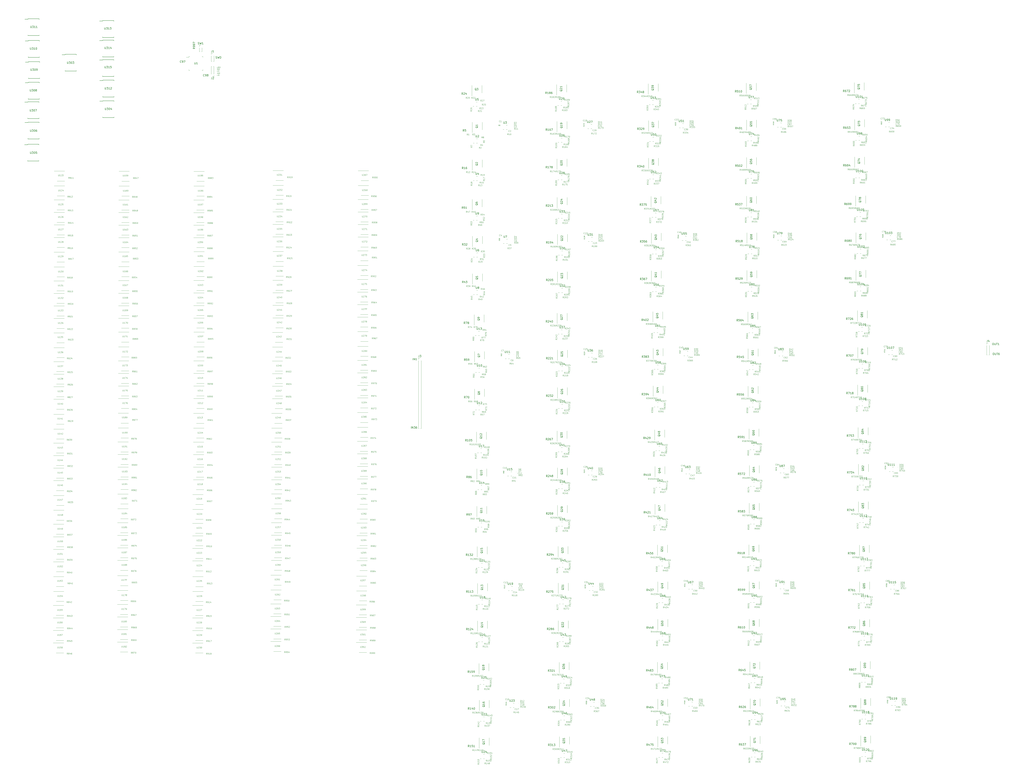
<source format=gbr>
%TF.GenerationSoftware,KiCad,Pcbnew,(6.99.0-3937-g3e53426b6c)*%
%TF.CreationDate,2024-12-16T03:44:04-05:00*%
%TF.ProjectId,AnalogFNN,416e616c-6f67-4464-9e4e-2e6b69636164,rev?*%
%TF.SameCoordinates,Original*%
%TF.FileFunction,Legend,Top*%
%TF.FilePolarity,Positive*%
%FSLAX46Y46*%
G04 Gerber Fmt 4.6, Leading zero omitted, Abs format (unit mm)*
G04 Created by KiCad (PCBNEW (6.99.0-3937-g3e53426b6c)) date 2024-12-16 03:44:04*
%MOMM*%
%LPD*%
G01*
G04 APERTURE LIST*
%ADD10C,0.100000*%
%ADD11C,0.150000*%
%ADD12C,0.120000*%
G04 APERTURE END LIST*
D10*
X135219047Y-38400714D02*
X135600000Y-38400714D01*
X135409523Y-38591190D02*
X135409523Y-38210238D01*
X135790476Y-38091190D02*
X136100000Y-38091190D01*
X136100000Y-38091190D02*
X135933333Y-38281666D01*
X135933333Y-38281666D02*
X136004762Y-38281666D01*
X136004762Y-38281666D02*
X136052381Y-38305476D01*
X136052381Y-38305476D02*
X136076190Y-38329285D01*
X136076190Y-38329285D02*
X136100000Y-38376904D01*
X136100000Y-38376904D02*
X136100000Y-38495952D01*
X136100000Y-38495952D02*
X136076190Y-38543571D01*
X136076190Y-38543571D02*
X136052381Y-38567380D01*
X136052381Y-38567380D02*
X136004762Y-38591190D01*
X136004762Y-38591190D02*
X135861905Y-38591190D01*
X135861905Y-38591190D02*
X135814286Y-38567380D01*
X135814286Y-38567380D02*
X135790476Y-38543571D01*
X136242857Y-38091190D02*
X136409523Y-38591190D01*
X136409523Y-38591190D02*
X136576190Y-38091190D01*
X136695237Y-38091190D02*
X137004761Y-38091190D01*
X137004761Y-38091190D02*
X136838094Y-38281666D01*
X136838094Y-38281666D02*
X136909523Y-38281666D01*
X136909523Y-38281666D02*
X136957142Y-38305476D01*
X136957142Y-38305476D02*
X136980951Y-38329285D01*
X136980951Y-38329285D02*
X137004761Y-38376904D01*
X137004761Y-38376904D02*
X137004761Y-38495952D01*
X137004761Y-38495952D02*
X136980951Y-38543571D01*
X136980951Y-38543571D02*
X136957142Y-38567380D01*
X136957142Y-38567380D02*
X136909523Y-38591190D01*
X136909523Y-38591190D02*
X136766666Y-38591190D01*
X136766666Y-38591190D02*
X136719047Y-38567380D01*
X136719047Y-38567380D02*
X136695237Y-38543571D01*
D11*
X235238095Y-224282380D02*
X235238095Y-223282380D01*
X235714285Y-224282380D02*
X235714285Y-223282380D01*
X235714285Y-223282380D02*
X236285713Y-224282380D01*
X236285713Y-224282380D02*
X236285713Y-223282380D01*
X236666666Y-223282380D02*
X237285713Y-223282380D01*
X237285713Y-223282380D02*
X236952380Y-223663333D01*
X236952380Y-223663333D02*
X237095237Y-223663333D01*
X237095237Y-223663333D02*
X237190475Y-223710952D01*
X237190475Y-223710952D02*
X237238094Y-223758571D01*
X237238094Y-223758571D02*
X237285713Y-223853809D01*
X237285713Y-223853809D02*
X237285713Y-224091904D01*
X237285713Y-224091904D02*
X237238094Y-224187142D01*
X237238094Y-224187142D02*
X237190475Y-224234761D01*
X237190475Y-224234761D02*
X237095237Y-224282380D01*
X237095237Y-224282380D02*
X236809523Y-224282380D01*
X236809523Y-224282380D02*
X236714285Y-224234761D01*
X236714285Y-224234761D02*
X236666666Y-224187142D01*
X238142856Y-223282380D02*
X237952380Y-223282380D01*
X237952380Y-223282380D02*
X237857142Y-223330000D01*
X237857142Y-223330000D02*
X237809523Y-223377619D01*
X237809523Y-223377619D02*
X237714285Y-223520476D01*
X237714285Y-223520476D02*
X237666666Y-223710952D01*
X237666666Y-223710952D02*
X237666666Y-224091904D01*
X237666666Y-224091904D02*
X237714285Y-224187142D01*
X237714285Y-224187142D02*
X237761904Y-224234761D01*
X237761904Y-224234761D02*
X237857142Y-224282380D01*
X237857142Y-224282380D02*
X238047618Y-224282380D01*
X238047618Y-224282380D02*
X238142856Y-224234761D01*
X238142856Y-224234761D02*
X238190475Y-224187142D01*
X238190475Y-224187142D02*
X238238094Y-224091904D01*
X238238094Y-224091904D02*
X238238094Y-223853809D01*
X238238094Y-223853809D02*
X238190475Y-223758571D01*
X238190475Y-223758571D02*
X238142856Y-223710952D01*
X238142856Y-223710952D02*
X238047618Y-223663333D01*
X238047618Y-223663333D02*
X237857142Y-223663333D01*
X237857142Y-223663333D02*
X237761904Y-223710952D01*
X237761904Y-223710952D02*
X237714285Y-223758571D01*
X237714285Y-223758571D02*
X237666666Y-223853809D01*
D10*
X135580952Y-39015000D02*
X135533333Y-38991190D01*
X135533333Y-38991190D02*
X135461904Y-38991190D01*
X135461904Y-38991190D02*
X135390476Y-39015000D01*
X135390476Y-39015000D02*
X135342857Y-39062619D01*
X135342857Y-39062619D02*
X135319047Y-39110238D01*
X135319047Y-39110238D02*
X135295238Y-39205476D01*
X135295238Y-39205476D02*
X135295238Y-39276904D01*
X135295238Y-39276904D02*
X135319047Y-39372142D01*
X135319047Y-39372142D02*
X135342857Y-39419761D01*
X135342857Y-39419761D02*
X135390476Y-39467380D01*
X135390476Y-39467380D02*
X135461904Y-39491190D01*
X135461904Y-39491190D02*
X135509523Y-39491190D01*
X135509523Y-39491190D02*
X135580952Y-39467380D01*
X135580952Y-39467380D02*
X135604761Y-39443571D01*
X135604761Y-39443571D02*
X135604761Y-39276904D01*
X135604761Y-39276904D02*
X135509523Y-39276904D01*
X135819047Y-39491190D02*
X135819047Y-38991190D01*
X135819047Y-38991190D02*
X136104761Y-39491190D01*
X136104761Y-39491190D02*
X136104761Y-38991190D01*
X136342857Y-39491190D02*
X136342857Y-38991190D01*
X136342857Y-38991190D02*
X136461905Y-38991190D01*
X136461905Y-38991190D02*
X136533333Y-39015000D01*
X136533333Y-39015000D02*
X136580952Y-39062619D01*
X136580952Y-39062619D02*
X136604762Y-39110238D01*
X136604762Y-39110238D02*
X136628571Y-39205476D01*
X136628571Y-39205476D02*
X136628571Y-39276904D01*
X136628571Y-39276904D02*
X136604762Y-39372142D01*
X136604762Y-39372142D02*
X136580952Y-39419761D01*
X136580952Y-39419761D02*
X136533333Y-39467380D01*
X136533333Y-39467380D02*
X136461905Y-39491190D01*
X136461905Y-39491190D02*
X136342857Y-39491190D01*
X135219047Y-42400714D02*
X135600000Y-42400714D01*
X136076190Y-42091190D02*
X135838095Y-42091190D01*
X135838095Y-42091190D02*
X135814286Y-42329285D01*
X135814286Y-42329285D02*
X135838095Y-42305476D01*
X135838095Y-42305476D02*
X135885714Y-42281666D01*
X135885714Y-42281666D02*
X136004762Y-42281666D01*
X136004762Y-42281666D02*
X136052381Y-42305476D01*
X136052381Y-42305476D02*
X136076190Y-42329285D01*
X136076190Y-42329285D02*
X136100000Y-42376904D01*
X136100000Y-42376904D02*
X136100000Y-42495952D01*
X136100000Y-42495952D02*
X136076190Y-42543571D01*
X136076190Y-42543571D02*
X136052381Y-42567380D01*
X136052381Y-42567380D02*
X136004762Y-42591190D01*
X136004762Y-42591190D02*
X135885714Y-42591190D01*
X135885714Y-42591190D02*
X135838095Y-42567380D01*
X135838095Y-42567380D02*
X135814286Y-42543571D01*
X136242857Y-42091190D02*
X136409523Y-42591190D01*
X136409523Y-42591190D02*
X136576190Y-42091190D01*
D11*
X534728571Y-180282380D02*
X534919047Y-180282380D01*
X534919047Y-180282380D02*
X535014285Y-180330000D01*
X535014285Y-180330000D02*
X535109523Y-180425238D01*
X535109523Y-180425238D02*
X535157142Y-180615714D01*
X535157142Y-180615714D02*
X535157142Y-180949047D01*
X535157142Y-180949047D02*
X535109523Y-181139523D01*
X535109523Y-181139523D02*
X535014285Y-181234761D01*
X535014285Y-181234761D02*
X534919047Y-181282380D01*
X534919047Y-181282380D02*
X534728571Y-181282380D01*
X534728571Y-181282380D02*
X534633333Y-181234761D01*
X534633333Y-181234761D02*
X534538095Y-181139523D01*
X534538095Y-181139523D02*
X534490476Y-180949047D01*
X534490476Y-180949047D02*
X534490476Y-180615714D01*
X534490476Y-180615714D02*
X534538095Y-180425238D01*
X534538095Y-180425238D02*
X534633333Y-180330000D01*
X534633333Y-180330000D02*
X534728571Y-180282380D01*
X535585714Y-180282380D02*
X535585714Y-181091904D01*
X535585714Y-181091904D02*
X535633333Y-181187142D01*
X535633333Y-181187142D02*
X535680952Y-181234761D01*
X535680952Y-181234761D02*
X535776190Y-181282380D01*
X535776190Y-181282380D02*
X535966666Y-181282380D01*
X535966666Y-181282380D02*
X536061904Y-181234761D01*
X536061904Y-181234761D02*
X536109523Y-181187142D01*
X536109523Y-181187142D02*
X536157142Y-181091904D01*
X536157142Y-181091904D02*
X536157142Y-180282380D01*
X536490476Y-180282380D02*
X537061904Y-180282380D01*
X536776190Y-181282380D02*
X536776190Y-180282380D01*
X537919047Y-181282380D02*
X537347619Y-181282380D01*
X537633333Y-181282380D02*
X537633333Y-180282380D01*
X537633333Y-180282380D02*
X537538095Y-180425238D01*
X537538095Y-180425238D02*
X537442857Y-180520476D01*
X537442857Y-180520476D02*
X537347619Y-180568095D01*
D10*
X135219047Y-40300714D02*
X135600000Y-40300714D01*
X135409523Y-40491190D02*
X135409523Y-40110238D01*
X136076190Y-39991190D02*
X135838095Y-39991190D01*
X135838095Y-39991190D02*
X135814286Y-40229285D01*
X135814286Y-40229285D02*
X135838095Y-40205476D01*
X135838095Y-40205476D02*
X135885714Y-40181666D01*
X135885714Y-40181666D02*
X136004762Y-40181666D01*
X136004762Y-40181666D02*
X136052381Y-40205476D01*
X136052381Y-40205476D02*
X136076190Y-40229285D01*
X136076190Y-40229285D02*
X136100000Y-40276904D01*
X136100000Y-40276904D02*
X136100000Y-40395952D01*
X136100000Y-40395952D02*
X136076190Y-40443571D01*
X136076190Y-40443571D02*
X136052381Y-40467380D01*
X136052381Y-40467380D02*
X136004762Y-40491190D01*
X136004762Y-40491190D02*
X135885714Y-40491190D01*
X135885714Y-40491190D02*
X135838095Y-40467380D01*
X135838095Y-40467380D02*
X135814286Y-40443571D01*
X136242857Y-39991190D02*
X136409523Y-40491190D01*
X136409523Y-40491190D02*
X136576190Y-39991190D01*
D11*
X134690476Y-33734761D02*
X134833333Y-33782380D01*
X134833333Y-33782380D02*
X135071428Y-33782380D01*
X135071428Y-33782380D02*
X135166666Y-33734761D01*
X135166666Y-33734761D02*
X135214285Y-33687142D01*
X135214285Y-33687142D02*
X135261904Y-33591904D01*
X135261904Y-33591904D02*
X135261904Y-33496666D01*
X135261904Y-33496666D02*
X135214285Y-33401428D01*
X135214285Y-33401428D02*
X135166666Y-33353809D01*
X135166666Y-33353809D02*
X135071428Y-33306190D01*
X135071428Y-33306190D02*
X134880952Y-33258571D01*
X134880952Y-33258571D02*
X134785714Y-33210952D01*
X134785714Y-33210952D02*
X134738095Y-33163333D01*
X134738095Y-33163333D02*
X134690476Y-33068095D01*
X134690476Y-33068095D02*
X134690476Y-32972857D01*
X134690476Y-32972857D02*
X134738095Y-32877619D01*
X134738095Y-32877619D02*
X134785714Y-32830000D01*
X134785714Y-32830000D02*
X134880952Y-32782380D01*
X134880952Y-32782380D02*
X135119047Y-32782380D01*
X135119047Y-32782380D02*
X135261904Y-32830000D01*
X135595238Y-32782380D02*
X135833333Y-33782380D01*
X135833333Y-33782380D02*
X136023809Y-33068095D01*
X136023809Y-33068095D02*
X136214285Y-33782380D01*
X136214285Y-33782380D02*
X136452381Y-32782380D01*
X136833333Y-33782380D02*
X136833333Y-32782380D01*
X136833333Y-32782380D02*
X137071428Y-32782380D01*
X137071428Y-32782380D02*
X137214285Y-32830000D01*
X137214285Y-32830000D02*
X137309523Y-32925238D01*
X137309523Y-32925238D02*
X137357142Y-33020476D01*
X137357142Y-33020476D02*
X137404761Y-33210952D01*
X137404761Y-33210952D02*
X137404761Y-33353809D01*
X137404761Y-33353809D02*
X137357142Y-33544285D01*
X137357142Y-33544285D02*
X137309523Y-33639523D01*
X137309523Y-33639523D02*
X137214285Y-33734761D01*
X137214285Y-33734761D02*
X137071428Y-33782380D01*
X137071428Y-33782380D02*
X136833333Y-33782380D01*
X236138095Y-189082380D02*
X236138095Y-188082380D01*
X236614285Y-189082380D02*
X236614285Y-188082380D01*
X236614285Y-188082380D02*
X237185713Y-189082380D01*
X237185713Y-189082380D02*
X237185713Y-188082380D01*
X238185713Y-189082380D02*
X237614285Y-189082380D01*
X237899999Y-189082380D02*
X237899999Y-188082380D01*
X237899999Y-188082380D02*
X237804761Y-188225238D01*
X237804761Y-188225238D02*
X237709523Y-188320476D01*
X237709523Y-188320476D02*
X237614285Y-188368095D01*
X534928571Y-185382380D02*
X535119047Y-185382380D01*
X535119047Y-185382380D02*
X535214285Y-185430000D01*
X535214285Y-185430000D02*
X535309523Y-185525238D01*
X535309523Y-185525238D02*
X535357142Y-185715714D01*
X535357142Y-185715714D02*
X535357142Y-186049047D01*
X535357142Y-186049047D02*
X535309523Y-186239523D01*
X535309523Y-186239523D02*
X535214285Y-186334761D01*
X535214285Y-186334761D02*
X535119047Y-186382380D01*
X535119047Y-186382380D02*
X534928571Y-186382380D01*
X534928571Y-186382380D02*
X534833333Y-186334761D01*
X534833333Y-186334761D02*
X534738095Y-186239523D01*
X534738095Y-186239523D02*
X534690476Y-186049047D01*
X534690476Y-186049047D02*
X534690476Y-185715714D01*
X534690476Y-185715714D02*
X534738095Y-185525238D01*
X534738095Y-185525238D02*
X534833333Y-185430000D01*
X534833333Y-185430000D02*
X534928571Y-185382380D01*
X535785714Y-185382380D02*
X535785714Y-186191904D01*
X535785714Y-186191904D02*
X535833333Y-186287142D01*
X535833333Y-186287142D02*
X535880952Y-186334761D01*
X535880952Y-186334761D02*
X535976190Y-186382380D01*
X535976190Y-186382380D02*
X536166666Y-186382380D01*
X536166666Y-186382380D02*
X536261904Y-186334761D01*
X536261904Y-186334761D02*
X536309523Y-186287142D01*
X536309523Y-186287142D02*
X536357142Y-186191904D01*
X536357142Y-186191904D02*
X536357142Y-185382380D01*
X536690476Y-185382380D02*
X537261904Y-185382380D01*
X536976190Y-186382380D02*
X536976190Y-185382380D01*
X538023809Y-185382380D02*
X537833333Y-185382380D01*
X537833333Y-185382380D02*
X537738095Y-185430000D01*
X537738095Y-185430000D02*
X537690476Y-185477619D01*
X537690476Y-185477619D02*
X537595238Y-185620476D01*
X537595238Y-185620476D02*
X537547619Y-185810952D01*
X537547619Y-185810952D02*
X537547619Y-186191904D01*
X537547619Y-186191904D02*
X537595238Y-186287142D01*
X537595238Y-186287142D02*
X537642857Y-186334761D01*
X537642857Y-186334761D02*
X537738095Y-186382380D01*
X537738095Y-186382380D02*
X537928571Y-186382380D01*
X537928571Y-186382380D02*
X538023809Y-186334761D01*
X538023809Y-186334761D02*
X538071428Y-186287142D01*
X538071428Y-186287142D02*
X538119047Y-186191904D01*
X538119047Y-186191904D02*
X538119047Y-185953809D01*
X538119047Y-185953809D02*
X538071428Y-185858571D01*
X538071428Y-185858571D02*
X538023809Y-185810952D01*
X538023809Y-185810952D02*
X537928571Y-185763333D01*
X537928571Y-185763333D02*
X537738095Y-185763333D01*
X537738095Y-185763333D02*
X537642857Y-185810952D01*
X537642857Y-185810952D02*
X537595238Y-185858571D01*
X537595238Y-185858571D02*
X537547619Y-185953809D01*
D10*
X135680952Y-41115000D02*
X135633333Y-41091190D01*
X135633333Y-41091190D02*
X135561904Y-41091190D01*
X135561904Y-41091190D02*
X135490476Y-41115000D01*
X135490476Y-41115000D02*
X135442857Y-41162619D01*
X135442857Y-41162619D02*
X135419047Y-41210238D01*
X135419047Y-41210238D02*
X135395238Y-41305476D01*
X135395238Y-41305476D02*
X135395238Y-41376904D01*
X135395238Y-41376904D02*
X135419047Y-41472142D01*
X135419047Y-41472142D02*
X135442857Y-41519761D01*
X135442857Y-41519761D02*
X135490476Y-41567380D01*
X135490476Y-41567380D02*
X135561904Y-41591190D01*
X135561904Y-41591190D02*
X135609523Y-41591190D01*
X135609523Y-41591190D02*
X135680952Y-41567380D01*
X135680952Y-41567380D02*
X135704761Y-41543571D01*
X135704761Y-41543571D02*
X135704761Y-41376904D01*
X135704761Y-41376904D02*
X135609523Y-41376904D01*
X135919047Y-41591190D02*
X135919047Y-41091190D01*
X135919047Y-41091190D02*
X136204761Y-41591190D01*
X136204761Y-41591190D02*
X136204761Y-41091190D01*
X136442857Y-41591190D02*
X136442857Y-41091190D01*
X136442857Y-41091190D02*
X136561905Y-41091190D01*
X136561905Y-41091190D02*
X136633333Y-41115000D01*
X136633333Y-41115000D02*
X136680952Y-41162619D01*
X136680952Y-41162619D02*
X136704762Y-41210238D01*
X136704762Y-41210238D02*
X136728571Y-41305476D01*
X136728571Y-41305476D02*
X136728571Y-41376904D01*
X136728571Y-41376904D02*
X136704762Y-41472142D01*
X136704762Y-41472142D02*
X136680952Y-41519761D01*
X136680952Y-41519761D02*
X136633333Y-41567380D01*
X136633333Y-41567380D02*
X136561905Y-41591190D01*
X136561905Y-41591190D02*
X136442857Y-41591190D01*
%TO.C,R75*%
X271285656Y-179214735D02*
X271035656Y-178857592D01*
X270857085Y-179214735D02*
X270857085Y-178464735D01*
X270857085Y-178464735D02*
X271142799Y-178464735D01*
X271142799Y-178464735D02*
X271214228Y-178500450D01*
X271214228Y-178500450D02*
X271249942Y-178536164D01*
X271249942Y-178536164D02*
X271285656Y-178607592D01*
X271285656Y-178607592D02*
X271285656Y-178714735D01*
X271285656Y-178714735D02*
X271249942Y-178786164D01*
X271249942Y-178786164D02*
X271214228Y-178821878D01*
X271214228Y-178821878D02*
X271142799Y-178857592D01*
X271142799Y-178857592D02*
X270857085Y-178857592D01*
X271535656Y-178464735D02*
X272035656Y-178464735D01*
X272035656Y-178464735D02*
X271714228Y-179214735D01*
X272678514Y-178464735D02*
X272321371Y-178464735D01*
X272321371Y-178464735D02*
X272285657Y-178821878D01*
X272285657Y-178821878D02*
X272321371Y-178786164D01*
X272321371Y-178786164D02*
X272392800Y-178750450D01*
X272392800Y-178750450D02*
X272571371Y-178750450D01*
X272571371Y-178750450D02*
X272642800Y-178786164D01*
X272642800Y-178786164D02*
X272678514Y-178821878D01*
X272678514Y-178821878D02*
X272714228Y-178893307D01*
X272714228Y-178893307D02*
X272714228Y-179071878D01*
X272714228Y-179071878D02*
X272678514Y-179143307D01*
X272678514Y-179143307D02*
X272642800Y-179179021D01*
X272642800Y-179179021D02*
X272571371Y-179214735D01*
X272571371Y-179214735D02*
X272392800Y-179214735D01*
X272392800Y-179214735D02*
X272321371Y-179179021D01*
X272321371Y-179179021D02*
X272285657Y-179143307D01*
D11*
%TO.C,U27*%
X325961305Y-65903580D02*
X325961305Y-66713104D01*
X325961305Y-66713104D02*
X326008924Y-66808342D01*
X326008924Y-66808342D02*
X326056543Y-66855961D01*
X326056543Y-66855961D02*
X326151781Y-66903580D01*
X326151781Y-66903580D02*
X326342257Y-66903580D01*
X326342257Y-66903580D02*
X326437495Y-66855961D01*
X326437495Y-66855961D02*
X326485114Y-66808342D01*
X326485114Y-66808342D02*
X326532733Y-66713104D01*
X326532733Y-66713104D02*
X326532733Y-65903580D01*
X326961305Y-65998819D02*
X327008924Y-65951200D01*
X327008924Y-65951200D02*
X327104162Y-65903580D01*
X327104162Y-65903580D02*
X327342257Y-65903580D01*
X327342257Y-65903580D02*
X327437495Y-65951200D01*
X327437495Y-65951200D02*
X327485114Y-65998819D01*
X327485114Y-65998819D02*
X327532733Y-66094057D01*
X327532733Y-66094057D02*
X327532733Y-66189295D01*
X327532733Y-66189295D02*
X327485114Y-66332152D01*
X327485114Y-66332152D02*
X326913686Y-66903580D01*
X326913686Y-66903580D02*
X327532733Y-66903580D01*
X327866067Y-65903580D02*
X328532733Y-65903580D01*
X328532733Y-65903580D02*
X328104162Y-66903580D01*
D10*
%TO.C,R494*%
X412383713Y-73598935D02*
X412133713Y-73241792D01*
X411955142Y-73598935D02*
X411955142Y-72848935D01*
X411955142Y-72848935D02*
X412240856Y-72848935D01*
X412240856Y-72848935D02*
X412312285Y-72884650D01*
X412312285Y-72884650D02*
X412347999Y-72920364D01*
X412347999Y-72920364D02*
X412383713Y-72991792D01*
X412383713Y-72991792D02*
X412383713Y-73098935D01*
X412383713Y-73098935D02*
X412347999Y-73170364D01*
X412347999Y-73170364D02*
X412312285Y-73206078D01*
X412312285Y-73206078D02*
X412240856Y-73241792D01*
X412240856Y-73241792D02*
X411955142Y-73241792D01*
X413026571Y-73098935D02*
X413026571Y-73598935D01*
X412847999Y-72813221D02*
X412669428Y-73348935D01*
X412669428Y-73348935D02*
X413133713Y-73348935D01*
X413455142Y-73598935D02*
X413597999Y-73598935D01*
X413597999Y-73598935D02*
X413669428Y-73563221D01*
X413669428Y-73563221D02*
X413705142Y-73527507D01*
X413705142Y-73527507D02*
X413776571Y-73420364D01*
X413776571Y-73420364D02*
X413812285Y-73277507D01*
X413812285Y-73277507D02*
X413812285Y-72991792D01*
X413812285Y-72991792D02*
X413776571Y-72920364D01*
X413776571Y-72920364D02*
X413740857Y-72884650D01*
X413740857Y-72884650D02*
X413669428Y-72848935D01*
X413669428Y-72848935D02*
X413526571Y-72848935D01*
X413526571Y-72848935D02*
X413455142Y-72884650D01*
X413455142Y-72884650D02*
X413419428Y-72920364D01*
X413419428Y-72920364D02*
X413383714Y-72991792D01*
X413383714Y-72991792D02*
X413383714Y-73170364D01*
X413383714Y-73170364D02*
X413419428Y-73241792D01*
X413419428Y-73241792D02*
X413455142Y-73277507D01*
X413455142Y-73277507D02*
X413526571Y-73313221D01*
X413526571Y-73313221D02*
X413669428Y-73313221D01*
X413669428Y-73313221D02*
X413740857Y-73277507D01*
X413740857Y-73277507D02*
X413776571Y-73241792D01*
X413776571Y-73241792D02*
X413812285Y-73170364D01*
X414455143Y-73098935D02*
X414455143Y-73598935D01*
X414276571Y-72813221D02*
X414098000Y-73348935D01*
X414098000Y-73348935D02*
X414562285Y-73348935D01*
%TO.C,R557*%
X415080935Y-213345086D02*
X414723792Y-213595086D01*
X415080935Y-213773657D02*
X414330935Y-213773657D01*
X414330935Y-213773657D02*
X414330935Y-213487943D01*
X414330935Y-213487943D02*
X414366650Y-213416514D01*
X414366650Y-213416514D02*
X414402364Y-213380800D01*
X414402364Y-213380800D02*
X414473792Y-213345086D01*
X414473792Y-213345086D02*
X414580935Y-213345086D01*
X414580935Y-213345086D02*
X414652364Y-213380800D01*
X414652364Y-213380800D02*
X414688078Y-213416514D01*
X414688078Y-213416514D02*
X414723792Y-213487943D01*
X414723792Y-213487943D02*
X414723792Y-213773657D01*
X414330935Y-212666514D02*
X414330935Y-213023657D01*
X414330935Y-213023657D02*
X414688078Y-213059371D01*
X414688078Y-213059371D02*
X414652364Y-213023657D01*
X414652364Y-213023657D02*
X414616650Y-212952229D01*
X414616650Y-212952229D02*
X414616650Y-212773657D01*
X414616650Y-212773657D02*
X414652364Y-212702229D01*
X414652364Y-212702229D02*
X414688078Y-212666514D01*
X414688078Y-212666514D02*
X414759507Y-212630800D01*
X414759507Y-212630800D02*
X414938078Y-212630800D01*
X414938078Y-212630800D02*
X415009507Y-212666514D01*
X415009507Y-212666514D02*
X415045221Y-212702229D01*
X415045221Y-212702229D02*
X415080935Y-212773657D01*
X415080935Y-212773657D02*
X415080935Y-212952229D01*
X415080935Y-212952229D02*
X415045221Y-213023657D01*
X415045221Y-213023657D02*
X415009507Y-213059371D01*
X414330935Y-211952228D02*
X414330935Y-212309371D01*
X414330935Y-212309371D02*
X414688078Y-212345085D01*
X414688078Y-212345085D02*
X414652364Y-212309371D01*
X414652364Y-212309371D02*
X414616650Y-212237943D01*
X414616650Y-212237943D02*
X414616650Y-212059371D01*
X414616650Y-212059371D02*
X414652364Y-211987943D01*
X414652364Y-211987943D02*
X414688078Y-211952228D01*
X414688078Y-211952228D02*
X414759507Y-211916514D01*
X414759507Y-211916514D02*
X414938078Y-211916514D01*
X414938078Y-211916514D02*
X415009507Y-211952228D01*
X415009507Y-211952228D02*
X415045221Y-211987943D01*
X415045221Y-211987943D02*
X415080935Y-212059371D01*
X415080935Y-212059371D02*
X415080935Y-212237943D01*
X415080935Y-212237943D02*
X415045221Y-212309371D01*
X415045221Y-212309371D02*
X415009507Y-212345085D01*
X414330935Y-211666514D02*
X414330935Y-211166514D01*
X414330935Y-211166514D02*
X415080935Y-211487942D01*
D11*
%TO.C,Q14*%
X272256419Y-325968828D02*
X272208800Y-326064066D01*
X272208800Y-326064066D02*
X272113561Y-326159304D01*
X272113561Y-326159304D02*
X271970704Y-326302161D01*
X271970704Y-326302161D02*
X271923085Y-326397399D01*
X271923085Y-326397399D02*
X271923085Y-326492637D01*
X272161180Y-326445018D02*
X272113561Y-326540256D01*
X272113561Y-326540256D02*
X272018323Y-326635494D01*
X272018323Y-326635494D02*
X271827847Y-326683113D01*
X271827847Y-326683113D02*
X271494514Y-326683113D01*
X271494514Y-326683113D02*
X271304038Y-326635494D01*
X271304038Y-326635494D02*
X271208800Y-326540256D01*
X271208800Y-326540256D02*
X271161180Y-326445018D01*
X271161180Y-326445018D02*
X271161180Y-326254542D01*
X271161180Y-326254542D02*
X271208800Y-326159304D01*
X271208800Y-326159304D02*
X271304038Y-326064066D01*
X271304038Y-326064066D02*
X271494514Y-326016447D01*
X271494514Y-326016447D02*
X271827847Y-326016447D01*
X271827847Y-326016447D02*
X272018323Y-326064066D01*
X272018323Y-326064066D02*
X272113561Y-326159304D01*
X272113561Y-326159304D02*
X272161180Y-326254542D01*
X272161180Y-326254542D02*
X272161180Y-326445018D01*
X272161180Y-325064066D02*
X272161180Y-325635494D01*
X272161180Y-325349780D02*
X271161180Y-325349780D01*
X271161180Y-325349780D02*
X271304038Y-325445018D01*
X271304038Y-325445018D02*
X271399276Y-325540256D01*
X271399276Y-325540256D02*
X271446895Y-325635494D01*
X271494514Y-324206923D02*
X272161180Y-324206923D01*
X271113561Y-324445018D02*
X271827847Y-324683113D01*
X271827847Y-324683113D02*
X271827847Y-324064066D01*
D10*
%TO.C,R322*%
X317832735Y-355493286D02*
X317475592Y-355743286D01*
X317832735Y-355921857D02*
X317082735Y-355921857D01*
X317082735Y-355921857D02*
X317082735Y-355636143D01*
X317082735Y-355636143D02*
X317118450Y-355564714D01*
X317118450Y-355564714D02*
X317154164Y-355529000D01*
X317154164Y-355529000D02*
X317225592Y-355493286D01*
X317225592Y-355493286D02*
X317332735Y-355493286D01*
X317332735Y-355493286D02*
X317404164Y-355529000D01*
X317404164Y-355529000D02*
X317439878Y-355564714D01*
X317439878Y-355564714D02*
X317475592Y-355636143D01*
X317475592Y-355636143D02*
X317475592Y-355921857D01*
X317082735Y-355243286D02*
X317082735Y-354779000D01*
X317082735Y-354779000D02*
X317368450Y-355029000D01*
X317368450Y-355029000D02*
X317368450Y-354921857D01*
X317368450Y-354921857D02*
X317404164Y-354850429D01*
X317404164Y-354850429D02*
X317439878Y-354814714D01*
X317439878Y-354814714D02*
X317511307Y-354779000D01*
X317511307Y-354779000D02*
X317689878Y-354779000D01*
X317689878Y-354779000D02*
X317761307Y-354814714D01*
X317761307Y-354814714D02*
X317797021Y-354850429D01*
X317797021Y-354850429D02*
X317832735Y-354921857D01*
X317832735Y-354921857D02*
X317832735Y-355136143D01*
X317832735Y-355136143D02*
X317797021Y-355207571D01*
X317797021Y-355207571D02*
X317761307Y-355243286D01*
X317154164Y-354493285D02*
X317118450Y-354457571D01*
X317118450Y-354457571D02*
X317082735Y-354386143D01*
X317082735Y-354386143D02*
X317082735Y-354207571D01*
X317082735Y-354207571D02*
X317118450Y-354136143D01*
X317118450Y-354136143D02*
X317154164Y-354100428D01*
X317154164Y-354100428D02*
X317225592Y-354064714D01*
X317225592Y-354064714D02*
X317297021Y-354064714D01*
X317297021Y-354064714D02*
X317404164Y-354100428D01*
X317404164Y-354100428D02*
X317832735Y-354529000D01*
X317832735Y-354529000D02*
X317832735Y-354064714D01*
X317154164Y-353778999D02*
X317118450Y-353743285D01*
X317118450Y-353743285D02*
X317082735Y-353671857D01*
X317082735Y-353671857D02*
X317082735Y-353493285D01*
X317082735Y-353493285D02*
X317118450Y-353421857D01*
X317118450Y-353421857D02*
X317154164Y-353386142D01*
X317154164Y-353386142D02*
X317225592Y-353350428D01*
X317225592Y-353350428D02*
X317297021Y-353350428D01*
X317297021Y-353350428D02*
X317404164Y-353386142D01*
X317404164Y-353386142D02*
X317832735Y-353814714D01*
X317832735Y-353814714D02*
X317832735Y-353350428D01*
%TO.C,D13*%
X331546485Y-67867135D02*
X331546485Y-67117135D01*
X331546485Y-67117135D02*
X331725056Y-67117135D01*
X331725056Y-67117135D02*
X331832199Y-67152850D01*
X331832199Y-67152850D02*
X331903628Y-67224278D01*
X331903628Y-67224278D02*
X331939342Y-67295707D01*
X331939342Y-67295707D02*
X331975056Y-67438564D01*
X331975056Y-67438564D02*
X331975056Y-67545707D01*
X331975056Y-67545707D02*
X331939342Y-67688564D01*
X331939342Y-67688564D02*
X331903628Y-67759992D01*
X331903628Y-67759992D02*
X331832199Y-67831421D01*
X331832199Y-67831421D02*
X331725056Y-67867135D01*
X331725056Y-67867135D02*
X331546485Y-67867135D01*
X332689342Y-67867135D02*
X332260771Y-67867135D01*
X332475056Y-67867135D02*
X332475056Y-67117135D01*
X332475056Y-67117135D02*
X332403628Y-67224278D01*
X332403628Y-67224278D02*
X332332199Y-67295707D01*
X332332199Y-67295707D02*
X332260771Y-67331421D01*
X332939342Y-67117135D02*
X333403628Y-67117135D01*
X333403628Y-67117135D02*
X333153628Y-67402850D01*
X333153628Y-67402850D02*
X333260771Y-67402850D01*
X333260771Y-67402850D02*
X333332200Y-67438564D01*
X333332200Y-67438564D02*
X333367914Y-67474278D01*
X333367914Y-67474278D02*
X333403628Y-67545707D01*
X333403628Y-67545707D02*
X333403628Y-67724278D01*
X333403628Y-67724278D02*
X333367914Y-67795707D01*
X333367914Y-67795707D02*
X333332200Y-67831421D01*
X333332200Y-67831421D02*
X333260771Y-67867135D01*
X333260771Y-67867135D02*
X333046485Y-67867135D01*
X333046485Y-67867135D02*
X332975057Y-67831421D01*
X332975057Y-67831421D02*
X332939342Y-67795707D01*
%TO.C,U146*%
X53239285Y-253070535D02*
X53239285Y-253677678D01*
X53239285Y-253677678D02*
X53274999Y-253749107D01*
X53274999Y-253749107D02*
X53310714Y-253784821D01*
X53310714Y-253784821D02*
X53382142Y-253820535D01*
X53382142Y-253820535D02*
X53524999Y-253820535D01*
X53524999Y-253820535D02*
X53596428Y-253784821D01*
X53596428Y-253784821D02*
X53632142Y-253749107D01*
X53632142Y-253749107D02*
X53667856Y-253677678D01*
X53667856Y-253677678D02*
X53667856Y-253070535D01*
X54417856Y-253820535D02*
X53989285Y-253820535D01*
X54203570Y-253820535D02*
X54203570Y-253070535D01*
X54203570Y-253070535D02*
X54132142Y-253177678D01*
X54132142Y-253177678D02*
X54060713Y-253249107D01*
X54060713Y-253249107D02*
X53989285Y-253284821D01*
X55060714Y-253320535D02*
X55060714Y-253820535D01*
X54882142Y-253034821D02*
X54703571Y-253570535D01*
X54703571Y-253570535D02*
X55167856Y-253570535D01*
X55775000Y-253070535D02*
X55632142Y-253070535D01*
X55632142Y-253070535D02*
X55560714Y-253106250D01*
X55560714Y-253106250D02*
X55525000Y-253141964D01*
X55525000Y-253141964D02*
X55453571Y-253249107D01*
X55453571Y-253249107D02*
X55417857Y-253391964D01*
X55417857Y-253391964D02*
X55417857Y-253677678D01*
X55417857Y-253677678D02*
X55453571Y-253749107D01*
X55453571Y-253749107D02*
X55489285Y-253784821D01*
X55489285Y-253784821D02*
X55560714Y-253820535D01*
X55560714Y-253820535D02*
X55703571Y-253820535D01*
X55703571Y-253820535D02*
X55775000Y-253784821D01*
X55775000Y-253784821D02*
X55810714Y-253749107D01*
X55810714Y-253749107D02*
X55846428Y-253677678D01*
X55846428Y-253677678D02*
X55846428Y-253499107D01*
X55846428Y-253499107D02*
X55810714Y-253427678D01*
X55810714Y-253427678D02*
X55775000Y-253391964D01*
X55775000Y-253391964D02*
X55703571Y-253356250D01*
X55703571Y-253356250D02*
X55560714Y-253356250D01*
X55560714Y-253356250D02*
X55489285Y-253391964D01*
X55489285Y-253391964D02*
X55453571Y-253427678D01*
X55453571Y-253427678D02*
X55417857Y-253499107D01*
%TO.C,R886*%
X130970713Y-118875535D02*
X130720713Y-118518392D01*
X130542142Y-118875535D02*
X130542142Y-118125535D01*
X130542142Y-118125535D02*
X130827856Y-118125535D01*
X130827856Y-118125535D02*
X130899285Y-118161250D01*
X130899285Y-118161250D02*
X130934999Y-118196964D01*
X130934999Y-118196964D02*
X130970713Y-118268392D01*
X130970713Y-118268392D02*
X130970713Y-118375535D01*
X130970713Y-118375535D02*
X130934999Y-118446964D01*
X130934999Y-118446964D02*
X130899285Y-118482678D01*
X130899285Y-118482678D02*
X130827856Y-118518392D01*
X130827856Y-118518392D02*
X130542142Y-118518392D01*
X131399285Y-118446964D02*
X131327856Y-118411250D01*
X131327856Y-118411250D02*
X131292142Y-118375535D01*
X131292142Y-118375535D02*
X131256428Y-118304107D01*
X131256428Y-118304107D02*
X131256428Y-118268392D01*
X131256428Y-118268392D02*
X131292142Y-118196964D01*
X131292142Y-118196964D02*
X131327856Y-118161250D01*
X131327856Y-118161250D02*
X131399285Y-118125535D01*
X131399285Y-118125535D02*
X131542142Y-118125535D01*
X131542142Y-118125535D02*
X131613571Y-118161250D01*
X131613571Y-118161250D02*
X131649285Y-118196964D01*
X131649285Y-118196964D02*
X131684999Y-118268392D01*
X131684999Y-118268392D02*
X131684999Y-118304107D01*
X131684999Y-118304107D02*
X131649285Y-118375535D01*
X131649285Y-118375535D02*
X131613571Y-118411250D01*
X131613571Y-118411250D02*
X131542142Y-118446964D01*
X131542142Y-118446964D02*
X131399285Y-118446964D01*
X131399285Y-118446964D02*
X131327856Y-118482678D01*
X131327856Y-118482678D02*
X131292142Y-118518392D01*
X131292142Y-118518392D02*
X131256428Y-118589821D01*
X131256428Y-118589821D02*
X131256428Y-118732678D01*
X131256428Y-118732678D02*
X131292142Y-118804107D01*
X131292142Y-118804107D02*
X131327856Y-118839821D01*
X131327856Y-118839821D02*
X131399285Y-118875535D01*
X131399285Y-118875535D02*
X131542142Y-118875535D01*
X131542142Y-118875535D02*
X131613571Y-118839821D01*
X131613571Y-118839821D02*
X131649285Y-118804107D01*
X131649285Y-118804107D02*
X131684999Y-118732678D01*
X131684999Y-118732678D02*
X131684999Y-118589821D01*
X131684999Y-118589821D02*
X131649285Y-118518392D01*
X131649285Y-118518392D02*
X131613571Y-118482678D01*
X131613571Y-118482678D02*
X131542142Y-118446964D01*
X132113571Y-118446964D02*
X132042142Y-118411250D01*
X132042142Y-118411250D02*
X132006428Y-118375535D01*
X132006428Y-118375535D02*
X131970714Y-118304107D01*
X131970714Y-118304107D02*
X131970714Y-118268392D01*
X131970714Y-118268392D02*
X132006428Y-118196964D01*
X132006428Y-118196964D02*
X132042142Y-118161250D01*
X132042142Y-118161250D02*
X132113571Y-118125535D01*
X132113571Y-118125535D02*
X132256428Y-118125535D01*
X132256428Y-118125535D02*
X132327857Y-118161250D01*
X132327857Y-118161250D02*
X132363571Y-118196964D01*
X132363571Y-118196964D02*
X132399285Y-118268392D01*
X132399285Y-118268392D02*
X132399285Y-118304107D01*
X132399285Y-118304107D02*
X132363571Y-118375535D01*
X132363571Y-118375535D02*
X132327857Y-118411250D01*
X132327857Y-118411250D02*
X132256428Y-118446964D01*
X132256428Y-118446964D02*
X132113571Y-118446964D01*
X132113571Y-118446964D02*
X132042142Y-118482678D01*
X132042142Y-118482678D02*
X132006428Y-118518392D01*
X132006428Y-118518392D02*
X131970714Y-118589821D01*
X131970714Y-118589821D02*
X131970714Y-118732678D01*
X131970714Y-118732678D02*
X132006428Y-118804107D01*
X132006428Y-118804107D02*
X132042142Y-118839821D01*
X132042142Y-118839821D02*
X132113571Y-118875535D01*
X132113571Y-118875535D02*
X132256428Y-118875535D01*
X132256428Y-118875535D02*
X132327857Y-118839821D01*
X132327857Y-118839821D02*
X132363571Y-118804107D01*
X132363571Y-118804107D02*
X132399285Y-118732678D01*
X132399285Y-118732678D02*
X132399285Y-118589821D01*
X132399285Y-118589821D02*
X132363571Y-118518392D01*
X132363571Y-118518392D02*
X132327857Y-118482678D01*
X132327857Y-118482678D02*
X132256428Y-118446964D01*
X133042143Y-118125535D02*
X132899285Y-118125535D01*
X132899285Y-118125535D02*
X132827857Y-118161250D01*
X132827857Y-118161250D02*
X132792143Y-118196964D01*
X132792143Y-118196964D02*
X132720714Y-118304107D01*
X132720714Y-118304107D02*
X132685000Y-118446964D01*
X132685000Y-118446964D02*
X132685000Y-118732678D01*
X132685000Y-118732678D02*
X132720714Y-118804107D01*
X132720714Y-118804107D02*
X132756428Y-118839821D01*
X132756428Y-118839821D02*
X132827857Y-118875535D01*
X132827857Y-118875535D02*
X132970714Y-118875535D01*
X132970714Y-118875535D02*
X133042143Y-118839821D01*
X133042143Y-118839821D02*
X133077857Y-118804107D01*
X133077857Y-118804107D02*
X133113571Y-118732678D01*
X133113571Y-118732678D02*
X133113571Y-118554107D01*
X133113571Y-118554107D02*
X133077857Y-118482678D01*
X133077857Y-118482678D02*
X133042143Y-118446964D01*
X133042143Y-118446964D02*
X132970714Y-118411250D01*
X132970714Y-118411250D02*
X132827857Y-118411250D01*
X132827857Y-118411250D02*
X132756428Y-118446964D01*
X132756428Y-118446964D02*
X132720714Y-118482678D01*
X132720714Y-118482678D02*
X132685000Y-118554107D01*
%TO.C,R569*%
X412544713Y-256878535D02*
X412294713Y-256521392D01*
X412116142Y-256878535D02*
X412116142Y-256128535D01*
X412116142Y-256128535D02*
X412401856Y-256128535D01*
X412401856Y-256128535D02*
X412473285Y-256164250D01*
X412473285Y-256164250D02*
X412508999Y-256199964D01*
X412508999Y-256199964D02*
X412544713Y-256271392D01*
X412544713Y-256271392D02*
X412544713Y-256378535D01*
X412544713Y-256378535D02*
X412508999Y-256449964D01*
X412508999Y-256449964D02*
X412473285Y-256485678D01*
X412473285Y-256485678D02*
X412401856Y-256521392D01*
X412401856Y-256521392D02*
X412116142Y-256521392D01*
X413223285Y-256128535D02*
X412866142Y-256128535D01*
X412866142Y-256128535D02*
X412830428Y-256485678D01*
X412830428Y-256485678D02*
X412866142Y-256449964D01*
X412866142Y-256449964D02*
X412937571Y-256414250D01*
X412937571Y-256414250D02*
X413116142Y-256414250D01*
X413116142Y-256414250D02*
X413187571Y-256449964D01*
X413187571Y-256449964D02*
X413223285Y-256485678D01*
X413223285Y-256485678D02*
X413258999Y-256557107D01*
X413258999Y-256557107D02*
X413258999Y-256735678D01*
X413258999Y-256735678D02*
X413223285Y-256807107D01*
X413223285Y-256807107D02*
X413187571Y-256842821D01*
X413187571Y-256842821D02*
X413116142Y-256878535D01*
X413116142Y-256878535D02*
X412937571Y-256878535D01*
X412937571Y-256878535D02*
X412866142Y-256842821D01*
X412866142Y-256842821D02*
X412830428Y-256807107D01*
X413901857Y-256128535D02*
X413758999Y-256128535D01*
X413758999Y-256128535D02*
X413687571Y-256164250D01*
X413687571Y-256164250D02*
X413651857Y-256199964D01*
X413651857Y-256199964D02*
X413580428Y-256307107D01*
X413580428Y-256307107D02*
X413544714Y-256449964D01*
X413544714Y-256449964D02*
X413544714Y-256735678D01*
X413544714Y-256735678D02*
X413580428Y-256807107D01*
X413580428Y-256807107D02*
X413616142Y-256842821D01*
X413616142Y-256842821D02*
X413687571Y-256878535D01*
X413687571Y-256878535D02*
X413830428Y-256878535D01*
X413830428Y-256878535D02*
X413901857Y-256842821D01*
X413901857Y-256842821D02*
X413937571Y-256807107D01*
X413937571Y-256807107D02*
X413973285Y-256735678D01*
X413973285Y-256735678D02*
X413973285Y-256557107D01*
X413973285Y-256557107D02*
X413937571Y-256485678D01*
X413937571Y-256485678D02*
X413901857Y-256449964D01*
X413901857Y-256449964D02*
X413830428Y-256414250D01*
X413830428Y-256414250D02*
X413687571Y-256414250D01*
X413687571Y-256414250D02*
X413616142Y-256449964D01*
X413616142Y-256449964D02*
X413580428Y-256485678D01*
X413580428Y-256485678D02*
X413544714Y-256557107D01*
X414330428Y-256878535D02*
X414473285Y-256878535D01*
X414473285Y-256878535D02*
X414544714Y-256842821D01*
X414544714Y-256842821D02*
X414580428Y-256807107D01*
X414580428Y-256807107D02*
X414651857Y-256699964D01*
X414651857Y-256699964D02*
X414687571Y-256557107D01*
X414687571Y-256557107D02*
X414687571Y-256271392D01*
X414687571Y-256271392D02*
X414651857Y-256199964D01*
X414651857Y-256199964D02*
X414616143Y-256164250D01*
X414616143Y-256164250D02*
X414544714Y-256128535D01*
X414544714Y-256128535D02*
X414401857Y-256128535D01*
X414401857Y-256128535D02*
X414330428Y-256164250D01*
X414330428Y-256164250D02*
X414294714Y-256199964D01*
X414294714Y-256199964D02*
X414259000Y-256271392D01*
X414259000Y-256271392D02*
X414259000Y-256449964D01*
X414259000Y-256449964D02*
X414294714Y-256521392D01*
X414294714Y-256521392D02*
X414330428Y-256557107D01*
X414330428Y-256557107D02*
X414401857Y-256592821D01*
X414401857Y-256592821D02*
X414544714Y-256592821D01*
X414544714Y-256592821D02*
X414616143Y-256557107D01*
X414616143Y-256557107D02*
X414651857Y-256521392D01*
X414651857Y-256521392D02*
X414687571Y-256449964D01*
D11*
%TO.C,R502*%
X402779752Y-89482980D02*
X402446419Y-89006790D01*
X402208324Y-89482980D02*
X402208324Y-88482980D01*
X402208324Y-88482980D02*
X402589276Y-88482980D01*
X402589276Y-88482980D02*
X402684514Y-88530600D01*
X402684514Y-88530600D02*
X402732133Y-88578219D01*
X402732133Y-88578219D02*
X402779752Y-88673457D01*
X402779752Y-88673457D02*
X402779752Y-88816314D01*
X402779752Y-88816314D02*
X402732133Y-88911552D01*
X402732133Y-88911552D02*
X402684514Y-88959171D01*
X402684514Y-88959171D02*
X402589276Y-89006790D01*
X402589276Y-89006790D02*
X402208324Y-89006790D01*
X403684514Y-88482980D02*
X403208324Y-88482980D01*
X403208324Y-88482980D02*
X403160705Y-88959171D01*
X403160705Y-88959171D02*
X403208324Y-88911552D01*
X403208324Y-88911552D02*
X403303562Y-88863933D01*
X403303562Y-88863933D02*
X403541657Y-88863933D01*
X403541657Y-88863933D02*
X403636895Y-88911552D01*
X403636895Y-88911552D02*
X403684514Y-88959171D01*
X403684514Y-88959171D02*
X403732133Y-89054409D01*
X403732133Y-89054409D02*
X403732133Y-89292504D01*
X403732133Y-89292504D02*
X403684514Y-89387742D01*
X403684514Y-89387742D02*
X403636895Y-89435361D01*
X403636895Y-89435361D02*
X403541657Y-89482980D01*
X403541657Y-89482980D02*
X403303562Y-89482980D01*
X403303562Y-89482980D02*
X403208324Y-89435361D01*
X403208324Y-89435361D02*
X403160705Y-89387742D01*
X404351181Y-88482980D02*
X404446419Y-88482980D01*
X404446419Y-88482980D02*
X404541657Y-88530600D01*
X404541657Y-88530600D02*
X404589276Y-88578219D01*
X404589276Y-88578219D02*
X404636895Y-88673457D01*
X404636895Y-88673457D02*
X404684514Y-88863933D01*
X404684514Y-88863933D02*
X404684514Y-89102028D01*
X404684514Y-89102028D02*
X404636895Y-89292504D01*
X404636895Y-89292504D02*
X404589276Y-89387742D01*
X404589276Y-89387742D02*
X404541657Y-89435361D01*
X404541657Y-89435361D02*
X404446419Y-89482980D01*
X404446419Y-89482980D02*
X404351181Y-89482980D01*
X404351181Y-89482980D02*
X404255943Y-89435361D01*
X404255943Y-89435361D02*
X404208324Y-89387742D01*
X404208324Y-89387742D02*
X404160705Y-89292504D01*
X404160705Y-89292504D02*
X404113086Y-89102028D01*
X404113086Y-89102028D02*
X404113086Y-88863933D01*
X404113086Y-88863933D02*
X404160705Y-88673457D01*
X404160705Y-88673457D02*
X404208324Y-88578219D01*
X404208324Y-88578219D02*
X404255943Y-88530600D01*
X404255943Y-88530600D02*
X404351181Y-88482980D01*
X405065467Y-88578219D02*
X405113086Y-88530600D01*
X405113086Y-88530600D02*
X405208324Y-88482980D01*
X405208324Y-88482980D02*
X405446419Y-88482980D01*
X405446419Y-88482980D02*
X405541657Y-88530600D01*
X405541657Y-88530600D02*
X405589276Y-88578219D01*
X405589276Y-88578219D02*
X405636895Y-88673457D01*
X405636895Y-88673457D02*
X405636895Y-88768695D01*
X405636895Y-88768695D02*
X405589276Y-88911552D01*
X405589276Y-88911552D02*
X405017848Y-89482980D01*
X405017848Y-89482980D02*
X405636895Y-89482980D01*
D10*
%TO.C,R659*%
X485198913Y-68924535D02*
X484948913Y-68567392D01*
X484770342Y-68924535D02*
X484770342Y-68174535D01*
X484770342Y-68174535D02*
X485056056Y-68174535D01*
X485056056Y-68174535D02*
X485127485Y-68210250D01*
X485127485Y-68210250D02*
X485163199Y-68245964D01*
X485163199Y-68245964D02*
X485198913Y-68317392D01*
X485198913Y-68317392D02*
X485198913Y-68424535D01*
X485198913Y-68424535D02*
X485163199Y-68495964D01*
X485163199Y-68495964D02*
X485127485Y-68531678D01*
X485127485Y-68531678D02*
X485056056Y-68567392D01*
X485056056Y-68567392D02*
X484770342Y-68567392D01*
X485841771Y-68174535D02*
X485698913Y-68174535D01*
X485698913Y-68174535D02*
X485627485Y-68210250D01*
X485627485Y-68210250D02*
X485591771Y-68245964D01*
X485591771Y-68245964D02*
X485520342Y-68353107D01*
X485520342Y-68353107D02*
X485484628Y-68495964D01*
X485484628Y-68495964D02*
X485484628Y-68781678D01*
X485484628Y-68781678D02*
X485520342Y-68853107D01*
X485520342Y-68853107D02*
X485556056Y-68888821D01*
X485556056Y-68888821D02*
X485627485Y-68924535D01*
X485627485Y-68924535D02*
X485770342Y-68924535D01*
X485770342Y-68924535D02*
X485841771Y-68888821D01*
X485841771Y-68888821D02*
X485877485Y-68853107D01*
X485877485Y-68853107D02*
X485913199Y-68781678D01*
X485913199Y-68781678D02*
X485913199Y-68603107D01*
X485913199Y-68603107D02*
X485877485Y-68531678D01*
X485877485Y-68531678D02*
X485841771Y-68495964D01*
X485841771Y-68495964D02*
X485770342Y-68460250D01*
X485770342Y-68460250D02*
X485627485Y-68460250D01*
X485627485Y-68460250D02*
X485556056Y-68495964D01*
X485556056Y-68495964D02*
X485520342Y-68531678D01*
X485520342Y-68531678D02*
X485484628Y-68603107D01*
X486591771Y-68174535D02*
X486234628Y-68174535D01*
X486234628Y-68174535D02*
X486198914Y-68531678D01*
X486198914Y-68531678D02*
X486234628Y-68495964D01*
X486234628Y-68495964D02*
X486306057Y-68460250D01*
X486306057Y-68460250D02*
X486484628Y-68460250D01*
X486484628Y-68460250D02*
X486556057Y-68495964D01*
X486556057Y-68495964D02*
X486591771Y-68531678D01*
X486591771Y-68531678D02*
X486627485Y-68603107D01*
X486627485Y-68603107D02*
X486627485Y-68781678D01*
X486627485Y-68781678D02*
X486591771Y-68853107D01*
X486591771Y-68853107D02*
X486556057Y-68888821D01*
X486556057Y-68888821D02*
X486484628Y-68924535D01*
X486484628Y-68924535D02*
X486306057Y-68924535D01*
X486306057Y-68924535D02*
X486234628Y-68888821D01*
X486234628Y-68888821D02*
X486198914Y-68853107D01*
X486984628Y-68924535D02*
X487127485Y-68924535D01*
X487127485Y-68924535D02*
X487198914Y-68888821D01*
X487198914Y-68888821D02*
X487234628Y-68853107D01*
X487234628Y-68853107D02*
X487306057Y-68745964D01*
X487306057Y-68745964D02*
X487341771Y-68603107D01*
X487341771Y-68603107D02*
X487341771Y-68317392D01*
X487341771Y-68317392D02*
X487306057Y-68245964D01*
X487306057Y-68245964D02*
X487270343Y-68210250D01*
X487270343Y-68210250D02*
X487198914Y-68174535D01*
X487198914Y-68174535D02*
X487056057Y-68174535D01*
X487056057Y-68174535D02*
X486984628Y-68210250D01*
X486984628Y-68210250D02*
X486948914Y-68245964D01*
X486948914Y-68245964D02*
X486913200Y-68317392D01*
X486913200Y-68317392D02*
X486913200Y-68495964D01*
X486913200Y-68495964D02*
X486948914Y-68567392D01*
X486948914Y-68567392D02*
X486984628Y-68603107D01*
X486984628Y-68603107D02*
X487056057Y-68638821D01*
X487056057Y-68638821D02*
X487198914Y-68638821D01*
X487198914Y-68638821D02*
X487270343Y-68603107D01*
X487270343Y-68603107D02*
X487306057Y-68567392D01*
X487306057Y-68567392D02*
X487341771Y-68495964D01*
D11*
%TO.C,U83*%
X424366305Y-182921780D02*
X424366305Y-183731304D01*
X424366305Y-183731304D02*
X424413924Y-183826542D01*
X424413924Y-183826542D02*
X424461543Y-183874161D01*
X424461543Y-183874161D02*
X424556781Y-183921780D01*
X424556781Y-183921780D02*
X424747257Y-183921780D01*
X424747257Y-183921780D02*
X424842495Y-183874161D01*
X424842495Y-183874161D02*
X424890114Y-183826542D01*
X424890114Y-183826542D02*
X424937733Y-183731304D01*
X424937733Y-183731304D02*
X424937733Y-182921780D01*
X425556781Y-183350352D02*
X425461543Y-183302733D01*
X425461543Y-183302733D02*
X425413924Y-183255114D01*
X425413924Y-183255114D02*
X425366305Y-183159876D01*
X425366305Y-183159876D02*
X425366305Y-183112257D01*
X425366305Y-183112257D02*
X425413924Y-183017019D01*
X425413924Y-183017019D02*
X425461543Y-182969400D01*
X425461543Y-182969400D02*
X425556781Y-182921780D01*
X425556781Y-182921780D02*
X425747257Y-182921780D01*
X425747257Y-182921780D02*
X425842495Y-182969400D01*
X425842495Y-182969400D02*
X425890114Y-183017019D01*
X425890114Y-183017019D02*
X425937733Y-183112257D01*
X425937733Y-183112257D02*
X425937733Y-183159876D01*
X425937733Y-183159876D02*
X425890114Y-183255114D01*
X425890114Y-183255114D02*
X425842495Y-183302733D01*
X425842495Y-183302733D02*
X425747257Y-183350352D01*
X425747257Y-183350352D02*
X425556781Y-183350352D01*
X425556781Y-183350352D02*
X425461543Y-183397971D01*
X425461543Y-183397971D02*
X425413924Y-183445590D01*
X425413924Y-183445590D02*
X425366305Y-183540828D01*
X425366305Y-183540828D02*
X425366305Y-183731304D01*
X425366305Y-183731304D02*
X425413924Y-183826542D01*
X425413924Y-183826542D02*
X425461543Y-183874161D01*
X425461543Y-183874161D02*
X425556781Y-183921780D01*
X425556781Y-183921780D02*
X425747257Y-183921780D01*
X425747257Y-183921780D02*
X425842495Y-183874161D01*
X425842495Y-183874161D02*
X425890114Y-183826542D01*
X425890114Y-183826542D02*
X425937733Y-183731304D01*
X425937733Y-183731304D02*
X425937733Y-183540828D01*
X425937733Y-183540828D02*
X425890114Y-183445590D01*
X425890114Y-183445590D02*
X425842495Y-183397971D01*
X425842495Y-183397971D02*
X425747257Y-183350352D01*
X426271067Y-182921780D02*
X426890114Y-182921780D01*
X426890114Y-182921780D02*
X426556781Y-183302733D01*
X426556781Y-183302733D02*
X426699638Y-183302733D01*
X426699638Y-183302733D02*
X426794876Y-183350352D01*
X426794876Y-183350352D02*
X426842495Y-183397971D01*
X426842495Y-183397971D02*
X426890114Y-183493209D01*
X426890114Y-183493209D02*
X426890114Y-183731304D01*
X426890114Y-183731304D02*
X426842495Y-183826542D01*
X426842495Y-183826542D02*
X426794876Y-183874161D01*
X426794876Y-183874161D02*
X426699638Y-183921780D01*
X426699638Y-183921780D02*
X426413924Y-183921780D01*
X426413924Y-183921780D02*
X426318686Y-183874161D01*
X426318686Y-183874161D02*
X426271067Y-183826542D01*
%TO.C,R259*%
X305390352Y-268553580D02*
X305057019Y-268077390D01*
X304818924Y-268553580D02*
X304818924Y-267553580D01*
X304818924Y-267553580D02*
X305199876Y-267553580D01*
X305199876Y-267553580D02*
X305295114Y-267601200D01*
X305295114Y-267601200D02*
X305342733Y-267648819D01*
X305342733Y-267648819D02*
X305390352Y-267744057D01*
X305390352Y-267744057D02*
X305390352Y-267886914D01*
X305390352Y-267886914D02*
X305342733Y-267982152D01*
X305342733Y-267982152D02*
X305295114Y-268029771D01*
X305295114Y-268029771D02*
X305199876Y-268077390D01*
X305199876Y-268077390D02*
X304818924Y-268077390D01*
X305771305Y-267648819D02*
X305818924Y-267601200D01*
X305818924Y-267601200D02*
X305914162Y-267553580D01*
X305914162Y-267553580D02*
X306152257Y-267553580D01*
X306152257Y-267553580D02*
X306247495Y-267601200D01*
X306247495Y-267601200D02*
X306295114Y-267648819D01*
X306295114Y-267648819D02*
X306342733Y-267744057D01*
X306342733Y-267744057D02*
X306342733Y-267839295D01*
X306342733Y-267839295D02*
X306295114Y-267982152D01*
X306295114Y-267982152D02*
X305723686Y-268553580D01*
X305723686Y-268553580D02*
X306342733Y-268553580D01*
X307247495Y-267553580D02*
X306771305Y-267553580D01*
X306771305Y-267553580D02*
X306723686Y-268029771D01*
X306723686Y-268029771D02*
X306771305Y-267982152D01*
X306771305Y-267982152D02*
X306866543Y-267934533D01*
X306866543Y-267934533D02*
X307104638Y-267934533D01*
X307104638Y-267934533D02*
X307199876Y-267982152D01*
X307199876Y-267982152D02*
X307247495Y-268029771D01*
X307247495Y-268029771D02*
X307295114Y-268125009D01*
X307295114Y-268125009D02*
X307295114Y-268363104D01*
X307295114Y-268363104D02*
X307247495Y-268458342D01*
X307247495Y-268458342D02*
X307199876Y-268505961D01*
X307199876Y-268505961D02*
X307104638Y-268553580D01*
X307104638Y-268553580D02*
X306866543Y-268553580D01*
X306866543Y-268553580D02*
X306771305Y-268505961D01*
X306771305Y-268505961D02*
X306723686Y-268458342D01*
X307771305Y-268553580D02*
X307961781Y-268553580D01*
X307961781Y-268553580D02*
X308057019Y-268505961D01*
X308057019Y-268505961D02*
X308104638Y-268458342D01*
X308104638Y-268458342D02*
X308199876Y-268315485D01*
X308199876Y-268315485D02*
X308247495Y-268125009D01*
X308247495Y-268125009D02*
X308247495Y-267744057D01*
X308247495Y-267744057D02*
X308199876Y-267648819D01*
X308199876Y-267648819D02*
X308152257Y-267601200D01*
X308152257Y-267601200D02*
X308057019Y-267553580D01*
X308057019Y-267553580D02*
X307866543Y-267553580D01*
X307866543Y-267553580D02*
X307771305Y-267601200D01*
X307771305Y-267601200D02*
X307723686Y-267648819D01*
X307723686Y-267648819D02*
X307676067Y-267744057D01*
X307676067Y-267744057D02*
X307676067Y-267982152D01*
X307676067Y-267982152D02*
X307723686Y-268077390D01*
X307723686Y-268077390D02*
X307771305Y-268125009D01*
X307771305Y-268125009D02*
X307866543Y-268172628D01*
X307866543Y-268172628D02*
X308057019Y-268172628D01*
X308057019Y-268172628D02*
X308152257Y-268125009D01*
X308152257Y-268125009D02*
X308199876Y-268077390D01*
X308199876Y-268077390D02*
X308247495Y-267982152D01*
D10*
%TO.C,R118*%
X287593713Y-310569335D02*
X287343713Y-310212192D01*
X287165142Y-310569335D02*
X287165142Y-309819335D01*
X287165142Y-309819335D02*
X287450856Y-309819335D01*
X287450856Y-309819335D02*
X287522285Y-309855050D01*
X287522285Y-309855050D02*
X287557999Y-309890764D01*
X287557999Y-309890764D02*
X287593713Y-309962192D01*
X287593713Y-309962192D02*
X287593713Y-310069335D01*
X287593713Y-310069335D02*
X287557999Y-310140764D01*
X287557999Y-310140764D02*
X287522285Y-310176478D01*
X287522285Y-310176478D02*
X287450856Y-310212192D01*
X287450856Y-310212192D02*
X287165142Y-310212192D01*
X288307999Y-310569335D02*
X287879428Y-310569335D01*
X288093713Y-310569335D02*
X288093713Y-309819335D01*
X288093713Y-309819335D02*
X288022285Y-309926478D01*
X288022285Y-309926478D02*
X287950856Y-309997907D01*
X287950856Y-309997907D02*
X287879428Y-310033621D01*
X289022285Y-310569335D02*
X288593714Y-310569335D01*
X288807999Y-310569335D02*
X288807999Y-309819335D01*
X288807999Y-309819335D02*
X288736571Y-309926478D01*
X288736571Y-309926478D02*
X288665142Y-309997907D01*
X288665142Y-309997907D02*
X288593714Y-310033621D01*
X289450857Y-310140764D02*
X289379428Y-310105050D01*
X289379428Y-310105050D02*
X289343714Y-310069335D01*
X289343714Y-310069335D02*
X289308000Y-309997907D01*
X289308000Y-309997907D02*
X289308000Y-309962192D01*
X289308000Y-309962192D02*
X289343714Y-309890764D01*
X289343714Y-309890764D02*
X289379428Y-309855050D01*
X289379428Y-309855050D02*
X289450857Y-309819335D01*
X289450857Y-309819335D02*
X289593714Y-309819335D01*
X289593714Y-309819335D02*
X289665143Y-309855050D01*
X289665143Y-309855050D02*
X289700857Y-309890764D01*
X289700857Y-309890764D02*
X289736571Y-309962192D01*
X289736571Y-309962192D02*
X289736571Y-309997907D01*
X289736571Y-309997907D02*
X289700857Y-310069335D01*
X289700857Y-310069335D02*
X289665143Y-310105050D01*
X289665143Y-310105050D02*
X289593714Y-310140764D01*
X289593714Y-310140764D02*
X289450857Y-310140764D01*
X289450857Y-310140764D02*
X289379428Y-310176478D01*
X289379428Y-310176478D02*
X289343714Y-310212192D01*
X289343714Y-310212192D02*
X289308000Y-310283621D01*
X289308000Y-310283621D02*
X289308000Y-310426478D01*
X289308000Y-310426478D02*
X289343714Y-310497907D01*
X289343714Y-310497907D02*
X289379428Y-310533621D01*
X289379428Y-310533621D02*
X289450857Y-310569335D01*
X289450857Y-310569335D02*
X289593714Y-310569335D01*
X289593714Y-310569335D02*
X289665143Y-310533621D01*
X289665143Y-310533621D02*
X289700857Y-310497907D01*
X289700857Y-310497907D02*
X289736571Y-310426478D01*
X289736571Y-310426478D02*
X289736571Y-310283621D01*
X289736571Y-310283621D02*
X289700857Y-310212192D01*
X289700857Y-310212192D02*
X289665143Y-310176478D01*
X289665143Y-310176478D02*
X289593714Y-310140764D01*
D11*
%TO.C,Q13*%
X272261419Y-306643828D02*
X272213800Y-306739066D01*
X272213800Y-306739066D02*
X272118561Y-306834304D01*
X272118561Y-306834304D02*
X271975704Y-306977161D01*
X271975704Y-306977161D02*
X271928085Y-307072399D01*
X271928085Y-307072399D02*
X271928085Y-307167637D01*
X272166180Y-307120018D02*
X272118561Y-307215256D01*
X272118561Y-307215256D02*
X272023323Y-307310494D01*
X272023323Y-307310494D02*
X271832847Y-307358113D01*
X271832847Y-307358113D02*
X271499514Y-307358113D01*
X271499514Y-307358113D02*
X271309038Y-307310494D01*
X271309038Y-307310494D02*
X271213800Y-307215256D01*
X271213800Y-307215256D02*
X271166180Y-307120018D01*
X271166180Y-307120018D02*
X271166180Y-306929542D01*
X271166180Y-306929542D02*
X271213800Y-306834304D01*
X271213800Y-306834304D02*
X271309038Y-306739066D01*
X271309038Y-306739066D02*
X271499514Y-306691447D01*
X271499514Y-306691447D02*
X271832847Y-306691447D01*
X271832847Y-306691447D02*
X272023323Y-306739066D01*
X272023323Y-306739066D02*
X272118561Y-306834304D01*
X272118561Y-306834304D02*
X272166180Y-306929542D01*
X272166180Y-306929542D02*
X272166180Y-307120018D01*
X272166180Y-305739066D02*
X272166180Y-306310494D01*
X272166180Y-306024780D02*
X271166180Y-306024780D01*
X271166180Y-306024780D02*
X271309038Y-306120018D01*
X271309038Y-306120018D02*
X271404276Y-306215256D01*
X271404276Y-306215256D02*
X271451895Y-306310494D01*
X271166180Y-305405732D02*
X271166180Y-304786685D01*
X271166180Y-304786685D02*
X271547133Y-305120018D01*
X271547133Y-305120018D02*
X271547133Y-304977161D01*
X271547133Y-304977161D02*
X271594752Y-304881923D01*
X271594752Y-304881923D02*
X271642371Y-304834304D01*
X271642371Y-304834304D02*
X271737609Y-304786685D01*
X271737609Y-304786685D02*
X271975704Y-304786685D01*
X271975704Y-304786685D02*
X272070942Y-304834304D01*
X272070942Y-304834304D02*
X272118561Y-304881923D01*
X272118561Y-304881923D02*
X272166180Y-304977161D01*
X272166180Y-304977161D02*
X272166180Y-305262875D01*
X272166180Y-305262875D02*
X272118561Y-305358113D01*
X272118561Y-305358113D02*
X272070942Y-305405732D01*
D10*
%TO.C,R854*%
X91985713Y-146870535D02*
X91735713Y-146513392D01*
X91557142Y-146870535D02*
X91557142Y-146120535D01*
X91557142Y-146120535D02*
X91842856Y-146120535D01*
X91842856Y-146120535D02*
X91914285Y-146156250D01*
X91914285Y-146156250D02*
X91949999Y-146191964D01*
X91949999Y-146191964D02*
X91985713Y-146263392D01*
X91985713Y-146263392D02*
X91985713Y-146370535D01*
X91985713Y-146370535D02*
X91949999Y-146441964D01*
X91949999Y-146441964D02*
X91914285Y-146477678D01*
X91914285Y-146477678D02*
X91842856Y-146513392D01*
X91842856Y-146513392D02*
X91557142Y-146513392D01*
X92414285Y-146441964D02*
X92342856Y-146406250D01*
X92342856Y-146406250D02*
X92307142Y-146370535D01*
X92307142Y-146370535D02*
X92271428Y-146299107D01*
X92271428Y-146299107D02*
X92271428Y-146263392D01*
X92271428Y-146263392D02*
X92307142Y-146191964D01*
X92307142Y-146191964D02*
X92342856Y-146156250D01*
X92342856Y-146156250D02*
X92414285Y-146120535D01*
X92414285Y-146120535D02*
X92557142Y-146120535D01*
X92557142Y-146120535D02*
X92628571Y-146156250D01*
X92628571Y-146156250D02*
X92664285Y-146191964D01*
X92664285Y-146191964D02*
X92699999Y-146263392D01*
X92699999Y-146263392D02*
X92699999Y-146299107D01*
X92699999Y-146299107D02*
X92664285Y-146370535D01*
X92664285Y-146370535D02*
X92628571Y-146406250D01*
X92628571Y-146406250D02*
X92557142Y-146441964D01*
X92557142Y-146441964D02*
X92414285Y-146441964D01*
X92414285Y-146441964D02*
X92342856Y-146477678D01*
X92342856Y-146477678D02*
X92307142Y-146513392D01*
X92307142Y-146513392D02*
X92271428Y-146584821D01*
X92271428Y-146584821D02*
X92271428Y-146727678D01*
X92271428Y-146727678D02*
X92307142Y-146799107D01*
X92307142Y-146799107D02*
X92342856Y-146834821D01*
X92342856Y-146834821D02*
X92414285Y-146870535D01*
X92414285Y-146870535D02*
X92557142Y-146870535D01*
X92557142Y-146870535D02*
X92628571Y-146834821D01*
X92628571Y-146834821D02*
X92664285Y-146799107D01*
X92664285Y-146799107D02*
X92699999Y-146727678D01*
X92699999Y-146727678D02*
X92699999Y-146584821D01*
X92699999Y-146584821D02*
X92664285Y-146513392D01*
X92664285Y-146513392D02*
X92628571Y-146477678D01*
X92628571Y-146477678D02*
X92557142Y-146441964D01*
X93378571Y-146120535D02*
X93021428Y-146120535D01*
X93021428Y-146120535D02*
X92985714Y-146477678D01*
X92985714Y-146477678D02*
X93021428Y-146441964D01*
X93021428Y-146441964D02*
X93092857Y-146406250D01*
X93092857Y-146406250D02*
X93271428Y-146406250D01*
X93271428Y-146406250D02*
X93342857Y-146441964D01*
X93342857Y-146441964D02*
X93378571Y-146477678D01*
X93378571Y-146477678D02*
X93414285Y-146549107D01*
X93414285Y-146549107D02*
X93414285Y-146727678D01*
X93414285Y-146727678D02*
X93378571Y-146799107D01*
X93378571Y-146799107D02*
X93342857Y-146834821D01*
X93342857Y-146834821D02*
X93271428Y-146870535D01*
X93271428Y-146870535D02*
X93092857Y-146870535D01*
X93092857Y-146870535D02*
X93021428Y-146834821D01*
X93021428Y-146834821D02*
X92985714Y-146799107D01*
X94057143Y-146370535D02*
X94057143Y-146870535D01*
X93878571Y-146084821D02*
X93700000Y-146620535D01*
X93700000Y-146620535D02*
X94164285Y-146620535D01*
%TO.C,R598*%
X413256313Y-315231935D02*
X413006313Y-314874792D01*
X412827742Y-315231935D02*
X412827742Y-314481935D01*
X412827742Y-314481935D02*
X413113456Y-314481935D01*
X413113456Y-314481935D02*
X413184885Y-314517650D01*
X413184885Y-314517650D02*
X413220599Y-314553364D01*
X413220599Y-314553364D02*
X413256313Y-314624792D01*
X413256313Y-314624792D02*
X413256313Y-314731935D01*
X413256313Y-314731935D02*
X413220599Y-314803364D01*
X413220599Y-314803364D02*
X413184885Y-314839078D01*
X413184885Y-314839078D02*
X413113456Y-314874792D01*
X413113456Y-314874792D02*
X412827742Y-314874792D01*
X413934885Y-314481935D02*
X413577742Y-314481935D01*
X413577742Y-314481935D02*
X413542028Y-314839078D01*
X413542028Y-314839078D02*
X413577742Y-314803364D01*
X413577742Y-314803364D02*
X413649171Y-314767650D01*
X413649171Y-314767650D02*
X413827742Y-314767650D01*
X413827742Y-314767650D02*
X413899171Y-314803364D01*
X413899171Y-314803364D02*
X413934885Y-314839078D01*
X413934885Y-314839078D02*
X413970599Y-314910507D01*
X413970599Y-314910507D02*
X413970599Y-315089078D01*
X413970599Y-315089078D02*
X413934885Y-315160507D01*
X413934885Y-315160507D02*
X413899171Y-315196221D01*
X413899171Y-315196221D02*
X413827742Y-315231935D01*
X413827742Y-315231935D02*
X413649171Y-315231935D01*
X413649171Y-315231935D02*
X413577742Y-315196221D01*
X413577742Y-315196221D02*
X413542028Y-315160507D01*
X414327742Y-315231935D02*
X414470599Y-315231935D01*
X414470599Y-315231935D02*
X414542028Y-315196221D01*
X414542028Y-315196221D02*
X414577742Y-315160507D01*
X414577742Y-315160507D02*
X414649171Y-315053364D01*
X414649171Y-315053364D02*
X414684885Y-314910507D01*
X414684885Y-314910507D02*
X414684885Y-314624792D01*
X414684885Y-314624792D02*
X414649171Y-314553364D01*
X414649171Y-314553364D02*
X414613457Y-314517650D01*
X414613457Y-314517650D02*
X414542028Y-314481935D01*
X414542028Y-314481935D02*
X414399171Y-314481935D01*
X414399171Y-314481935D02*
X414327742Y-314517650D01*
X414327742Y-314517650D02*
X414292028Y-314553364D01*
X414292028Y-314553364D02*
X414256314Y-314624792D01*
X414256314Y-314624792D02*
X414256314Y-314803364D01*
X414256314Y-314803364D02*
X414292028Y-314874792D01*
X414292028Y-314874792D02*
X414327742Y-314910507D01*
X414327742Y-314910507D02*
X414399171Y-314946221D01*
X414399171Y-314946221D02*
X414542028Y-314946221D01*
X414542028Y-314946221D02*
X414613457Y-314910507D01*
X414613457Y-314910507D02*
X414649171Y-314874792D01*
X414649171Y-314874792D02*
X414684885Y-314803364D01*
X415113457Y-314803364D02*
X415042028Y-314767650D01*
X415042028Y-314767650D02*
X415006314Y-314731935D01*
X415006314Y-314731935D02*
X414970600Y-314660507D01*
X414970600Y-314660507D02*
X414970600Y-314624792D01*
X414970600Y-314624792D02*
X415006314Y-314553364D01*
X415006314Y-314553364D02*
X415042028Y-314517650D01*
X415042028Y-314517650D02*
X415113457Y-314481935D01*
X415113457Y-314481935D02*
X415256314Y-314481935D01*
X415256314Y-314481935D02*
X415327743Y-314517650D01*
X415327743Y-314517650D02*
X415363457Y-314553364D01*
X415363457Y-314553364D02*
X415399171Y-314624792D01*
X415399171Y-314624792D02*
X415399171Y-314660507D01*
X415399171Y-314660507D02*
X415363457Y-314731935D01*
X415363457Y-314731935D02*
X415327743Y-314767650D01*
X415327743Y-314767650D02*
X415256314Y-314803364D01*
X415256314Y-314803364D02*
X415113457Y-314803364D01*
X415113457Y-314803364D02*
X415042028Y-314839078D01*
X415042028Y-314839078D02*
X415006314Y-314874792D01*
X415006314Y-314874792D02*
X414970600Y-314946221D01*
X414970600Y-314946221D02*
X414970600Y-315089078D01*
X414970600Y-315089078D02*
X415006314Y-315160507D01*
X415006314Y-315160507D02*
X415042028Y-315196221D01*
X415042028Y-315196221D02*
X415113457Y-315231935D01*
X415113457Y-315231935D02*
X415256314Y-315231935D01*
X415256314Y-315231935D02*
X415327743Y-315196221D01*
X415327743Y-315196221D02*
X415363457Y-315160507D01*
X415363457Y-315160507D02*
X415399171Y-315089078D01*
X415399171Y-315089078D02*
X415399171Y-314946221D01*
X415399171Y-314946221D02*
X415363457Y-314874792D01*
X415363457Y-314874792D02*
X415327743Y-314839078D01*
X415327743Y-314839078D02*
X415256314Y-314803364D01*
%TO.C,U250*%
X165544285Y-226075535D02*
X165544285Y-226682678D01*
X165544285Y-226682678D02*
X165579999Y-226754107D01*
X165579999Y-226754107D02*
X165615714Y-226789821D01*
X165615714Y-226789821D02*
X165687142Y-226825535D01*
X165687142Y-226825535D02*
X165829999Y-226825535D01*
X165829999Y-226825535D02*
X165901428Y-226789821D01*
X165901428Y-226789821D02*
X165937142Y-226754107D01*
X165937142Y-226754107D02*
X165972856Y-226682678D01*
X165972856Y-226682678D02*
X165972856Y-226075535D01*
X166294285Y-226146964D02*
X166329999Y-226111250D01*
X166329999Y-226111250D02*
X166401428Y-226075535D01*
X166401428Y-226075535D02*
X166579999Y-226075535D01*
X166579999Y-226075535D02*
X166651428Y-226111250D01*
X166651428Y-226111250D02*
X166687142Y-226146964D01*
X166687142Y-226146964D02*
X166722856Y-226218392D01*
X166722856Y-226218392D02*
X166722856Y-226289821D01*
X166722856Y-226289821D02*
X166687142Y-226396964D01*
X166687142Y-226396964D02*
X166258570Y-226825535D01*
X166258570Y-226825535D02*
X166722856Y-226825535D01*
X167401428Y-226075535D02*
X167044285Y-226075535D01*
X167044285Y-226075535D02*
X167008571Y-226432678D01*
X167008571Y-226432678D02*
X167044285Y-226396964D01*
X167044285Y-226396964D02*
X167115714Y-226361250D01*
X167115714Y-226361250D02*
X167294285Y-226361250D01*
X167294285Y-226361250D02*
X167365714Y-226396964D01*
X167365714Y-226396964D02*
X167401428Y-226432678D01*
X167401428Y-226432678D02*
X167437142Y-226504107D01*
X167437142Y-226504107D02*
X167437142Y-226682678D01*
X167437142Y-226682678D02*
X167401428Y-226754107D01*
X167401428Y-226754107D02*
X167365714Y-226789821D01*
X167365714Y-226789821D02*
X167294285Y-226825535D01*
X167294285Y-226825535D02*
X167115714Y-226825535D01*
X167115714Y-226825535D02*
X167044285Y-226789821D01*
X167044285Y-226789821D02*
X167008571Y-226754107D01*
X167901428Y-226075535D02*
X167972857Y-226075535D01*
X167972857Y-226075535D02*
X168044285Y-226111250D01*
X168044285Y-226111250D02*
X168080000Y-226146964D01*
X168080000Y-226146964D02*
X168115714Y-226218392D01*
X168115714Y-226218392D02*
X168151428Y-226361250D01*
X168151428Y-226361250D02*
X168151428Y-226539821D01*
X168151428Y-226539821D02*
X168115714Y-226682678D01*
X168115714Y-226682678D02*
X168080000Y-226754107D01*
X168080000Y-226754107D02*
X168044285Y-226789821D01*
X168044285Y-226789821D02*
X167972857Y-226825535D01*
X167972857Y-226825535D02*
X167901428Y-226825535D01*
X167901428Y-226825535D02*
X167830000Y-226789821D01*
X167830000Y-226789821D02*
X167794285Y-226754107D01*
X167794285Y-226754107D02*
X167758571Y-226682678D01*
X167758571Y-226682678D02*
X167722857Y-226539821D01*
X167722857Y-226539821D02*
X167722857Y-226361250D01*
X167722857Y-226361250D02*
X167758571Y-226218392D01*
X167758571Y-226218392D02*
X167794285Y-226146964D01*
X167794285Y-226146964D02*
X167830000Y-226111250D01*
X167830000Y-226111250D02*
X167901428Y-226075535D01*
%TO.C,R173*%
X331998913Y-69924535D02*
X331748913Y-69567392D01*
X331570342Y-69924535D02*
X331570342Y-69174535D01*
X331570342Y-69174535D02*
X331856056Y-69174535D01*
X331856056Y-69174535D02*
X331927485Y-69210250D01*
X331927485Y-69210250D02*
X331963199Y-69245964D01*
X331963199Y-69245964D02*
X331998913Y-69317392D01*
X331998913Y-69317392D02*
X331998913Y-69424535D01*
X331998913Y-69424535D02*
X331963199Y-69495964D01*
X331963199Y-69495964D02*
X331927485Y-69531678D01*
X331927485Y-69531678D02*
X331856056Y-69567392D01*
X331856056Y-69567392D02*
X331570342Y-69567392D01*
X332713199Y-69924535D02*
X332284628Y-69924535D01*
X332498913Y-69924535D02*
X332498913Y-69174535D01*
X332498913Y-69174535D02*
X332427485Y-69281678D01*
X332427485Y-69281678D02*
X332356056Y-69353107D01*
X332356056Y-69353107D02*
X332284628Y-69388821D01*
X332963199Y-69174535D02*
X333463199Y-69174535D01*
X333463199Y-69174535D02*
X333141771Y-69924535D01*
X333677485Y-69174535D02*
X334141771Y-69174535D01*
X334141771Y-69174535D02*
X333891771Y-69460250D01*
X333891771Y-69460250D02*
X333998914Y-69460250D01*
X333998914Y-69460250D02*
X334070343Y-69495964D01*
X334070343Y-69495964D02*
X334106057Y-69531678D01*
X334106057Y-69531678D02*
X334141771Y-69603107D01*
X334141771Y-69603107D02*
X334141771Y-69781678D01*
X334141771Y-69781678D02*
X334106057Y-69853107D01*
X334106057Y-69853107D02*
X334070343Y-69888821D01*
X334070343Y-69888821D02*
X333998914Y-69924535D01*
X333998914Y-69924535D02*
X333784628Y-69924535D01*
X333784628Y-69924535D02*
X333713200Y-69888821D01*
X333713200Y-69888821D02*
X333677485Y-69853107D01*
D11*
%TO.C,U118*%
X467495514Y-369826580D02*
X467495514Y-370636104D01*
X467495514Y-370636104D02*
X467543133Y-370731342D01*
X467543133Y-370731342D02*
X467590752Y-370778961D01*
X467590752Y-370778961D02*
X467685990Y-370826580D01*
X467685990Y-370826580D02*
X467876466Y-370826580D01*
X467876466Y-370826580D02*
X467971704Y-370778961D01*
X467971704Y-370778961D02*
X468019323Y-370731342D01*
X468019323Y-370731342D02*
X468066942Y-370636104D01*
X468066942Y-370636104D02*
X468066942Y-369826580D01*
X469066942Y-370826580D02*
X468495514Y-370826580D01*
X468781228Y-370826580D02*
X468781228Y-369826580D01*
X468781228Y-369826580D02*
X468685990Y-369969438D01*
X468685990Y-369969438D02*
X468590752Y-370064676D01*
X468590752Y-370064676D02*
X468495514Y-370112295D01*
X470019323Y-370826580D02*
X469447895Y-370826580D01*
X469733609Y-370826580D02*
X469733609Y-369826580D01*
X469733609Y-369826580D02*
X469638371Y-369969438D01*
X469638371Y-369969438D02*
X469543133Y-370064676D01*
X469543133Y-370064676D02*
X469447895Y-370112295D01*
X470590752Y-370255152D02*
X470495514Y-370207533D01*
X470495514Y-370207533D02*
X470447895Y-370159914D01*
X470447895Y-370159914D02*
X470400276Y-370064676D01*
X470400276Y-370064676D02*
X470400276Y-370017057D01*
X470400276Y-370017057D02*
X470447895Y-369921819D01*
X470447895Y-369921819D02*
X470495514Y-369874200D01*
X470495514Y-369874200D02*
X470590752Y-369826580D01*
X470590752Y-369826580D02*
X470781228Y-369826580D01*
X470781228Y-369826580D02*
X470876466Y-369874200D01*
X470876466Y-369874200D02*
X470924085Y-369921819D01*
X470924085Y-369921819D02*
X470971704Y-370017057D01*
X470971704Y-370017057D02*
X470971704Y-370064676D01*
X470971704Y-370064676D02*
X470924085Y-370159914D01*
X470924085Y-370159914D02*
X470876466Y-370207533D01*
X470876466Y-370207533D02*
X470781228Y-370255152D01*
X470781228Y-370255152D02*
X470590752Y-370255152D01*
X470590752Y-370255152D02*
X470495514Y-370302771D01*
X470495514Y-370302771D02*
X470447895Y-370350390D01*
X470447895Y-370350390D02*
X470400276Y-370445628D01*
X470400276Y-370445628D02*
X470400276Y-370636104D01*
X470400276Y-370636104D02*
X470447895Y-370731342D01*
X470447895Y-370731342D02*
X470495514Y-370778961D01*
X470495514Y-370778961D02*
X470590752Y-370826580D01*
X470590752Y-370826580D02*
X470781228Y-370826580D01*
X470781228Y-370826580D02*
X470876466Y-370778961D01*
X470876466Y-370778961D02*
X470924085Y-370731342D01*
X470924085Y-370731342D02*
X470971704Y-370636104D01*
X470971704Y-370636104D02*
X470971704Y-370445628D01*
X470971704Y-370445628D02*
X470924085Y-370350390D01*
X470924085Y-370350390D02*
X470876466Y-370302771D01*
X470876466Y-370302771D02*
X470781228Y-370255152D01*
D10*
%TO.C,R963*%
X215210713Y-153375535D02*
X214960713Y-153018392D01*
X214782142Y-153375535D02*
X214782142Y-152625535D01*
X214782142Y-152625535D02*
X215067856Y-152625535D01*
X215067856Y-152625535D02*
X215139285Y-152661250D01*
X215139285Y-152661250D02*
X215174999Y-152696964D01*
X215174999Y-152696964D02*
X215210713Y-152768392D01*
X215210713Y-152768392D02*
X215210713Y-152875535D01*
X215210713Y-152875535D02*
X215174999Y-152946964D01*
X215174999Y-152946964D02*
X215139285Y-152982678D01*
X215139285Y-152982678D02*
X215067856Y-153018392D01*
X215067856Y-153018392D02*
X214782142Y-153018392D01*
X215567856Y-153375535D02*
X215710713Y-153375535D01*
X215710713Y-153375535D02*
X215782142Y-153339821D01*
X215782142Y-153339821D02*
X215817856Y-153304107D01*
X215817856Y-153304107D02*
X215889285Y-153196964D01*
X215889285Y-153196964D02*
X215924999Y-153054107D01*
X215924999Y-153054107D02*
X215924999Y-152768392D01*
X215924999Y-152768392D02*
X215889285Y-152696964D01*
X215889285Y-152696964D02*
X215853571Y-152661250D01*
X215853571Y-152661250D02*
X215782142Y-152625535D01*
X215782142Y-152625535D02*
X215639285Y-152625535D01*
X215639285Y-152625535D02*
X215567856Y-152661250D01*
X215567856Y-152661250D02*
X215532142Y-152696964D01*
X215532142Y-152696964D02*
X215496428Y-152768392D01*
X215496428Y-152768392D02*
X215496428Y-152946964D01*
X215496428Y-152946964D02*
X215532142Y-153018392D01*
X215532142Y-153018392D02*
X215567856Y-153054107D01*
X215567856Y-153054107D02*
X215639285Y-153089821D01*
X215639285Y-153089821D02*
X215782142Y-153089821D01*
X215782142Y-153089821D02*
X215853571Y-153054107D01*
X215853571Y-153054107D02*
X215889285Y-153018392D01*
X215889285Y-153018392D02*
X215924999Y-152946964D01*
X216567857Y-152625535D02*
X216424999Y-152625535D01*
X216424999Y-152625535D02*
X216353571Y-152661250D01*
X216353571Y-152661250D02*
X216317857Y-152696964D01*
X216317857Y-152696964D02*
X216246428Y-152804107D01*
X216246428Y-152804107D02*
X216210714Y-152946964D01*
X216210714Y-152946964D02*
X216210714Y-153232678D01*
X216210714Y-153232678D02*
X216246428Y-153304107D01*
X216246428Y-153304107D02*
X216282142Y-153339821D01*
X216282142Y-153339821D02*
X216353571Y-153375535D01*
X216353571Y-153375535D02*
X216496428Y-153375535D01*
X216496428Y-153375535D02*
X216567857Y-153339821D01*
X216567857Y-153339821D02*
X216603571Y-153304107D01*
X216603571Y-153304107D02*
X216639285Y-153232678D01*
X216639285Y-153232678D02*
X216639285Y-153054107D01*
X216639285Y-153054107D02*
X216603571Y-152982678D01*
X216603571Y-152982678D02*
X216567857Y-152946964D01*
X216567857Y-152946964D02*
X216496428Y-152911250D01*
X216496428Y-152911250D02*
X216353571Y-152911250D01*
X216353571Y-152911250D02*
X216282142Y-152946964D01*
X216282142Y-152946964D02*
X216246428Y-152982678D01*
X216246428Y-152982678D02*
X216210714Y-153054107D01*
X216889285Y-152625535D02*
X217353571Y-152625535D01*
X217353571Y-152625535D02*
X217103571Y-152911250D01*
X217103571Y-152911250D02*
X217210714Y-152911250D01*
X217210714Y-152911250D02*
X217282143Y-152946964D01*
X217282143Y-152946964D02*
X217317857Y-152982678D01*
X217317857Y-152982678D02*
X217353571Y-153054107D01*
X217353571Y-153054107D02*
X217353571Y-153232678D01*
X217353571Y-153232678D02*
X217317857Y-153304107D01*
X217317857Y-153304107D02*
X217282143Y-153339821D01*
X217282143Y-153339821D02*
X217210714Y-153375535D01*
X217210714Y-153375535D02*
X216996428Y-153375535D01*
X216996428Y-153375535D02*
X216925000Y-153339821D01*
X216925000Y-153339821D02*
X216889285Y-153304107D01*
D11*
%TO.C,U104*%
X465055514Y-149438780D02*
X465055514Y-150248304D01*
X465055514Y-150248304D02*
X465103133Y-150343542D01*
X465103133Y-150343542D02*
X465150752Y-150391161D01*
X465150752Y-150391161D02*
X465245990Y-150438780D01*
X465245990Y-150438780D02*
X465436466Y-150438780D01*
X465436466Y-150438780D02*
X465531704Y-150391161D01*
X465531704Y-150391161D02*
X465579323Y-150343542D01*
X465579323Y-150343542D02*
X465626942Y-150248304D01*
X465626942Y-150248304D02*
X465626942Y-149438780D01*
X466626942Y-150438780D02*
X466055514Y-150438780D01*
X466341228Y-150438780D02*
X466341228Y-149438780D01*
X466341228Y-149438780D02*
X466245990Y-149581638D01*
X466245990Y-149581638D02*
X466150752Y-149676876D01*
X466150752Y-149676876D02*
X466055514Y-149724495D01*
X467245990Y-149438780D02*
X467341228Y-149438780D01*
X467341228Y-149438780D02*
X467436466Y-149486400D01*
X467436466Y-149486400D02*
X467484085Y-149534019D01*
X467484085Y-149534019D02*
X467531704Y-149629257D01*
X467531704Y-149629257D02*
X467579323Y-149819733D01*
X467579323Y-149819733D02*
X467579323Y-150057828D01*
X467579323Y-150057828D02*
X467531704Y-150248304D01*
X467531704Y-150248304D02*
X467484085Y-150343542D01*
X467484085Y-150343542D02*
X467436466Y-150391161D01*
X467436466Y-150391161D02*
X467341228Y-150438780D01*
X467341228Y-150438780D02*
X467245990Y-150438780D01*
X467245990Y-150438780D02*
X467150752Y-150391161D01*
X467150752Y-150391161D02*
X467103133Y-150343542D01*
X467103133Y-150343542D02*
X467055514Y-150248304D01*
X467055514Y-150248304D02*
X467007895Y-150057828D01*
X467007895Y-150057828D02*
X467007895Y-149819733D01*
X467007895Y-149819733D02*
X467055514Y-149629257D01*
X467055514Y-149629257D02*
X467103133Y-149534019D01*
X467103133Y-149534019D02*
X467150752Y-149486400D01*
X467150752Y-149486400D02*
X467245990Y-149438780D01*
X468436466Y-149772114D02*
X468436466Y-150438780D01*
X468198371Y-149391161D02*
X467960276Y-150105447D01*
X467960276Y-150105447D02*
X468579323Y-150105447D01*
D10*
%TO.C,D27*%
X380468685Y-125513335D02*
X380468685Y-124763335D01*
X380468685Y-124763335D02*
X380647256Y-124763335D01*
X380647256Y-124763335D02*
X380754399Y-124799050D01*
X380754399Y-124799050D02*
X380825828Y-124870478D01*
X380825828Y-124870478D02*
X380861542Y-124941907D01*
X380861542Y-124941907D02*
X380897256Y-125084764D01*
X380897256Y-125084764D02*
X380897256Y-125191907D01*
X380897256Y-125191907D02*
X380861542Y-125334764D01*
X380861542Y-125334764D02*
X380825828Y-125406192D01*
X380825828Y-125406192D02*
X380754399Y-125477621D01*
X380754399Y-125477621D02*
X380647256Y-125513335D01*
X380647256Y-125513335D02*
X380468685Y-125513335D01*
X381182971Y-124834764D02*
X381218685Y-124799050D01*
X381218685Y-124799050D02*
X381290114Y-124763335D01*
X381290114Y-124763335D02*
X381468685Y-124763335D01*
X381468685Y-124763335D02*
X381540114Y-124799050D01*
X381540114Y-124799050D02*
X381575828Y-124834764D01*
X381575828Y-124834764D02*
X381611542Y-124906192D01*
X381611542Y-124906192D02*
X381611542Y-124977621D01*
X381611542Y-124977621D02*
X381575828Y-125084764D01*
X381575828Y-125084764D02*
X381147256Y-125513335D01*
X381147256Y-125513335D02*
X381611542Y-125513335D01*
X381861542Y-124763335D02*
X382361542Y-124763335D01*
X382361542Y-124763335D02*
X382040114Y-125513335D01*
%TO.C,R592*%
X415542135Y-235229486D02*
X415184992Y-235479486D01*
X415542135Y-235658057D02*
X414792135Y-235658057D01*
X414792135Y-235658057D02*
X414792135Y-235372343D01*
X414792135Y-235372343D02*
X414827850Y-235300914D01*
X414827850Y-235300914D02*
X414863564Y-235265200D01*
X414863564Y-235265200D02*
X414934992Y-235229486D01*
X414934992Y-235229486D02*
X415042135Y-235229486D01*
X415042135Y-235229486D02*
X415113564Y-235265200D01*
X415113564Y-235265200D02*
X415149278Y-235300914D01*
X415149278Y-235300914D02*
X415184992Y-235372343D01*
X415184992Y-235372343D02*
X415184992Y-235658057D01*
X414792135Y-234550914D02*
X414792135Y-234908057D01*
X414792135Y-234908057D02*
X415149278Y-234943771D01*
X415149278Y-234943771D02*
X415113564Y-234908057D01*
X415113564Y-234908057D02*
X415077850Y-234836629D01*
X415077850Y-234836629D02*
X415077850Y-234658057D01*
X415077850Y-234658057D02*
X415113564Y-234586629D01*
X415113564Y-234586629D02*
X415149278Y-234550914D01*
X415149278Y-234550914D02*
X415220707Y-234515200D01*
X415220707Y-234515200D02*
X415399278Y-234515200D01*
X415399278Y-234515200D02*
X415470707Y-234550914D01*
X415470707Y-234550914D02*
X415506421Y-234586629D01*
X415506421Y-234586629D02*
X415542135Y-234658057D01*
X415542135Y-234658057D02*
X415542135Y-234836629D01*
X415542135Y-234836629D02*
X415506421Y-234908057D01*
X415506421Y-234908057D02*
X415470707Y-234943771D01*
X415542135Y-234158057D02*
X415542135Y-234015200D01*
X415542135Y-234015200D02*
X415506421Y-233943771D01*
X415506421Y-233943771D02*
X415470707Y-233908057D01*
X415470707Y-233908057D02*
X415363564Y-233836628D01*
X415363564Y-233836628D02*
X415220707Y-233800914D01*
X415220707Y-233800914D02*
X414934992Y-233800914D01*
X414934992Y-233800914D02*
X414863564Y-233836628D01*
X414863564Y-233836628D02*
X414827850Y-233872343D01*
X414827850Y-233872343D02*
X414792135Y-233943771D01*
X414792135Y-233943771D02*
X414792135Y-234086628D01*
X414792135Y-234086628D02*
X414827850Y-234158057D01*
X414827850Y-234158057D02*
X414863564Y-234193771D01*
X414863564Y-234193771D02*
X414934992Y-234229485D01*
X414934992Y-234229485D02*
X415113564Y-234229485D01*
X415113564Y-234229485D02*
X415184992Y-234193771D01*
X415184992Y-234193771D02*
X415220707Y-234158057D01*
X415220707Y-234158057D02*
X415256421Y-234086628D01*
X415256421Y-234086628D02*
X415256421Y-233943771D01*
X415256421Y-233943771D02*
X415220707Y-233872343D01*
X415220707Y-233872343D02*
X415184992Y-233836628D01*
X415184992Y-233836628D02*
X415113564Y-233800914D01*
X414863564Y-233515199D02*
X414827850Y-233479485D01*
X414827850Y-233479485D02*
X414792135Y-233408057D01*
X414792135Y-233408057D02*
X414792135Y-233229485D01*
X414792135Y-233229485D02*
X414827850Y-233158057D01*
X414827850Y-233158057D02*
X414863564Y-233122342D01*
X414863564Y-233122342D02*
X414934992Y-233086628D01*
X414934992Y-233086628D02*
X415006421Y-233086628D01*
X415006421Y-233086628D02*
X415113564Y-233122342D01*
X415113564Y-233122342D02*
X415542135Y-233550914D01*
X415542135Y-233550914D02*
X415542135Y-233086628D01*
%TO.C,R253*%
X328709313Y-251058135D02*
X328459313Y-250700992D01*
X328280742Y-251058135D02*
X328280742Y-250308135D01*
X328280742Y-250308135D02*
X328566456Y-250308135D01*
X328566456Y-250308135D02*
X328637885Y-250343850D01*
X328637885Y-250343850D02*
X328673599Y-250379564D01*
X328673599Y-250379564D02*
X328709313Y-250450992D01*
X328709313Y-250450992D02*
X328709313Y-250558135D01*
X328709313Y-250558135D02*
X328673599Y-250629564D01*
X328673599Y-250629564D02*
X328637885Y-250665278D01*
X328637885Y-250665278D02*
X328566456Y-250700992D01*
X328566456Y-250700992D02*
X328280742Y-250700992D01*
X328995028Y-250379564D02*
X329030742Y-250343850D01*
X329030742Y-250343850D02*
X329102171Y-250308135D01*
X329102171Y-250308135D02*
X329280742Y-250308135D01*
X329280742Y-250308135D02*
X329352171Y-250343850D01*
X329352171Y-250343850D02*
X329387885Y-250379564D01*
X329387885Y-250379564D02*
X329423599Y-250450992D01*
X329423599Y-250450992D02*
X329423599Y-250522421D01*
X329423599Y-250522421D02*
X329387885Y-250629564D01*
X329387885Y-250629564D02*
X328959313Y-251058135D01*
X328959313Y-251058135D02*
X329423599Y-251058135D01*
X330102171Y-250308135D02*
X329745028Y-250308135D01*
X329745028Y-250308135D02*
X329709314Y-250665278D01*
X329709314Y-250665278D02*
X329745028Y-250629564D01*
X329745028Y-250629564D02*
X329816457Y-250593850D01*
X329816457Y-250593850D02*
X329995028Y-250593850D01*
X329995028Y-250593850D02*
X330066457Y-250629564D01*
X330066457Y-250629564D02*
X330102171Y-250665278D01*
X330102171Y-250665278D02*
X330137885Y-250736707D01*
X330137885Y-250736707D02*
X330137885Y-250915278D01*
X330137885Y-250915278D02*
X330102171Y-250986707D01*
X330102171Y-250986707D02*
X330066457Y-251022421D01*
X330066457Y-251022421D02*
X329995028Y-251058135D01*
X329995028Y-251058135D02*
X329816457Y-251058135D01*
X329816457Y-251058135D02*
X329745028Y-251022421D01*
X329745028Y-251022421D02*
X329709314Y-250986707D01*
X330387885Y-250308135D02*
X330852171Y-250308135D01*
X330852171Y-250308135D02*
X330602171Y-250593850D01*
X330602171Y-250593850D02*
X330709314Y-250593850D01*
X330709314Y-250593850D02*
X330780743Y-250629564D01*
X330780743Y-250629564D02*
X330816457Y-250665278D01*
X330816457Y-250665278D02*
X330852171Y-250736707D01*
X330852171Y-250736707D02*
X330852171Y-250915278D01*
X330852171Y-250915278D02*
X330816457Y-250986707D01*
X330816457Y-250986707D02*
X330780743Y-251022421D01*
X330780743Y-251022421D02*
X330709314Y-251058135D01*
X330709314Y-251058135D02*
X330495028Y-251058135D01*
X330495028Y-251058135D02*
X330423600Y-251022421D01*
X330423600Y-251022421D02*
X330387885Y-250986707D01*
%TO.C,R107*%
X268840335Y-239303686D02*
X268483192Y-239553686D01*
X268840335Y-239732257D02*
X268090335Y-239732257D01*
X268090335Y-239732257D02*
X268090335Y-239446543D01*
X268090335Y-239446543D02*
X268126050Y-239375114D01*
X268126050Y-239375114D02*
X268161764Y-239339400D01*
X268161764Y-239339400D02*
X268233192Y-239303686D01*
X268233192Y-239303686D02*
X268340335Y-239303686D01*
X268340335Y-239303686D02*
X268411764Y-239339400D01*
X268411764Y-239339400D02*
X268447478Y-239375114D01*
X268447478Y-239375114D02*
X268483192Y-239446543D01*
X268483192Y-239446543D02*
X268483192Y-239732257D01*
X268840335Y-238589400D02*
X268840335Y-239017971D01*
X268840335Y-238803686D02*
X268090335Y-238803686D01*
X268090335Y-238803686D02*
X268197478Y-238875114D01*
X268197478Y-238875114D02*
X268268907Y-238946543D01*
X268268907Y-238946543D02*
X268304621Y-239017971D01*
X268090335Y-238125114D02*
X268090335Y-238053685D01*
X268090335Y-238053685D02*
X268126050Y-237982257D01*
X268126050Y-237982257D02*
X268161764Y-237946543D01*
X268161764Y-237946543D02*
X268233192Y-237910828D01*
X268233192Y-237910828D02*
X268376050Y-237875114D01*
X268376050Y-237875114D02*
X268554621Y-237875114D01*
X268554621Y-237875114D02*
X268697478Y-237910828D01*
X268697478Y-237910828D02*
X268768907Y-237946543D01*
X268768907Y-237946543D02*
X268804621Y-237982257D01*
X268804621Y-237982257D02*
X268840335Y-238053685D01*
X268840335Y-238053685D02*
X268840335Y-238125114D01*
X268840335Y-238125114D02*
X268804621Y-238196543D01*
X268804621Y-238196543D02*
X268768907Y-238232257D01*
X268768907Y-238232257D02*
X268697478Y-238267971D01*
X268697478Y-238267971D02*
X268554621Y-238303685D01*
X268554621Y-238303685D02*
X268376050Y-238303685D01*
X268376050Y-238303685D02*
X268233192Y-238267971D01*
X268233192Y-238267971D02*
X268161764Y-238232257D01*
X268161764Y-238232257D02*
X268126050Y-238196543D01*
X268126050Y-238196543D02*
X268090335Y-238125114D01*
X268090335Y-237625114D02*
X268090335Y-237125114D01*
X268090335Y-237125114D02*
X268840335Y-237446542D01*
%TO.C,R273*%
X310881313Y-310632935D02*
X310631313Y-310275792D01*
X310452742Y-310632935D02*
X310452742Y-309882935D01*
X310452742Y-309882935D02*
X310738456Y-309882935D01*
X310738456Y-309882935D02*
X310809885Y-309918650D01*
X310809885Y-309918650D02*
X310845599Y-309954364D01*
X310845599Y-309954364D02*
X310881313Y-310025792D01*
X310881313Y-310025792D02*
X310881313Y-310132935D01*
X310881313Y-310132935D02*
X310845599Y-310204364D01*
X310845599Y-310204364D02*
X310809885Y-310240078D01*
X310809885Y-310240078D02*
X310738456Y-310275792D01*
X310738456Y-310275792D02*
X310452742Y-310275792D01*
X311167028Y-309954364D02*
X311202742Y-309918650D01*
X311202742Y-309918650D02*
X311274171Y-309882935D01*
X311274171Y-309882935D02*
X311452742Y-309882935D01*
X311452742Y-309882935D02*
X311524171Y-309918650D01*
X311524171Y-309918650D02*
X311559885Y-309954364D01*
X311559885Y-309954364D02*
X311595599Y-310025792D01*
X311595599Y-310025792D02*
X311595599Y-310097221D01*
X311595599Y-310097221D02*
X311559885Y-310204364D01*
X311559885Y-310204364D02*
X311131313Y-310632935D01*
X311131313Y-310632935D02*
X311595599Y-310632935D01*
X311845599Y-309882935D02*
X312345599Y-309882935D01*
X312345599Y-309882935D02*
X312024171Y-310632935D01*
X312559885Y-309882935D02*
X313024171Y-309882935D01*
X313024171Y-309882935D02*
X312774171Y-310168650D01*
X312774171Y-310168650D02*
X312881314Y-310168650D01*
X312881314Y-310168650D02*
X312952743Y-310204364D01*
X312952743Y-310204364D02*
X312988457Y-310240078D01*
X312988457Y-310240078D02*
X313024171Y-310311507D01*
X313024171Y-310311507D02*
X313024171Y-310490078D01*
X313024171Y-310490078D02*
X312988457Y-310561507D01*
X312988457Y-310561507D02*
X312952743Y-310597221D01*
X312952743Y-310597221D02*
X312881314Y-310632935D01*
X312881314Y-310632935D02*
X312667028Y-310632935D01*
X312667028Y-310632935D02*
X312595600Y-310597221D01*
X312595600Y-310597221D02*
X312559885Y-310561507D01*
%TO.C,R406*%
X357729113Y-250595735D02*
X357479113Y-250238592D01*
X357300542Y-250595735D02*
X357300542Y-249845735D01*
X357300542Y-249845735D02*
X357586256Y-249845735D01*
X357586256Y-249845735D02*
X357657685Y-249881450D01*
X357657685Y-249881450D02*
X357693399Y-249917164D01*
X357693399Y-249917164D02*
X357729113Y-249988592D01*
X357729113Y-249988592D02*
X357729113Y-250095735D01*
X357729113Y-250095735D02*
X357693399Y-250167164D01*
X357693399Y-250167164D02*
X357657685Y-250202878D01*
X357657685Y-250202878D02*
X357586256Y-250238592D01*
X357586256Y-250238592D02*
X357300542Y-250238592D01*
X358371971Y-250095735D02*
X358371971Y-250595735D01*
X358193399Y-249810021D02*
X358014828Y-250345735D01*
X358014828Y-250345735D02*
X358479113Y-250345735D01*
X358907685Y-249845735D02*
X358979114Y-249845735D01*
X358979114Y-249845735D02*
X359050542Y-249881450D01*
X359050542Y-249881450D02*
X359086257Y-249917164D01*
X359086257Y-249917164D02*
X359121971Y-249988592D01*
X359121971Y-249988592D02*
X359157685Y-250131450D01*
X359157685Y-250131450D02*
X359157685Y-250310021D01*
X359157685Y-250310021D02*
X359121971Y-250452878D01*
X359121971Y-250452878D02*
X359086257Y-250524307D01*
X359086257Y-250524307D02*
X359050542Y-250560021D01*
X359050542Y-250560021D02*
X358979114Y-250595735D01*
X358979114Y-250595735D02*
X358907685Y-250595735D01*
X358907685Y-250595735D02*
X358836257Y-250560021D01*
X358836257Y-250560021D02*
X358800542Y-250524307D01*
X358800542Y-250524307D02*
X358764828Y-250452878D01*
X358764828Y-250452878D02*
X358729114Y-250310021D01*
X358729114Y-250310021D02*
X358729114Y-250131450D01*
X358729114Y-250131450D02*
X358764828Y-249988592D01*
X358764828Y-249988592D02*
X358800542Y-249917164D01*
X358800542Y-249917164D02*
X358836257Y-249881450D01*
X358836257Y-249881450D02*
X358907685Y-249845735D01*
X359800543Y-249845735D02*
X359657685Y-249845735D01*
X359657685Y-249845735D02*
X359586257Y-249881450D01*
X359586257Y-249881450D02*
X359550543Y-249917164D01*
X359550543Y-249917164D02*
X359479114Y-250024307D01*
X359479114Y-250024307D02*
X359443400Y-250167164D01*
X359443400Y-250167164D02*
X359443400Y-250452878D01*
X359443400Y-250452878D02*
X359479114Y-250524307D01*
X359479114Y-250524307D02*
X359514828Y-250560021D01*
X359514828Y-250560021D02*
X359586257Y-250595735D01*
X359586257Y-250595735D02*
X359729114Y-250595735D01*
X359729114Y-250595735D02*
X359800543Y-250560021D01*
X359800543Y-250560021D02*
X359836257Y-250524307D01*
X359836257Y-250524307D02*
X359871971Y-250452878D01*
X359871971Y-250452878D02*
X359871971Y-250274307D01*
X359871971Y-250274307D02*
X359836257Y-250202878D01*
X359836257Y-250202878D02*
X359800543Y-250167164D01*
X359800543Y-250167164D02*
X359729114Y-250131450D01*
X359729114Y-250131450D02*
X359586257Y-250131450D01*
X359586257Y-250131450D02*
X359514828Y-250167164D01*
X359514828Y-250167164D02*
X359479114Y-250202878D01*
X359479114Y-250202878D02*
X359443400Y-250274307D01*
%TO.C,R763*%
X466055935Y-316442486D02*
X465698792Y-316692486D01*
X466055935Y-316871057D02*
X465305935Y-316871057D01*
X465305935Y-316871057D02*
X465305935Y-316585343D01*
X465305935Y-316585343D02*
X465341650Y-316513914D01*
X465341650Y-316513914D02*
X465377364Y-316478200D01*
X465377364Y-316478200D02*
X465448792Y-316442486D01*
X465448792Y-316442486D02*
X465555935Y-316442486D01*
X465555935Y-316442486D02*
X465627364Y-316478200D01*
X465627364Y-316478200D02*
X465663078Y-316513914D01*
X465663078Y-316513914D02*
X465698792Y-316585343D01*
X465698792Y-316585343D02*
X465698792Y-316871057D01*
X465305935Y-316192486D02*
X465305935Y-315692486D01*
X465305935Y-315692486D02*
X466055935Y-316013914D01*
X465305935Y-315085343D02*
X465305935Y-315228200D01*
X465305935Y-315228200D02*
X465341650Y-315299628D01*
X465341650Y-315299628D02*
X465377364Y-315335343D01*
X465377364Y-315335343D02*
X465484507Y-315406771D01*
X465484507Y-315406771D02*
X465627364Y-315442485D01*
X465627364Y-315442485D02*
X465913078Y-315442485D01*
X465913078Y-315442485D02*
X465984507Y-315406771D01*
X465984507Y-315406771D02*
X466020221Y-315371057D01*
X466020221Y-315371057D02*
X466055935Y-315299628D01*
X466055935Y-315299628D02*
X466055935Y-315156771D01*
X466055935Y-315156771D02*
X466020221Y-315085343D01*
X466020221Y-315085343D02*
X465984507Y-315049628D01*
X465984507Y-315049628D02*
X465913078Y-315013914D01*
X465913078Y-315013914D02*
X465734507Y-315013914D01*
X465734507Y-315013914D02*
X465663078Y-315049628D01*
X465663078Y-315049628D02*
X465627364Y-315085343D01*
X465627364Y-315085343D02*
X465591650Y-315156771D01*
X465591650Y-315156771D02*
X465591650Y-315299628D01*
X465591650Y-315299628D02*
X465627364Y-315371057D01*
X465627364Y-315371057D02*
X465663078Y-315406771D01*
X465663078Y-315406771D02*
X465734507Y-315442485D01*
X465305935Y-314763914D02*
X465305935Y-314299628D01*
X465305935Y-314299628D02*
X465591650Y-314549628D01*
X465591650Y-314549628D02*
X465591650Y-314442485D01*
X465591650Y-314442485D02*
X465627364Y-314371057D01*
X465627364Y-314371057D02*
X465663078Y-314335342D01*
X465663078Y-314335342D02*
X465734507Y-314299628D01*
X465734507Y-314299628D02*
X465913078Y-314299628D01*
X465913078Y-314299628D02*
X465984507Y-314335342D01*
X465984507Y-314335342D02*
X466020221Y-314371057D01*
X466020221Y-314371057D02*
X466055935Y-314442485D01*
X466055935Y-314442485D02*
X466055935Y-314656771D01*
X466055935Y-314656771D02*
X466020221Y-314728199D01*
X466020221Y-314728199D02*
X465984507Y-314763914D01*
D11*
%TO.C,U35*%
X311882305Y-209902580D02*
X311882305Y-210712104D01*
X311882305Y-210712104D02*
X311929924Y-210807342D01*
X311929924Y-210807342D02*
X311977543Y-210854961D01*
X311977543Y-210854961D02*
X312072781Y-210902580D01*
X312072781Y-210902580D02*
X312263257Y-210902580D01*
X312263257Y-210902580D02*
X312358495Y-210854961D01*
X312358495Y-210854961D02*
X312406114Y-210807342D01*
X312406114Y-210807342D02*
X312453733Y-210712104D01*
X312453733Y-210712104D02*
X312453733Y-209902580D01*
X312834686Y-209902580D02*
X313453733Y-209902580D01*
X313453733Y-209902580D02*
X313120400Y-210283533D01*
X313120400Y-210283533D02*
X313263257Y-210283533D01*
X313263257Y-210283533D02*
X313358495Y-210331152D01*
X313358495Y-210331152D02*
X313406114Y-210378771D01*
X313406114Y-210378771D02*
X313453733Y-210474009D01*
X313453733Y-210474009D02*
X313453733Y-210712104D01*
X313453733Y-210712104D02*
X313406114Y-210807342D01*
X313406114Y-210807342D02*
X313358495Y-210854961D01*
X313358495Y-210854961D02*
X313263257Y-210902580D01*
X313263257Y-210902580D02*
X312977543Y-210902580D01*
X312977543Y-210902580D02*
X312882305Y-210854961D01*
X312882305Y-210854961D02*
X312834686Y-210807342D01*
X314358495Y-209902580D02*
X313882305Y-209902580D01*
X313882305Y-209902580D02*
X313834686Y-210378771D01*
X313834686Y-210378771D02*
X313882305Y-210331152D01*
X313882305Y-210331152D02*
X313977543Y-210283533D01*
X313977543Y-210283533D02*
X314215638Y-210283533D01*
X314215638Y-210283533D02*
X314310876Y-210331152D01*
X314310876Y-210331152D02*
X314358495Y-210378771D01*
X314358495Y-210378771D02*
X314406114Y-210474009D01*
X314406114Y-210474009D02*
X314406114Y-210712104D01*
X314406114Y-210712104D02*
X314358495Y-210807342D01*
X314358495Y-210807342D02*
X314310876Y-210854961D01*
X314310876Y-210854961D02*
X314215638Y-210902580D01*
X314215638Y-210902580D02*
X313977543Y-210902580D01*
X313977543Y-210902580D02*
X313882305Y-210854961D01*
X313882305Y-210854961D02*
X313834686Y-210807342D01*
%TO.C,Q5*%
X269656419Y-146792638D02*
X269608800Y-146887876D01*
X269608800Y-146887876D02*
X269513561Y-146983114D01*
X269513561Y-146983114D02*
X269370704Y-147125971D01*
X269370704Y-147125971D02*
X269323085Y-147221209D01*
X269323085Y-147221209D02*
X269323085Y-147316447D01*
X269561180Y-147268828D02*
X269513561Y-147364066D01*
X269513561Y-147364066D02*
X269418323Y-147459304D01*
X269418323Y-147459304D02*
X269227847Y-147506923D01*
X269227847Y-147506923D02*
X268894514Y-147506923D01*
X268894514Y-147506923D02*
X268704038Y-147459304D01*
X268704038Y-147459304D02*
X268608800Y-147364066D01*
X268608800Y-147364066D02*
X268561180Y-147268828D01*
X268561180Y-147268828D02*
X268561180Y-147078352D01*
X268561180Y-147078352D02*
X268608800Y-146983114D01*
X268608800Y-146983114D02*
X268704038Y-146887876D01*
X268704038Y-146887876D02*
X268894514Y-146840257D01*
X268894514Y-146840257D02*
X269227847Y-146840257D01*
X269227847Y-146840257D02*
X269418323Y-146887876D01*
X269418323Y-146887876D02*
X269513561Y-146983114D01*
X269513561Y-146983114D02*
X269561180Y-147078352D01*
X269561180Y-147078352D02*
X269561180Y-147268828D01*
X268561180Y-145935495D02*
X268561180Y-146411685D01*
X268561180Y-146411685D02*
X269037371Y-146459304D01*
X269037371Y-146459304D02*
X268989752Y-146411685D01*
X268989752Y-146411685D02*
X268942133Y-146316447D01*
X268942133Y-146316447D02*
X268942133Y-146078352D01*
X268942133Y-146078352D02*
X268989752Y-145983114D01*
X268989752Y-145983114D02*
X269037371Y-145935495D01*
X269037371Y-145935495D02*
X269132609Y-145887876D01*
X269132609Y-145887876D02*
X269370704Y-145887876D01*
X269370704Y-145887876D02*
X269465942Y-145935495D01*
X269465942Y-145935495D02*
X269513561Y-145983114D01*
X269513561Y-145983114D02*
X269561180Y-146078352D01*
X269561180Y-146078352D02*
X269561180Y-146316447D01*
X269561180Y-146316447D02*
X269513561Y-146411685D01*
X269513561Y-146411685D02*
X269465942Y-146459304D01*
D10*
%TO.C,R776*%
X462930313Y-291023335D02*
X462680313Y-290666192D01*
X462501742Y-291023335D02*
X462501742Y-290273335D01*
X462501742Y-290273335D02*
X462787456Y-290273335D01*
X462787456Y-290273335D02*
X462858885Y-290309050D01*
X462858885Y-290309050D02*
X462894599Y-290344764D01*
X462894599Y-290344764D02*
X462930313Y-290416192D01*
X462930313Y-290416192D02*
X462930313Y-290523335D01*
X462930313Y-290523335D02*
X462894599Y-290594764D01*
X462894599Y-290594764D02*
X462858885Y-290630478D01*
X462858885Y-290630478D02*
X462787456Y-290666192D01*
X462787456Y-290666192D02*
X462501742Y-290666192D01*
X463180313Y-290273335D02*
X463680313Y-290273335D01*
X463680313Y-290273335D02*
X463358885Y-291023335D01*
X463894599Y-290273335D02*
X464394599Y-290273335D01*
X464394599Y-290273335D02*
X464073171Y-291023335D01*
X465001743Y-290273335D02*
X464858885Y-290273335D01*
X464858885Y-290273335D02*
X464787457Y-290309050D01*
X464787457Y-290309050D02*
X464751743Y-290344764D01*
X464751743Y-290344764D02*
X464680314Y-290451907D01*
X464680314Y-290451907D02*
X464644600Y-290594764D01*
X464644600Y-290594764D02*
X464644600Y-290880478D01*
X464644600Y-290880478D02*
X464680314Y-290951907D01*
X464680314Y-290951907D02*
X464716028Y-290987621D01*
X464716028Y-290987621D02*
X464787457Y-291023335D01*
X464787457Y-291023335D02*
X464930314Y-291023335D01*
X464930314Y-291023335D02*
X465001743Y-290987621D01*
X465001743Y-290987621D02*
X465037457Y-290951907D01*
X465037457Y-290951907D02*
X465073171Y-290880478D01*
X465073171Y-290880478D02*
X465073171Y-290701907D01*
X465073171Y-290701907D02*
X465037457Y-290630478D01*
X465037457Y-290630478D02*
X465001743Y-290594764D01*
X465001743Y-290594764D02*
X464930314Y-290559050D01*
X464930314Y-290559050D02*
X464787457Y-290559050D01*
X464787457Y-290559050D02*
X464716028Y-290594764D01*
X464716028Y-290594764D02*
X464680314Y-290630478D01*
X464680314Y-290630478D02*
X464644600Y-290701907D01*
D11*
%TO.C,U72*%
X363517305Y-389571480D02*
X363517305Y-390381004D01*
X363517305Y-390381004D02*
X363564924Y-390476242D01*
X363564924Y-390476242D02*
X363612543Y-390523861D01*
X363612543Y-390523861D02*
X363707781Y-390571480D01*
X363707781Y-390571480D02*
X363898257Y-390571480D01*
X363898257Y-390571480D02*
X363993495Y-390523861D01*
X363993495Y-390523861D02*
X364041114Y-390476242D01*
X364041114Y-390476242D02*
X364088733Y-390381004D01*
X364088733Y-390381004D02*
X364088733Y-389571480D01*
X364469686Y-389571480D02*
X365136352Y-389571480D01*
X365136352Y-389571480D02*
X364707781Y-390571480D01*
X365469686Y-389666719D02*
X365517305Y-389619100D01*
X365517305Y-389619100D02*
X365612543Y-389571480D01*
X365612543Y-389571480D02*
X365850638Y-389571480D01*
X365850638Y-389571480D02*
X365945876Y-389619100D01*
X365945876Y-389619100D02*
X365993495Y-389666719D01*
X365993495Y-389666719D02*
X366041114Y-389761957D01*
X366041114Y-389761957D02*
X366041114Y-389857195D01*
X366041114Y-389857195D02*
X365993495Y-390000052D01*
X365993495Y-390000052D02*
X365422067Y-390571480D01*
X365422067Y-390571480D02*
X366041114Y-390571480D01*
%TO.C,Q39*%
X360162619Y-49471428D02*
X360115000Y-49566666D01*
X360115000Y-49566666D02*
X360019761Y-49661904D01*
X360019761Y-49661904D02*
X359876904Y-49804761D01*
X359876904Y-49804761D02*
X359829285Y-49899999D01*
X359829285Y-49899999D02*
X359829285Y-49995237D01*
X360067380Y-49947618D02*
X360019761Y-50042856D01*
X360019761Y-50042856D02*
X359924523Y-50138094D01*
X359924523Y-50138094D02*
X359734047Y-50185713D01*
X359734047Y-50185713D02*
X359400714Y-50185713D01*
X359400714Y-50185713D02*
X359210238Y-50138094D01*
X359210238Y-50138094D02*
X359115000Y-50042856D01*
X359115000Y-50042856D02*
X359067380Y-49947618D01*
X359067380Y-49947618D02*
X359067380Y-49757142D01*
X359067380Y-49757142D02*
X359115000Y-49661904D01*
X359115000Y-49661904D02*
X359210238Y-49566666D01*
X359210238Y-49566666D02*
X359400714Y-49519047D01*
X359400714Y-49519047D02*
X359734047Y-49519047D01*
X359734047Y-49519047D02*
X359924523Y-49566666D01*
X359924523Y-49566666D02*
X360019761Y-49661904D01*
X360019761Y-49661904D02*
X360067380Y-49757142D01*
X360067380Y-49757142D02*
X360067380Y-49947618D01*
X359067380Y-49185713D02*
X359067380Y-48566666D01*
X359067380Y-48566666D02*
X359448333Y-48899999D01*
X359448333Y-48899999D02*
X359448333Y-48757142D01*
X359448333Y-48757142D02*
X359495952Y-48661904D01*
X359495952Y-48661904D02*
X359543571Y-48614285D01*
X359543571Y-48614285D02*
X359638809Y-48566666D01*
X359638809Y-48566666D02*
X359876904Y-48566666D01*
X359876904Y-48566666D02*
X359972142Y-48614285D01*
X359972142Y-48614285D02*
X360019761Y-48661904D01*
X360019761Y-48661904D02*
X360067380Y-48757142D01*
X360067380Y-48757142D02*
X360067380Y-49042856D01*
X360067380Y-49042856D02*
X360019761Y-49138094D01*
X360019761Y-49138094D02*
X359972142Y-49185713D01*
X360067380Y-48090475D02*
X360067380Y-47899999D01*
X360067380Y-47899999D02*
X360019761Y-47804761D01*
X360019761Y-47804761D02*
X359972142Y-47757142D01*
X359972142Y-47757142D02*
X359829285Y-47661904D01*
X359829285Y-47661904D02*
X359638809Y-47614285D01*
X359638809Y-47614285D02*
X359257857Y-47614285D01*
X359257857Y-47614285D02*
X359162619Y-47661904D01*
X359162619Y-47661904D02*
X359115000Y-47709523D01*
X359115000Y-47709523D02*
X359067380Y-47804761D01*
X359067380Y-47804761D02*
X359067380Y-47995237D01*
X359067380Y-47995237D02*
X359115000Y-48090475D01*
X359115000Y-48090475D02*
X359162619Y-48138094D01*
X359162619Y-48138094D02*
X359257857Y-48185713D01*
X359257857Y-48185713D02*
X359495952Y-48185713D01*
X359495952Y-48185713D02*
X359591190Y-48138094D01*
X359591190Y-48138094D02*
X359638809Y-48090475D01*
X359638809Y-48090475D02*
X359686428Y-47995237D01*
X359686428Y-47995237D02*
X359686428Y-47804761D01*
X359686428Y-47804761D02*
X359638809Y-47709523D01*
X359638809Y-47709523D02*
X359591190Y-47661904D01*
X359591190Y-47661904D02*
X359495952Y-47614285D01*
D10*
%TO.C,R369*%
X358814735Y-156266486D02*
X358457592Y-156516486D01*
X358814735Y-156695057D02*
X358064735Y-156695057D01*
X358064735Y-156695057D02*
X358064735Y-156409343D01*
X358064735Y-156409343D02*
X358100450Y-156337914D01*
X358100450Y-156337914D02*
X358136164Y-156302200D01*
X358136164Y-156302200D02*
X358207592Y-156266486D01*
X358207592Y-156266486D02*
X358314735Y-156266486D01*
X358314735Y-156266486D02*
X358386164Y-156302200D01*
X358386164Y-156302200D02*
X358421878Y-156337914D01*
X358421878Y-156337914D02*
X358457592Y-156409343D01*
X358457592Y-156409343D02*
X358457592Y-156695057D01*
X358064735Y-156016486D02*
X358064735Y-155552200D01*
X358064735Y-155552200D02*
X358350450Y-155802200D01*
X358350450Y-155802200D02*
X358350450Y-155695057D01*
X358350450Y-155695057D02*
X358386164Y-155623629D01*
X358386164Y-155623629D02*
X358421878Y-155587914D01*
X358421878Y-155587914D02*
X358493307Y-155552200D01*
X358493307Y-155552200D02*
X358671878Y-155552200D01*
X358671878Y-155552200D02*
X358743307Y-155587914D01*
X358743307Y-155587914D02*
X358779021Y-155623629D01*
X358779021Y-155623629D02*
X358814735Y-155695057D01*
X358814735Y-155695057D02*
X358814735Y-155909343D01*
X358814735Y-155909343D02*
X358779021Y-155980771D01*
X358779021Y-155980771D02*
X358743307Y-156016486D01*
X358064735Y-154909343D02*
X358064735Y-155052200D01*
X358064735Y-155052200D02*
X358100450Y-155123628D01*
X358100450Y-155123628D02*
X358136164Y-155159343D01*
X358136164Y-155159343D02*
X358243307Y-155230771D01*
X358243307Y-155230771D02*
X358386164Y-155266485D01*
X358386164Y-155266485D02*
X358671878Y-155266485D01*
X358671878Y-155266485D02*
X358743307Y-155230771D01*
X358743307Y-155230771D02*
X358779021Y-155195057D01*
X358779021Y-155195057D02*
X358814735Y-155123628D01*
X358814735Y-155123628D02*
X358814735Y-154980771D01*
X358814735Y-154980771D02*
X358779021Y-154909343D01*
X358779021Y-154909343D02*
X358743307Y-154873628D01*
X358743307Y-154873628D02*
X358671878Y-154837914D01*
X358671878Y-154837914D02*
X358493307Y-154837914D01*
X358493307Y-154837914D02*
X358421878Y-154873628D01*
X358421878Y-154873628D02*
X358386164Y-154909343D01*
X358386164Y-154909343D02*
X358350450Y-154980771D01*
X358350450Y-154980771D02*
X358350450Y-155123628D01*
X358350450Y-155123628D02*
X358386164Y-155195057D01*
X358386164Y-155195057D02*
X358421878Y-155230771D01*
X358421878Y-155230771D02*
X358493307Y-155266485D01*
X358814735Y-154480771D02*
X358814735Y-154337914D01*
X358814735Y-154337914D02*
X358779021Y-154266485D01*
X358779021Y-154266485D02*
X358743307Y-154230771D01*
X358743307Y-154230771D02*
X358636164Y-154159342D01*
X358636164Y-154159342D02*
X358493307Y-154123628D01*
X358493307Y-154123628D02*
X358207592Y-154123628D01*
X358207592Y-154123628D02*
X358136164Y-154159342D01*
X358136164Y-154159342D02*
X358100450Y-154195057D01*
X358100450Y-154195057D02*
X358064735Y-154266485D01*
X358064735Y-154266485D02*
X358064735Y-154409342D01*
X358064735Y-154409342D02*
X358100450Y-154480771D01*
X358100450Y-154480771D02*
X358136164Y-154516485D01*
X358136164Y-154516485D02*
X358207592Y-154552199D01*
X358207592Y-154552199D02*
X358386164Y-154552199D01*
X358386164Y-154552199D02*
X358457592Y-154516485D01*
X358457592Y-154516485D02*
X358493307Y-154480771D01*
X358493307Y-154480771D02*
X358529021Y-154409342D01*
X358529021Y-154409342D02*
X358529021Y-154266485D01*
X358529021Y-154266485D02*
X358493307Y-154195057D01*
X358493307Y-154195057D02*
X358457592Y-154159342D01*
X358457592Y-154159342D02*
X358386164Y-154123628D01*
%TO.C,R759*%
X465982513Y-309960535D02*
X465732513Y-309603392D01*
X465553942Y-309960535D02*
X465553942Y-309210535D01*
X465553942Y-309210535D02*
X465839656Y-309210535D01*
X465839656Y-309210535D02*
X465911085Y-309246250D01*
X465911085Y-309246250D02*
X465946799Y-309281964D01*
X465946799Y-309281964D02*
X465982513Y-309353392D01*
X465982513Y-309353392D02*
X465982513Y-309460535D01*
X465982513Y-309460535D02*
X465946799Y-309531964D01*
X465946799Y-309531964D02*
X465911085Y-309567678D01*
X465911085Y-309567678D02*
X465839656Y-309603392D01*
X465839656Y-309603392D02*
X465553942Y-309603392D01*
X466232513Y-309210535D02*
X466732513Y-309210535D01*
X466732513Y-309210535D02*
X466411085Y-309960535D01*
X467375371Y-309210535D02*
X467018228Y-309210535D01*
X467018228Y-309210535D02*
X466982514Y-309567678D01*
X466982514Y-309567678D02*
X467018228Y-309531964D01*
X467018228Y-309531964D02*
X467089657Y-309496250D01*
X467089657Y-309496250D02*
X467268228Y-309496250D01*
X467268228Y-309496250D02*
X467339657Y-309531964D01*
X467339657Y-309531964D02*
X467375371Y-309567678D01*
X467375371Y-309567678D02*
X467411085Y-309639107D01*
X467411085Y-309639107D02*
X467411085Y-309817678D01*
X467411085Y-309817678D02*
X467375371Y-309889107D01*
X467375371Y-309889107D02*
X467339657Y-309924821D01*
X467339657Y-309924821D02*
X467268228Y-309960535D01*
X467268228Y-309960535D02*
X467089657Y-309960535D01*
X467089657Y-309960535D02*
X467018228Y-309924821D01*
X467018228Y-309924821D02*
X466982514Y-309889107D01*
X467768228Y-309960535D02*
X467911085Y-309960535D01*
X467911085Y-309960535D02*
X467982514Y-309924821D01*
X467982514Y-309924821D02*
X468018228Y-309889107D01*
X468018228Y-309889107D02*
X468089657Y-309781964D01*
X468089657Y-309781964D02*
X468125371Y-309639107D01*
X468125371Y-309639107D02*
X468125371Y-309353392D01*
X468125371Y-309353392D02*
X468089657Y-309281964D01*
X468089657Y-309281964D02*
X468053943Y-309246250D01*
X468053943Y-309246250D02*
X467982514Y-309210535D01*
X467982514Y-309210535D02*
X467839657Y-309210535D01*
X467839657Y-309210535D02*
X467768228Y-309246250D01*
X467768228Y-309246250D02*
X467732514Y-309281964D01*
X467732514Y-309281964D02*
X467696800Y-309353392D01*
X467696800Y-309353392D02*
X467696800Y-309531964D01*
X467696800Y-309531964D02*
X467732514Y-309603392D01*
X467732514Y-309603392D02*
X467768228Y-309639107D01*
X467768228Y-309639107D02*
X467839657Y-309674821D01*
X467839657Y-309674821D02*
X467982514Y-309674821D01*
X467982514Y-309674821D02*
X468053943Y-309639107D01*
X468053943Y-309639107D02*
X468089657Y-309603392D01*
X468089657Y-309603392D02*
X468125371Y-309531964D01*
%TO.C,D36*%
X383406685Y-364209235D02*
X383406685Y-363459235D01*
X383406685Y-363459235D02*
X383585256Y-363459235D01*
X383585256Y-363459235D02*
X383692399Y-363494950D01*
X383692399Y-363494950D02*
X383763828Y-363566378D01*
X383763828Y-363566378D02*
X383799542Y-363637807D01*
X383799542Y-363637807D02*
X383835256Y-363780664D01*
X383835256Y-363780664D02*
X383835256Y-363887807D01*
X383835256Y-363887807D02*
X383799542Y-364030664D01*
X383799542Y-364030664D02*
X383763828Y-364102092D01*
X383763828Y-364102092D02*
X383692399Y-364173521D01*
X383692399Y-364173521D02*
X383585256Y-364209235D01*
X383585256Y-364209235D02*
X383406685Y-364209235D01*
X384085256Y-363459235D02*
X384549542Y-363459235D01*
X384549542Y-363459235D02*
X384299542Y-363744950D01*
X384299542Y-363744950D02*
X384406685Y-363744950D01*
X384406685Y-363744950D02*
X384478114Y-363780664D01*
X384478114Y-363780664D02*
X384513828Y-363816378D01*
X384513828Y-363816378D02*
X384549542Y-363887807D01*
X384549542Y-363887807D02*
X384549542Y-364066378D01*
X384549542Y-364066378D02*
X384513828Y-364137807D01*
X384513828Y-364137807D02*
X384478114Y-364173521D01*
X384478114Y-364173521D02*
X384406685Y-364209235D01*
X384406685Y-364209235D02*
X384192399Y-364209235D01*
X384192399Y-364209235D02*
X384120971Y-364173521D01*
X384120971Y-364173521D02*
X384085256Y-364137807D01*
X385192400Y-363459235D02*
X385049542Y-363459235D01*
X385049542Y-363459235D02*
X384978114Y-363494950D01*
X384978114Y-363494950D02*
X384942400Y-363530664D01*
X384942400Y-363530664D02*
X384870971Y-363637807D01*
X384870971Y-363637807D02*
X384835257Y-363780664D01*
X384835257Y-363780664D02*
X384835257Y-364066378D01*
X384835257Y-364066378D02*
X384870971Y-364137807D01*
X384870971Y-364137807D02*
X384906685Y-364173521D01*
X384906685Y-364173521D02*
X384978114Y-364209235D01*
X384978114Y-364209235D02*
X385120971Y-364209235D01*
X385120971Y-364209235D02*
X385192400Y-364173521D01*
X385192400Y-364173521D02*
X385228114Y-364137807D01*
X385228114Y-364137807D02*
X385263828Y-364066378D01*
X385263828Y-364066378D02*
X385263828Y-363887807D01*
X385263828Y-363887807D02*
X385228114Y-363816378D01*
X385228114Y-363816378D02*
X385192400Y-363780664D01*
X385192400Y-363780664D02*
X385120971Y-363744950D01*
X385120971Y-363744950D02*
X384978114Y-363744950D01*
X384978114Y-363744950D02*
X384906685Y-363780664D01*
X384906685Y-363780664D02*
X384870971Y-363816378D01*
X384870971Y-363816378D02*
X384835257Y-363887807D01*
%TO.C,R165*%
X310181313Y-72932935D02*
X309931313Y-72575792D01*
X309752742Y-72932935D02*
X309752742Y-72182935D01*
X309752742Y-72182935D02*
X310038456Y-72182935D01*
X310038456Y-72182935D02*
X310109885Y-72218650D01*
X310109885Y-72218650D02*
X310145599Y-72254364D01*
X310145599Y-72254364D02*
X310181313Y-72325792D01*
X310181313Y-72325792D02*
X310181313Y-72432935D01*
X310181313Y-72432935D02*
X310145599Y-72504364D01*
X310145599Y-72504364D02*
X310109885Y-72540078D01*
X310109885Y-72540078D02*
X310038456Y-72575792D01*
X310038456Y-72575792D02*
X309752742Y-72575792D01*
X310895599Y-72932935D02*
X310467028Y-72932935D01*
X310681313Y-72932935D02*
X310681313Y-72182935D01*
X310681313Y-72182935D02*
X310609885Y-72290078D01*
X310609885Y-72290078D02*
X310538456Y-72361507D01*
X310538456Y-72361507D02*
X310467028Y-72397221D01*
X311538457Y-72182935D02*
X311395599Y-72182935D01*
X311395599Y-72182935D02*
X311324171Y-72218650D01*
X311324171Y-72218650D02*
X311288457Y-72254364D01*
X311288457Y-72254364D02*
X311217028Y-72361507D01*
X311217028Y-72361507D02*
X311181314Y-72504364D01*
X311181314Y-72504364D02*
X311181314Y-72790078D01*
X311181314Y-72790078D02*
X311217028Y-72861507D01*
X311217028Y-72861507D02*
X311252742Y-72897221D01*
X311252742Y-72897221D02*
X311324171Y-72932935D01*
X311324171Y-72932935D02*
X311467028Y-72932935D01*
X311467028Y-72932935D02*
X311538457Y-72897221D01*
X311538457Y-72897221D02*
X311574171Y-72861507D01*
X311574171Y-72861507D02*
X311609885Y-72790078D01*
X311609885Y-72790078D02*
X311609885Y-72611507D01*
X311609885Y-72611507D02*
X311574171Y-72540078D01*
X311574171Y-72540078D02*
X311538457Y-72504364D01*
X311538457Y-72504364D02*
X311467028Y-72468650D01*
X311467028Y-72468650D02*
X311324171Y-72468650D01*
X311324171Y-72468650D02*
X311252742Y-72504364D01*
X311252742Y-72504364D02*
X311217028Y-72540078D01*
X311217028Y-72540078D02*
X311181314Y-72611507D01*
X312288457Y-72182935D02*
X311931314Y-72182935D01*
X311931314Y-72182935D02*
X311895600Y-72540078D01*
X311895600Y-72540078D02*
X311931314Y-72504364D01*
X311931314Y-72504364D02*
X312002743Y-72468650D01*
X312002743Y-72468650D02*
X312181314Y-72468650D01*
X312181314Y-72468650D02*
X312252743Y-72504364D01*
X312252743Y-72504364D02*
X312288457Y-72540078D01*
X312288457Y-72540078D02*
X312324171Y-72611507D01*
X312324171Y-72611507D02*
X312324171Y-72790078D01*
X312324171Y-72790078D02*
X312288457Y-72861507D01*
X312288457Y-72861507D02*
X312252743Y-72897221D01*
X312252743Y-72897221D02*
X312181314Y-72932935D01*
X312181314Y-72932935D02*
X312002743Y-72932935D01*
X312002743Y-72932935D02*
X311931314Y-72897221D01*
X311931314Y-72897221D02*
X311895600Y-72861507D01*
%TO.C,R831*%
X58685713Y-237570535D02*
X58435713Y-237213392D01*
X58257142Y-237570535D02*
X58257142Y-236820535D01*
X58257142Y-236820535D02*
X58542856Y-236820535D01*
X58542856Y-236820535D02*
X58614285Y-236856250D01*
X58614285Y-236856250D02*
X58649999Y-236891964D01*
X58649999Y-236891964D02*
X58685713Y-236963392D01*
X58685713Y-236963392D02*
X58685713Y-237070535D01*
X58685713Y-237070535D02*
X58649999Y-237141964D01*
X58649999Y-237141964D02*
X58614285Y-237177678D01*
X58614285Y-237177678D02*
X58542856Y-237213392D01*
X58542856Y-237213392D02*
X58257142Y-237213392D01*
X59114285Y-237141964D02*
X59042856Y-237106250D01*
X59042856Y-237106250D02*
X59007142Y-237070535D01*
X59007142Y-237070535D02*
X58971428Y-236999107D01*
X58971428Y-236999107D02*
X58971428Y-236963392D01*
X58971428Y-236963392D02*
X59007142Y-236891964D01*
X59007142Y-236891964D02*
X59042856Y-236856250D01*
X59042856Y-236856250D02*
X59114285Y-236820535D01*
X59114285Y-236820535D02*
X59257142Y-236820535D01*
X59257142Y-236820535D02*
X59328571Y-236856250D01*
X59328571Y-236856250D02*
X59364285Y-236891964D01*
X59364285Y-236891964D02*
X59399999Y-236963392D01*
X59399999Y-236963392D02*
X59399999Y-236999107D01*
X59399999Y-236999107D02*
X59364285Y-237070535D01*
X59364285Y-237070535D02*
X59328571Y-237106250D01*
X59328571Y-237106250D02*
X59257142Y-237141964D01*
X59257142Y-237141964D02*
X59114285Y-237141964D01*
X59114285Y-237141964D02*
X59042856Y-237177678D01*
X59042856Y-237177678D02*
X59007142Y-237213392D01*
X59007142Y-237213392D02*
X58971428Y-237284821D01*
X58971428Y-237284821D02*
X58971428Y-237427678D01*
X58971428Y-237427678D02*
X59007142Y-237499107D01*
X59007142Y-237499107D02*
X59042856Y-237534821D01*
X59042856Y-237534821D02*
X59114285Y-237570535D01*
X59114285Y-237570535D02*
X59257142Y-237570535D01*
X59257142Y-237570535D02*
X59328571Y-237534821D01*
X59328571Y-237534821D02*
X59364285Y-237499107D01*
X59364285Y-237499107D02*
X59399999Y-237427678D01*
X59399999Y-237427678D02*
X59399999Y-237284821D01*
X59399999Y-237284821D02*
X59364285Y-237213392D01*
X59364285Y-237213392D02*
X59328571Y-237177678D01*
X59328571Y-237177678D02*
X59257142Y-237141964D01*
X59649999Y-236820535D02*
X60114285Y-236820535D01*
X60114285Y-236820535D02*
X59864285Y-237106250D01*
X59864285Y-237106250D02*
X59971428Y-237106250D01*
X59971428Y-237106250D02*
X60042857Y-237141964D01*
X60042857Y-237141964D02*
X60078571Y-237177678D01*
X60078571Y-237177678D02*
X60114285Y-237249107D01*
X60114285Y-237249107D02*
X60114285Y-237427678D01*
X60114285Y-237427678D02*
X60078571Y-237499107D01*
X60078571Y-237499107D02*
X60042857Y-237534821D01*
X60042857Y-237534821D02*
X59971428Y-237570535D01*
X59971428Y-237570535D02*
X59757142Y-237570535D01*
X59757142Y-237570535D02*
X59685714Y-237534821D01*
X59685714Y-237534821D02*
X59649999Y-237499107D01*
X60828571Y-237570535D02*
X60400000Y-237570535D01*
X60614285Y-237570535D02*
X60614285Y-236820535D01*
X60614285Y-236820535D02*
X60542857Y-236927678D01*
X60542857Y-236927678D02*
X60471428Y-236999107D01*
X60471428Y-236999107D02*
X60400000Y-237034821D01*
%TO.C,R942*%
X170790713Y-256475535D02*
X170540713Y-256118392D01*
X170362142Y-256475535D02*
X170362142Y-255725535D01*
X170362142Y-255725535D02*
X170647856Y-255725535D01*
X170647856Y-255725535D02*
X170719285Y-255761250D01*
X170719285Y-255761250D02*
X170754999Y-255796964D01*
X170754999Y-255796964D02*
X170790713Y-255868392D01*
X170790713Y-255868392D02*
X170790713Y-255975535D01*
X170790713Y-255975535D02*
X170754999Y-256046964D01*
X170754999Y-256046964D02*
X170719285Y-256082678D01*
X170719285Y-256082678D02*
X170647856Y-256118392D01*
X170647856Y-256118392D02*
X170362142Y-256118392D01*
X171147856Y-256475535D02*
X171290713Y-256475535D01*
X171290713Y-256475535D02*
X171362142Y-256439821D01*
X171362142Y-256439821D02*
X171397856Y-256404107D01*
X171397856Y-256404107D02*
X171469285Y-256296964D01*
X171469285Y-256296964D02*
X171504999Y-256154107D01*
X171504999Y-256154107D02*
X171504999Y-255868392D01*
X171504999Y-255868392D02*
X171469285Y-255796964D01*
X171469285Y-255796964D02*
X171433571Y-255761250D01*
X171433571Y-255761250D02*
X171362142Y-255725535D01*
X171362142Y-255725535D02*
X171219285Y-255725535D01*
X171219285Y-255725535D02*
X171147856Y-255761250D01*
X171147856Y-255761250D02*
X171112142Y-255796964D01*
X171112142Y-255796964D02*
X171076428Y-255868392D01*
X171076428Y-255868392D02*
X171076428Y-256046964D01*
X171076428Y-256046964D02*
X171112142Y-256118392D01*
X171112142Y-256118392D02*
X171147856Y-256154107D01*
X171147856Y-256154107D02*
X171219285Y-256189821D01*
X171219285Y-256189821D02*
X171362142Y-256189821D01*
X171362142Y-256189821D02*
X171433571Y-256154107D01*
X171433571Y-256154107D02*
X171469285Y-256118392D01*
X171469285Y-256118392D02*
X171504999Y-256046964D01*
X172147857Y-255975535D02*
X172147857Y-256475535D01*
X171969285Y-255689821D02*
X171790714Y-256225535D01*
X171790714Y-256225535D02*
X172254999Y-256225535D01*
X172505000Y-255796964D02*
X172540714Y-255761250D01*
X172540714Y-255761250D02*
X172612143Y-255725535D01*
X172612143Y-255725535D02*
X172790714Y-255725535D01*
X172790714Y-255725535D02*
X172862143Y-255761250D01*
X172862143Y-255761250D02*
X172897857Y-255796964D01*
X172897857Y-255796964D02*
X172933571Y-255868392D01*
X172933571Y-255868392D02*
X172933571Y-255939821D01*
X172933571Y-255939821D02*
X172897857Y-256046964D01*
X172897857Y-256046964D02*
X172469285Y-256475535D01*
X172469285Y-256475535D02*
X172933571Y-256475535D01*
D11*
%TO.C,Q62*%
X411561419Y-205187028D02*
X411513800Y-205282266D01*
X411513800Y-205282266D02*
X411418561Y-205377504D01*
X411418561Y-205377504D02*
X411275704Y-205520361D01*
X411275704Y-205520361D02*
X411228085Y-205615599D01*
X411228085Y-205615599D02*
X411228085Y-205710837D01*
X411466180Y-205663218D02*
X411418561Y-205758456D01*
X411418561Y-205758456D02*
X411323323Y-205853694D01*
X411323323Y-205853694D02*
X411132847Y-205901313D01*
X411132847Y-205901313D02*
X410799514Y-205901313D01*
X410799514Y-205901313D02*
X410609038Y-205853694D01*
X410609038Y-205853694D02*
X410513800Y-205758456D01*
X410513800Y-205758456D02*
X410466180Y-205663218D01*
X410466180Y-205663218D02*
X410466180Y-205472742D01*
X410466180Y-205472742D02*
X410513800Y-205377504D01*
X410513800Y-205377504D02*
X410609038Y-205282266D01*
X410609038Y-205282266D02*
X410799514Y-205234647D01*
X410799514Y-205234647D02*
X411132847Y-205234647D01*
X411132847Y-205234647D02*
X411323323Y-205282266D01*
X411323323Y-205282266D02*
X411418561Y-205377504D01*
X411418561Y-205377504D02*
X411466180Y-205472742D01*
X411466180Y-205472742D02*
X411466180Y-205663218D01*
X410466180Y-204377504D02*
X410466180Y-204567980D01*
X410466180Y-204567980D02*
X410513800Y-204663218D01*
X410513800Y-204663218D02*
X410561419Y-204710837D01*
X410561419Y-204710837D02*
X410704276Y-204806075D01*
X410704276Y-204806075D02*
X410894752Y-204853694D01*
X410894752Y-204853694D02*
X411275704Y-204853694D01*
X411275704Y-204853694D02*
X411370942Y-204806075D01*
X411370942Y-204806075D02*
X411418561Y-204758456D01*
X411418561Y-204758456D02*
X411466180Y-204663218D01*
X411466180Y-204663218D02*
X411466180Y-204472742D01*
X411466180Y-204472742D02*
X411418561Y-204377504D01*
X411418561Y-204377504D02*
X411370942Y-204329885D01*
X411370942Y-204329885D02*
X411275704Y-204282266D01*
X411275704Y-204282266D02*
X411037609Y-204282266D01*
X411037609Y-204282266D02*
X410942371Y-204329885D01*
X410942371Y-204329885D02*
X410894752Y-204377504D01*
X410894752Y-204377504D02*
X410847133Y-204472742D01*
X410847133Y-204472742D02*
X410847133Y-204663218D01*
X410847133Y-204663218D02*
X410894752Y-204758456D01*
X410894752Y-204758456D02*
X410942371Y-204806075D01*
X410942371Y-204806075D02*
X411037609Y-204853694D01*
X410561419Y-203901313D02*
X410513800Y-203853694D01*
X410513800Y-203853694D02*
X410466180Y-203758456D01*
X410466180Y-203758456D02*
X410466180Y-203520361D01*
X410466180Y-203520361D02*
X410513800Y-203425123D01*
X410513800Y-203425123D02*
X410561419Y-203377504D01*
X410561419Y-203377504D02*
X410656657Y-203329885D01*
X410656657Y-203329885D02*
X410751895Y-203329885D01*
X410751895Y-203329885D02*
X410894752Y-203377504D01*
X410894752Y-203377504D02*
X411466180Y-203948932D01*
X411466180Y-203948932D02*
X411466180Y-203329885D01*
D10*
%TO.C,D2*%
X288278228Y-67276535D02*
X288278228Y-66526535D01*
X288278228Y-66526535D02*
X288456799Y-66526535D01*
X288456799Y-66526535D02*
X288563942Y-66562250D01*
X288563942Y-66562250D02*
X288635371Y-66633678D01*
X288635371Y-66633678D02*
X288671085Y-66705107D01*
X288671085Y-66705107D02*
X288706799Y-66847964D01*
X288706799Y-66847964D02*
X288706799Y-66955107D01*
X288706799Y-66955107D02*
X288671085Y-67097964D01*
X288671085Y-67097964D02*
X288635371Y-67169392D01*
X288635371Y-67169392D02*
X288563942Y-67240821D01*
X288563942Y-67240821D02*
X288456799Y-67276535D01*
X288456799Y-67276535D02*
X288278228Y-67276535D01*
X288992514Y-66597964D02*
X289028228Y-66562250D01*
X289028228Y-66562250D02*
X289099657Y-66526535D01*
X289099657Y-66526535D02*
X289278228Y-66526535D01*
X289278228Y-66526535D02*
X289349657Y-66562250D01*
X289349657Y-66562250D02*
X289385371Y-66597964D01*
X289385371Y-66597964D02*
X289421085Y-66669392D01*
X289421085Y-66669392D02*
X289421085Y-66740821D01*
X289421085Y-66740821D02*
X289385371Y-66847964D01*
X289385371Y-66847964D02*
X288956799Y-67276535D01*
X288956799Y-67276535D02*
X289421085Y-67276535D01*
%TO.C,C34*%
X325530856Y-363445307D02*
X325495142Y-363481021D01*
X325495142Y-363481021D02*
X325387999Y-363516735D01*
X325387999Y-363516735D02*
X325316571Y-363516735D01*
X325316571Y-363516735D02*
X325209428Y-363481021D01*
X325209428Y-363481021D02*
X325137999Y-363409592D01*
X325137999Y-363409592D02*
X325102285Y-363338164D01*
X325102285Y-363338164D02*
X325066571Y-363195307D01*
X325066571Y-363195307D02*
X325066571Y-363088164D01*
X325066571Y-363088164D02*
X325102285Y-362945307D01*
X325102285Y-362945307D02*
X325137999Y-362873878D01*
X325137999Y-362873878D02*
X325209428Y-362802450D01*
X325209428Y-362802450D02*
X325316571Y-362766735D01*
X325316571Y-362766735D02*
X325387999Y-362766735D01*
X325387999Y-362766735D02*
X325495142Y-362802450D01*
X325495142Y-362802450D02*
X325530856Y-362838164D01*
X325780856Y-362766735D02*
X326245142Y-362766735D01*
X326245142Y-362766735D02*
X325995142Y-363052450D01*
X325995142Y-363052450D02*
X326102285Y-363052450D01*
X326102285Y-363052450D02*
X326173714Y-363088164D01*
X326173714Y-363088164D02*
X326209428Y-363123878D01*
X326209428Y-363123878D02*
X326245142Y-363195307D01*
X326245142Y-363195307D02*
X326245142Y-363373878D01*
X326245142Y-363373878D02*
X326209428Y-363445307D01*
X326209428Y-363445307D02*
X326173714Y-363481021D01*
X326173714Y-363481021D02*
X326102285Y-363516735D01*
X326102285Y-363516735D02*
X325887999Y-363516735D01*
X325887999Y-363516735D02*
X325816571Y-363481021D01*
X325816571Y-363481021D02*
X325780856Y-363445307D01*
X326888000Y-363016735D02*
X326888000Y-363516735D01*
X326709428Y-362731021D02*
X326530857Y-363266735D01*
X326530857Y-363266735D02*
X326995142Y-363266735D01*
%TO.C,R504*%
X407854735Y-97958086D02*
X407497592Y-98208086D01*
X407854735Y-98386657D02*
X407104735Y-98386657D01*
X407104735Y-98386657D02*
X407104735Y-98100943D01*
X407104735Y-98100943D02*
X407140450Y-98029514D01*
X407140450Y-98029514D02*
X407176164Y-97993800D01*
X407176164Y-97993800D02*
X407247592Y-97958086D01*
X407247592Y-97958086D02*
X407354735Y-97958086D01*
X407354735Y-97958086D02*
X407426164Y-97993800D01*
X407426164Y-97993800D02*
X407461878Y-98029514D01*
X407461878Y-98029514D02*
X407497592Y-98100943D01*
X407497592Y-98100943D02*
X407497592Y-98386657D01*
X407104735Y-97279514D02*
X407104735Y-97636657D01*
X407104735Y-97636657D02*
X407461878Y-97672371D01*
X407461878Y-97672371D02*
X407426164Y-97636657D01*
X407426164Y-97636657D02*
X407390450Y-97565229D01*
X407390450Y-97565229D02*
X407390450Y-97386657D01*
X407390450Y-97386657D02*
X407426164Y-97315229D01*
X407426164Y-97315229D02*
X407461878Y-97279514D01*
X407461878Y-97279514D02*
X407533307Y-97243800D01*
X407533307Y-97243800D02*
X407711878Y-97243800D01*
X407711878Y-97243800D02*
X407783307Y-97279514D01*
X407783307Y-97279514D02*
X407819021Y-97315229D01*
X407819021Y-97315229D02*
X407854735Y-97386657D01*
X407854735Y-97386657D02*
X407854735Y-97565229D01*
X407854735Y-97565229D02*
X407819021Y-97636657D01*
X407819021Y-97636657D02*
X407783307Y-97672371D01*
X407104735Y-96779514D02*
X407104735Y-96708085D01*
X407104735Y-96708085D02*
X407140450Y-96636657D01*
X407140450Y-96636657D02*
X407176164Y-96600943D01*
X407176164Y-96600943D02*
X407247592Y-96565228D01*
X407247592Y-96565228D02*
X407390450Y-96529514D01*
X407390450Y-96529514D02*
X407569021Y-96529514D01*
X407569021Y-96529514D02*
X407711878Y-96565228D01*
X407711878Y-96565228D02*
X407783307Y-96600943D01*
X407783307Y-96600943D02*
X407819021Y-96636657D01*
X407819021Y-96636657D02*
X407854735Y-96708085D01*
X407854735Y-96708085D02*
X407854735Y-96779514D01*
X407854735Y-96779514D02*
X407819021Y-96850943D01*
X407819021Y-96850943D02*
X407783307Y-96886657D01*
X407783307Y-96886657D02*
X407711878Y-96922371D01*
X407711878Y-96922371D02*
X407569021Y-96958085D01*
X407569021Y-96958085D02*
X407390450Y-96958085D01*
X407390450Y-96958085D02*
X407247592Y-96922371D01*
X407247592Y-96922371D02*
X407176164Y-96886657D01*
X407176164Y-96886657D02*
X407140450Y-96850943D01*
X407140450Y-96850943D02*
X407104735Y-96779514D01*
X407354735Y-95886657D02*
X407854735Y-95886657D01*
X407069021Y-96065228D02*
X407604735Y-96243799D01*
X407604735Y-96243799D02*
X407604735Y-95779514D01*
%TO.C,R702*%
X468529313Y-112644535D02*
X468279313Y-112287392D01*
X468100742Y-112644535D02*
X468100742Y-111894535D01*
X468100742Y-111894535D02*
X468386456Y-111894535D01*
X468386456Y-111894535D02*
X468457885Y-111930250D01*
X468457885Y-111930250D02*
X468493599Y-111965964D01*
X468493599Y-111965964D02*
X468529313Y-112037392D01*
X468529313Y-112037392D02*
X468529313Y-112144535D01*
X468529313Y-112144535D02*
X468493599Y-112215964D01*
X468493599Y-112215964D02*
X468457885Y-112251678D01*
X468457885Y-112251678D02*
X468386456Y-112287392D01*
X468386456Y-112287392D02*
X468100742Y-112287392D01*
X468779313Y-111894535D02*
X469279313Y-111894535D01*
X469279313Y-111894535D02*
X468957885Y-112644535D01*
X469707885Y-111894535D02*
X469779314Y-111894535D01*
X469779314Y-111894535D02*
X469850742Y-111930250D01*
X469850742Y-111930250D02*
X469886457Y-111965964D01*
X469886457Y-111965964D02*
X469922171Y-112037392D01*
X469922171Y-112037392D02*
X469957885Y-112180250D01*
X469957885Y-112180250D02*
X469957885Y-112358821D01*
X469957885Y-112358821D02*
X469922171Y-112501678D01*
X469922171Y-112501678D02*
X469886457Y-112573107D01*
X469886457Y-112573107D02*
X469850742Y-112608821D01*
X469850742Y-112608821D02*
X469779314Y-112644535D01*
X469779314Y-112644535D02*
X469707885Y-112644535D01*
X469707885Y-112644535D02*
X469636457Y-112608821D01*
X469636457Y-112608821D02*
X469600742Y-112573107D01*
X469600742Y-112573107D02*
X469565028Y-112501678D01*
X469565028Y-112501678D02*
X469529314Y-112358821D01*
X469529314Y-112358821D02*
X469529314Y-112180250D01*
X469529314Y-112180250D02*
X469565028Y-112037392D01*
X469565028Y-112037392D02*
X469600742Y-111965964D01*
X469600742Y-111965964D02*
X469636457Y-111930250D01*
X469636457Y-111930250D02*
X469707885Y-111894535D01*
X470243600Y-111965964D02*
X470279314Y-111930250D01*
X470279314Y-111930250D02*
X470350743Y-111894535D01*
X470350743Y-111894535D02*
X470529314Y-111894535D01*
X470529314Y-111894535D02*
X470600743Y-111930250D01*
X470600743Y-111930250D02*
X470636457Y-111965964D01*
X470636457Y-111965964D02*
X470672171Y-112037392D01*
X470672171Y-112037392D02*
X470672171Y-112108821D01*
X470672171Y-112108821D02*
X470636457Y-112215964D01*
X470636457Y-112215964D02*
X470207885Y-112644535D01*
X470207885Y-112644535D02*
X470672171Y-112644535D01*
%TO.C,R671*%
X467321313Y-58406935D02*
X467071313Y-58049792D01*
X466892742Y-58406935D02*
X466892742Y-57656935D01*
X466892742Y-57656935D02*
X467178456Y-57656935D01*
X467178456Y-57656935D02*
X467249885Y-57692650D01*
X467249885Y-57692650D02*
X467285599Y-57728364D01*
X467285599Y-57728364D02*
X467321313Y-57799792D01*
X467321313Y-57799792D02*
X467321313Y-57906935D01*
X467321313Y-57906935D02*
X467285599Y-57978364D01*
X467285599Y-57978364D02*
X467249885Y-58014078D01*
X467249885Y-58014078D02*
X467178456Y-58049792D01*
X467178456Y-58049792D02*
X466892742Y-58049792D01*
X467964171Y-57656935D02*
X467821313Y-57656935D01*
X467821313Y-57656935D02*
X467749885Y-57692650D01*
X467749885Y-57692650D02*
X467714171Y-57728364D01*
X467714171Y-57728364D02*
X467642742Y-57835507D01*
X467642742Y-57835507D02*
X467607028Y-57978364D01*
X467607028Y-57978364D02*
X467607028Y-58264078D01*
X467607028Y-58264078D02*
X467642742Y-58335507D01*
X467642742Y-58335507D02*
X467678456Y-58371221D01*
X467678456Y-58371221D02*
X467749885Y-58406935D01*
X467749885Y-58406935D02*
X467892742Y-58406935D01*
X467892742Y-58406935D02*
X467964171Y-58371221D01*
X467964171Y-58371221D02*
X467999885Y-58335507D01*
X467999885Y-58335507D02*
X468035599Y-58264078D01*
X468035599Y-58264078D02*
X468035599Y-58085507D01*
X468035599Y-58085507D02*
X467999885Y-58014078D01*
X467999885Y-58014078D02*
X467964171Y-57978364D01*
X467964171Y-57978364D02*
X467892742Y-57942650D01*
X467892742Y-57942650D02*
X467749885Y-57942650D01*
X467749885Y-57942650D02*
X467678456Y-57978364D01*
X467678456Y-57978364D02*
X467642742Y-58014078D01*
X467642742Y-58014078D02*
X467607028Y-58085507D01*
X468285599Y-57656935D02*
X468785599Y-57656935D01*
X468785599Y-57656935D02*
X468464171Y-58406935D01*
X469464171Y-58406935D02*
X469035600Y-58406935D01*
X469249885Y-58406935D02*
X469249885Y-57656935D01*
X469249885Y-57656935D02*
X469178457Y-57764078D01*
X469178457Y-57764078D02*
X469107028Y-57835507D01*
X469107028Y-57835507D02*
X469035600Y-57871221D01*
%TO.C,R520*%
X408005335Y-136778686D02*
X407648192Y-137028686D01*
X408005335Y-137207257D02*
X407255335Y-137207257D01*
X407255335Y-137207257D02*
X407255335Y-136921543D01*
X407255335Y-136921543D02*
X407291050Y-136850114D01*
X407291050Y-136850114D02*
X407326764Y-136814400D01*
X407326764Y-136814400D02*
X407398192Y-136778686D01*
X407398192Y-136778686D02*
X407505335Y-136778686D01*
X407505335Y-136778686D02*
X407576764Y-136814400D01*
X407576764Y-136814400D02*
X407612478Y-136850114D01*
X407612478Y-136850114D02*
X407648192Y-136921543D01*
X407648192Y-136921543D02*
X407648192Y-137207257D01*
X407255335Y-136100114D02*
X407255335Y-136457257D01*
X407255335Y-136457257D02*
X407612478Y-136492971D01*
X407612478Y-136492971D02*
X407576764Y-136457257D01*
X407576764Y-136457257D02*
X407541050Y-136385829D01*
X407541050Y-136385829D02*
X407541050Y-136207257D01*
X407541050Y-136207257D02*
X407576764Y-136135829D01*
X407576764Y-136135829D02*
X407612478Y-136100114D01*
X407612478Y-136100114D02*
X407683907Y-136064400D01*
X407683907Y-136064400D02*
X407862478Y-136064400D01*
X407862478Y-136064400D02*
X407933907Y-136100114D01*
X407933907Y-136100114D02*
X407969621Y-136135829D01*
X407969621Y-136135829D02*
X408005335Y-136207257D01*
X408005335Y-136207257D02*
X408005335Y-136385829D01*
X408005335Y-136385829D02*
X407969621Y-136457257D01*
X407969621Y-136457257D02*
X407933907Y-136492971D01*
X407326764Y-135778685D02*
X407291050Y-135742971D01*
X407291050Y-135742971D02*
X407255335Y-135671543D01*
X407255335Y-135671543D02*
X407255335Y-135492971D01*
X407255335Y-135492971D02*
X407291050Y-135421543D01*
X407291050Y-135421543D02*
X407326764Y-135385828D01*
X407326764Y-135385828D02*
X407398192Y-135350114D01*
X407398192Y-135350114D02*
X407469621Y-135350114D01*
X407469621Y-135350114D02*
X407576764Y-135385828D01*
X407576764Y-135385828D02*
X408005335Y-135814400D01*
X408005335Y-135814400D02*
X408005335Y-135350114D01*
X407255335Y-134885828D02*
X407255335Y-134814399D01*
X407255335Y-134814399D02*
X407291050Y-134742971D01*
X407291050Y-134742971D02*
X407326764Y-134707257D01*
X407326764Y-134707257D02*
X407398192Y-134671542D01*
X407398192Y-134671542D02*
X407541050Y-134635828D01*
X407541050Y-134635828D02*
X407719621Y-134635828D01*
X407719621Y-134635828D02*
X407862478Y-134671542D01*
X407862478Y-134671542D02*
X407933907Y-134707257D01*
X407933907Y-134707257D02*
X407969621Y-134742971D01*
X407969621Y-134742971D02*
X408005335Y-134814399D01*
X408005335Y-134814399D02*
X408005335Y-134885828D01*
X408005335Y-134885828D02*
X407969621Y-134957257D01*
X407969621Y-134957257D02*
X407933907Y-134992971D01*
X407933907Y-134992971D02*
X407862478Y-135028685D01*
X407862478Y-135028685D02*
X407719621Y-135064399D01*
X407719621Y-135064399D02*
X407541050Y-135064399D01*
X407541050Y-135064399D02*
X407398192Y-135028685D01*
X407398192Y-135028685D02*
X407326764Y-134992971D01*
X407326764Y-134992971D02*
X407291050Y-134957257D01*
X407291050Y-134957257D02*
X407255335Y-134885828D01*
D11*
%TO.C,Q23*%
X313407019Y-146232628D02*
X313359400Y-146327866D01*
X313359400Y-146327866D02*
X313264161Y-146423104D01*
X313264161Y-146423104D02*
X313121304Y-146565961D01*
X313121304Y-146565961D02*
X313073685Y-146661199D01*
X313073685Y-146661199D02*
X313073685Y-146756437D01*
X313311780Y-146708818D02*
X313264161Y-146804056D01*
X313264161Y-146804056D02*
X313168923Y-146899294D01*
X313168923Y-146899294D02*
X312978447Y-146946913D01*
X312978447Y-146946913D02*
X312645114Y-146946913D01*
X312645114Y-146946913D02*
X312454638Y-146899294D01*
X312454638Y-146899294D02*
X312359400Y-146804056D01*
X312359400Y-146804056D02*
X312311780Y-146708818D01*
X312311780Y-146708818D02*
X312311780Y-146518342D01*
X312311780Y-146518342D02*
X312359400Y-146423104D01*
X312359400Y-146423104D02*
X312454638Y-146327866D01*
X312454638Y-146327866D02*
X312645114Y-146280247D01*
X312645114Y-146280247D02*
X312978447Y-146280247D01*
X312978447Y-146280247D02*
X313168923Y-146327866D01*
X313168923Y-146327866D02*
X313264161Y-146423104D01*
X313264161Y-146423104D02*
X313311780Y-146518342D01*
X313311780Y-146518342D02*
X313311780Y-146708818D01*
X312407019Y-145899294D02*
X312359400Y-145851675D01*
X312359400Y-145851675D02*
X312311780Y-145756437D01*
X312311780Y-145756437D02*
X312311780Y-145518342D01*
X312311780Y-145518342D02*
X312359400Y-145423104D01*
X312359400Y-145423104D02*
X312407019Y-145375485D01*
X312407019Y-145375485D02*
X312502257Y-145327866D01*
X312502257Y-145327866D02*
X312597495Y-145327866D01*
X312597495Y-145327866D02*
X312740352Y-145375485D01*
X312740352Y-145375485D02*
X313311780Y-145946913D01*
X313311780Y-145946913D02*
X313311780Y-145327866D01*
X312311780Y-144994532D02*
X312311780Y-144375485D01*
X312311780Y-144375485D02*
X312692733Y-144708818D01*
X312692733Y-144708818D02*
X312692733Y-144565961D01*
X312692733Y-144565961D02*
X312740352Y-144470723D01*
X312740352Y-144470723D02*
X312787971Y-144423104D01*
X312787971Y-144423104D02*
X312883209Y-144375485D01*
X312883209Y-144375485D02*
X313121304Y-144375485D01*
X313121304Y-144375485D02*
X313216542Y-144423104D01*
X313216542Y-144423104D02*
X313264161Y-144470723D01*
X313264161Y-144470723D02*
X313311780Y-144565961D01*
X313311780Y-144565961D02*
X313311780Y-144851675D01*
X313311780Y-144851675D02*
X313264161Y-144946913D01*
X313264161Y-144946913D02*
X313216542Y-144994532D01*
D10*
%TO.C,R289*%
X315473713Y-331405735D02*
X315223713Y-331048592D01*
X315045142Y-331405735D02*
X315045142Y-330655735D01*
X315045142Y-330655735D02*
X315330856Y-330655735D01*
X315330856Y-330655735D02*
X315402285Y-330691450D01*
X315402285Y-330691450D02*
X315437999Y-330727164D01*
X315437999Y-330727164D02*
X315473713Y-330798592D01*
X315473713Y-330798592D02*
X315473713Y-330905735D01*
X315473713Y-330905735D02*
X315437999Y-330977164D01*
X315437999Y-330977164D02*
X315402285Y-331012878D01*
X315402285Y-331012878D02*
X315330856Y-331048592D01*
X315330856Y-331048592D02*
X315045142Y-331048592D01*
X315759428Y-330727164D02*
X315795142Y-330691450D01*
X315795142Y-330691450D02*
X315866571Y-330655735D01*
X315866571Y-330655735D02*
X316045142Y-330655735D01*
X316045142Y-330655735D02*
X316116571Y-330691450D01*
X316116571Y-330691450D02*
X316152285Y-330727164D01*
X316152285Y-330727164D02*
X316187999Y-330798592D01*
X316187999Y-330798592D02*
X316187999Y-330870021D01*
X316187999Y-330870021D02*
X316152285Y-330977164D01*
X316152285Y-330977164D02*
X315723713Y-331405735D01*
X315723713Y-331405735D02*
X316187999Y-331405735D01*
X316616571Y-330977164D02*
X316545142Y-330941450D01*
X316545142Y-330941450D02*
X316509428Y-330905735D01*
X316509428Y-330905735D02*
X316473714Y-330834307D01*
X316473714Y-330834307D02*
X316473714Y-330798592D01*
X316473714Y-330798592D02*
X316509428Y-330727164D01*
X316509428Y-330727164D02*
X316545142Y-330691450D01*
X316545142Y-330691450D02*
X316616571Y-330655735D01*
X316616571Y-330655735D02*
X316759428Y-330655735D01*
X316759428Y-330655735D02*
X316830857Y-330691450D01*
X316830857Y-330691450D02*
X316866571Y-330727164D01*
X316866571Y-330727164D02*
X316902285Y-330798592D01*
X316902285Y-330798592D02*
X316902285Y-330834307D01*
X316902285Y-330834307D02*
X316866571Y-330905735D01*
X316866571Y-330905735D02*
X316830857Y-330941450D01*
X316830857Y-330941450D02*
X316759428Y-330977164D01*
X316759428Y-330977164D02*
X316616571Y-330977164D01*
X316616571Y-330977164D02*
X316545142Y-331012878D01*
X316545142Y-331012878D02*
X316509428Y-331048592D01*
X316509428Y-331048592D02*
X316473714Y-331120021D01*
X316473714Y-331120021D02*
X316473714Y-331262878D01*
X316473714Y-331262878D02*
X316509428Y-331334307D01*
X316509428Y-331334307D02*
X316545142Y-331370021D01*
X316545142Y-331370021D02*
X316616571Y-331405735D01*
X316616571Y-331405735D02*
X316759428Y-331405735D01*
X316759428Y-331405735D02*
X316830857Y-331370021D01*
X316830857Y-331370021D02*
X316866571Y-331334307D01*
X316866571Y-331334307D02*
X316902285Y-331262878D01*
X316902285Y-331262878D02*
X316902285Y-331120021D01*
X316902285Y-331120021D02*
X316866571Y-331048592D01*
X316866571Y-331048592D02*
X316830857Y-331012878D01*
X316830857Y-331012878D02*
X316759428Y-330977164D01*
X317259428Y-331405735D02*
X317402285Y-331405735D01*
X317402285Y-331405735D02*
X317473714Y-331370021D01*
X317473714Y-331370021D02*
X317509428Y-331334307D01*
X317509428Y-331334307D02*
X317580857Y-331227164D01*
X317580857Y-331227164D02*
X317616571Y-331084307D01*
X317616571Y-331084307D02*
X317616571Y-330798592D01*
X317616571Y-330798592D02*
X317580857Y-330727164D01*
X317580857Y-330727164D02*
X317545143Y-330691450D01*
X317545143Y-330691450D02*
X317473714Y-330655735D01*
X317473714Y-330655735D02*
X317330857Y-330655735D01*
X317330857Y-330655735D02*
X317259428Y-330691450D01*
X317259428Y-330691450D02*
X317223714Y-330727164D01*
X317223714Y-330727164D02*
X317188000Y-330798592D01*
X317188000Y-330798592D02*
X317188000Y-330977164D01*
X317188000Y-330977164D02*
X317223714Y-331048592D01*
X317223714Y-331048592D02*
X317259428Y-331084307D01*
X317259428Y-331084307D02*
X317330857Y-331120021D01*
X317330857Y-331120021D02*
X317473714Y-331120021D01*
X317473714Y-331120021D02*
X317545143Y-331084307D01*
X317545143Y-331084307D02*
X317580857Y-331048592D01*
X317580857Y-331048592D02*
X317616571Y-330977164D01*
%TO.C,R29*%
X270391256Y-138814735D02*
X270141256Y-138457592D01*
X269962685Y-138814735D02*
X269962685Y-138064735D01*
X269962685Y-138064735D02*
X270248399Y-138064735D01*
X270248399Y-138064735D02*
X270319828Y-138100450D01*
X270319828Y-138100450D02*
X270355542Y-138136164D01*
X270355542Y-138136164D02*
X270391256Y-138207592D01*
X270391256Y-138207592D02*
X270391256Y-138314735D01*
X270391256Y-138314735D02*
X270355542Y-138386164D01*
X270355542Y-138386164D02*
X270319828Y-138421878D01*
X270319828Y-138421878D02*
X270248399Y-138457592D01*
X270248399Y-138457592D02*
X269962685Y-138457592D01*
X270676971Y-138136164D02*
X270712685Y-138100450D01*
X270712685Y-138100450D02*
X270784114Y-138064735D01*
X270784114Y-138064735D02*
X270962685Y-138064735D01*
X270962685Y-138064735D02*
X271034114Y-138100450D01*
X271034114Y-138100450D02*
X271069828Y-138136164D01*
X271069828Y-138136164D02*
X271105542Y-138207592D01*
X271105542Y-138207592D02*
X271105542Y-138279021D01*
X271105542Y-138279021D02*
X271069828Y-138386164D01*
X271069828Y-138386164D02*
X270641256Y-138814735D01*
X270641256Y-138814735D02*
X271105542Y-138814735D01*
X271462685Y-138814735D02*
X271605542Y-138814735D01*
X271605542Y-138814735D02*
X271676971Y-138779021D01*
X271676971Y-138779021D02*
X271712685Y-138743307D01*
X271712685Y-138743307D02*
X271784114Y-138636164D01*
X271784114Y-138636164D02*
X271819828Y-138493307D01*
X271819828Y-138493307D02*
X271819828Y-138207592D01*
X271819828Y-138207592D02*
X271784114Y-138136164D01*
X271784114Y-138136164D02*
X271748400Y-138100450D01*
X271748400Y-138100450D02*
X271676971Y-138064735D01*
X271676971Y-138064735D02*
X271534114Y-138064735D01*
X271534114Y-138064735D02*
X271462685Y-138100450D01*
X271462685Y-138100450D02*
X271426971Y-138136164D01*
X271426971Y-138136164D02*
X271391257Y-138207592D01*
X271391257Y-138207592D02*
X271391257Y-138386164D01*
X271391257Y-138386164D02*
X271426971Y-138457592D01*
X271426971Y-138457592D02*
X271462685Y-138493307D01*
X271462685Y-138493307D02*
X271534114Y-138529021D01*
X271534114Y-138529021D02*
X271676971Y-138529021D01*
X271676971Y-138529021D02*
X271748400Y-138493307D01*
X271748400Y-138493307D02*
X271784114Y-138457592D01*
X271784114Y-138457592D02*
X271819828Y-138386164D01*
D11*
%TO.C,R410*%
X355630352Y-248603580D02*
X355297019Y-248127390D01*
X355058924Y-248603580D02*
X355058924Y-247603580D01*
X355058924Y-247603580D02*
X355439876Y-247603580D01*
X355439876Y-247603580D02*
X355535114Y-247651200D01*
X355535114Y-247651200D02*
X355582733Y-247698819D01*
X355582733Y-247698819D02*
X355630352Y-247794057D01*
X355630352Y-247794057D02*
X355630352Y-247936914D01*
X355630352Y-247936914D02*
X355582733Y-248032152D01*
X355582733Y-248032152D02*
X355535114Y-248079771D01*
X355535114Y-248079771D02*
X355439876Y-248127390D01*
X355439876Y-248127390D02*
X355058924Y-248127390D01*
X356487495Y-247936914D02*
X356487495Y-248603580D01*
X356249400Y-247555961D02*
X356011305Y-248270247D01*
X356011305Y-248270247D02*
X356630352Y-248270247D01*
X357535114Y-248603580D02*
X356963686Y-248603580D01*
X357249400Y-248603580D02*
X357249400Y-247603580D01*
X357249400Y-247603580D02*
X357154162Y-247746438D01*
X357154162Y-247746438D02*
X357058924Y-247841676D01*
X357058924Y-247841676D02*
X356963686Y-247889295D01*
X358154162Y-247603580D02*
X358249400Y-247603580D01*
X358249400Y-247603580D02*
X358344638Y-247651200D01*
X358344638Y-247651200D02*
X358392257Y-247698819D01*
X358392257Y-247698819D02*
X358439876Y-247794057D01*
X358439876Y-247794057D02*
X358487495Y-247984533D01*
X358487495Y-247984533D02*
X358487495Y-248222628D01*
X358487495Y-248222628D02*
X358439876Y-248413104D01*
X358439876Y-248413104D02*
X358392257Y-248508342D01*
X358392257Y-248508342D02*
X358344638Y-248555961D01*
X358344638Y-248555961D02*
X358249400Y-248603580D01*
X358249400Y-248603580D02*
X358154162Y-248603580D01*
X358154162Y-248603580D02*
X358058924Y-248555961D01*
X358058924Y-248555961D02*
X358011305Y-248508342D01*
X358011305Y-248508342D02*
X357963686Y-248413104D01*
X357963686Y-248413104D02*
X357916067Y-248222628D01*
X357916067Y-248222628D02*
X357916067Y-247984533D01*
X357916067Y-247984533D02*
X357963686Y-247794057D01*
X357963686Y-247794057D02*
X358011305Y-247698819D01*
X358011305Y-247698819D02*
X358058924Y-247651200D01*
X358058924Y-247651200D02*
X358154162Y-247603580D01*
D10*
%TO.C,R27*%
X271386456Y-55844535D02*
X271136456Y-55487392D01*
X270957885Y-55844535D02*
X270957885Y-55094535D01*
X270957885Y-55094535D02*
X271243599Y-55094535D01*
X271243599Y-55094535D02*
X271315028Y-55130250D01*
X271315028Y-55130250D02*
X271350742Y-55165964D01*
X271350742Y-55165964D02*
X271386456Y-55237392D01*
X271386456Y-55237392D02*
X271386456Y-55344535D01*
X271386456Y-55344535D02*
X271350742Y-55415964D01*
X271350742Y-55415964D02*
X271315028Y-55451678D01*
X271315028Y-55451678D02*
X271243599Y-55487392D01*
X271243599Y-55487392D02*
X270957885Y-55487392D01*
X271672171Y-55165964D02*
X271707885Y-55130250D01*
X271707885Y-55130250D02*
X271779314Y-55094535D01*
X271779314Y-55094535D02*
X271957885Y-55094535D01*
X271957885Y-55094535D02*
X272029314Y-55130250D01*
X272029314Y-55130250D02*
X272065028Y-55165964D01*
X272065028Y-55165964D02*
X272100742Y-55237392D01*
X272100742Y-55237392D02*
X272100742Y-55308821D01*
X272100742Y-55308821D02*
X272065028Y-55415964D01*
X272065028Y-55415964D02*
X271636456Y-55844535D01*
X271636456Y-55844535D02*
X272100742Y-55844535D01*
X272350742Y-55094535D02*
X272850742Y-55094535D01*
X272850742Y-55094535D02*
X272529314Y-55844535D01*
%TO.C,R266*%
X314336913Y-237695735D02*
X314086913Y-237338592D01*
X313908342Y-237695735D02*
X313908342Y-236945735D01*
X313908342Y-236945735D02*
X314194056Y-236945735D01*
X314194056Y-236945735D02*
X314265485Y-236981450D01*
X314265485Y-236981450D02*
X314301199Y-237017164D01*
X314301199Y-237017164D02*
X314336913Y-237088592D01*
X314336913Y-237088592D02*
X314336913Y-237195735D01*
X314336913Y-237195735D02*
X314301199Y-237267164D01*
X314301199Y-237267164D02*
X314265485Y-237302878D01*
X314265485Y-237302878D02*
X314194056Y-237338592D01*
X314194056Y-237338592D02*
X313908342Y-237338592D01*
X314622628Y-237017164D02*
X314658342Y-236981450D01*
X314658342Y-236981450D02*
X314729771Y-236945735D01*
X314729771Y-236945735D02*
X314908342Y-236945735D01*
X314908342Y-236945735D02*
X314979771Y-236981450D01*
X314979771Y-236981450D02*
X315015485Y-237017164D01*
X315015485Y-237017164D02*
X315051199Y-237088592D01*
X315051199Y-237088592D02*
X315051199Y-237160021D01*
X315051199Y-237160021D02*
X315015485Y-237267164D01*
X315015485Y-237267164D02*
X314586913Y-237695735D01*
X314586913Y-237695735D02*
X315051199Y-237695735D01*
X315694057Y-236945735D02*
X315551199Y-236945735D01*
X315551199Y-236945735D02*
X315479771Y-236981450D01*
X315479771Y-236981450D02*
X315444057Y-237017164D01*
X315444057Y-237017164D02*
X315372628Y-237124307D01*
X315372628Y-237124307D02*
X315336914Y-237267164D01*
X315336914Y-237267164D02*
X315336914Y-237552878D01*
X315336914Y-237552878D02*
X315372628Y-237624307D01*
X315372628Y-237624307D02*
X315408342Y-237660021D01*
X315408342Y-237660021D02*
X315479771Y-237695735D01*
X315479771Y-237695735D02*
X315622628Y-237695735D01*
X315622628Y-237695735D02*
X315694057Y-237660021D01*
X315694057Y-237660021D02*
X315729771Y-237624307D01*
X315729771Y-237624307D02*
X315765485Y-237552878D01*
X315765485Y-237552878D02*
X315765485Y-237374307D01*
X315765485Y-237374307D02*
X315729771Y-237302878D01*
X315729771Y-237302878D02*
X315694057Y-237267164D01*
X315694057Y-237267164D02*
X315622628Y-237231450D01*
X315622628Y-237231450D02*
X315479771Y-237231450D01*
X315479771Y-237231450D02*
X315408342Y-237267164D01*
X315408342Y-237267164D02*
X315372628Y-237302878D01*
X315372628Y-237302878D02*
X315336914Y-237374307D01*
X316408343Y-236945735D02*
X316265485Y-236945735D01*
X316265485Y-236945735D02*
X316194057Y-236981450D01*
X316194057Y-236981450D02*
X316158343Y-237017164D01*
X316158343Y-237017164D02*
X316086914Y-237124307D01*
X316086914Y-237124307D02*
X316051200Y-237267164D01*
X316051200Y-237267164D02*
X316051200Y-237552878D01*
X316051200Y-237552878D02*
X316086914Y-237624307D01*
X316086914Y-237624307D02*
X316122628Y-237660021D01*
X316122628Y-237660021D02*
X316194057Y-237695735D01*
X316194057Y-237695735D02*
X316336914Y-237695735D01*
X316336914Y-237695735D02*
X316408343Y-237660021D01*
X316408343Y-237660021D02*
X316444057Y-237624307D01*
X316444057Y-237624307D02*
X316479771Y-237552878D01*
X316479771Y-237552878D02*
X316479771Y-237374307D01*
X316479771Y-237374307D02*
X316444057Y-237302878D01*
X316444057Y-237302878D02*
X316408343Y-237267164D01*
X316408343Y-237267164D02*
X316336914Y-237231450D01*
X316336914Y-237231450D02*
X316194057Y-237231450D01*
X316194057Y-237231450D02*
X316122628Y-237267164D01*
X316122628Y-237267164D02*
X316086914Y-237302878D01*
X316086914Y-237302878D02*
X316051200Y-237374307D01*
%TO.C,R770*%
X465977513Y-329285535D02*
X465727513Y-328928392D01*
X465548942Y-329285535D02*
X465548942Y-328535535D01*
X465548942Y-328535535D02*
X465834656Y-328535535D01*
X465834656Y-328535535D02*
X465906085Y-328571250D01*
X465906085Y-328571250D02*
X465941799Y-328606964D01*
X465941799Y-328606964D02*
X465977513Y-328678392D01*
X465977513Y-328678392D02*
X465977513Y-328785535D01*
X465977513Y-328785535D02*
X465941799Y-328856964D01*
X465941799Y-328856964D02*
X465906085Y-328892678D01*
X465906085Y-328892678D02*
X465834656Y-328928392D01*
X465834656Y-328928392D02*
X465548942Y-328928392D01*
X466227513Y-328535535D02*
X466727513Y-328535535D01*
X466727513Y-328535535D02*
X466406085Y-329285535D01*
X466941799Y-328535535D02*
X467441799Y-328535535D01*
X467441799Y-328535535D02*
X467120371Y-329285535D01*
X467870371Y-328535535D02*
X467941800Y-328535535D01*
X467941800Y-328535535D02*
X468013228Y-328571250D01*
X468013228Y-328571250D02*
X468048943Y-328606964D01*
X468048943Y-328606964D02*
X468084657Y-328678392D01*
X468084657Y-328678392D02*
X468120371Y-328821250D01*
X468120371Y-328821250D02*
X468120371Y-328999821D01*
X468120371Y-328999821D02*
X468084657Y-329142678D01*
X468084657Y-329142678D02*
X468048943Y-329214107D01*
X468048943Y-329214107D02*
X468013228Y-329249821D01*
X468013228Y-329249821D02*
X467941800Y-329285535D01*
X467941800Y-329285535D02*
X467870371Y-329285535D01*
X467870371Y-329285535D02*
X467798943Y-329249821D01*
X467798943Y-329249821D02*
X467763228Y-329214107D01*
X467763228Y-329214107D02*
X467727514Y-329142678D01*
X467727514Y-329142678D02*
X467691800Y-328999821D01*
X467691800Y-328999821D02*
X467691800Y-328821250D01*
X467691800Y-328821250D02*
X467727514Y-328678392D01*
X467727514Y-328678392D02*
X467763228Y-328606964D01*
X467763228Y-328606964D02*
X467798943Y-328571250D01*
X467798943Y-328571250D02*
X467870371Y-328535535D01*
%TO.C,R930*%
X171485713Y-173170535D02*
X171235713Y-172813392D01*
X171057142Y-173170535D02*
X171057142Y-172420535D01*
X171057142Y-172420535D02*
X171342856Y-172420535D01*
X171342856Y-172420535D02*
X171414285Y-172456250D01*
X171414285Y-172456250D02*
X171449999Y-172491964D01*
X171449999Y-172491964D02*
X171485713Y-172563392D01*
X171485713Y-172563392D02*
X171485713Y-172670535D01*
X171485713Y-172670535D02*
X171449999Y-172741964D01*
X171449999Y-172741964D02*
X171414285Y-172777678D01*
X171414285Y-172777678D02*
X171342856Y-172813392D01*
X171342856Y-172813392D02*
X171057142Y-172813392D01*
X171842856Y-173170535D02*
X171985713Y-173170535D01*
X171985713Y-173170535D02*
X172057142Y-173134821D01*
X172057142Y-173134821D02*
X172092856Y-173099107D01*
X172092856Y-173099107D02*
X172164285Y-172991964D01*
X172164285Y-172991964D02*
X172199999Y-172849107D01*
X172199999Y-172849107D02*
X172199999Y-172563392D01*
X172199999Y-172563392D02*
X172164285Y-172491964D01*
X172164285Y-172491964D02*
X172128571Y-172456250D01*
X172128571Y-172456250D02*
X172057142Y-172420535D01*
X172057142Y-172420535D02*
X171914285Y-172420535D01*
X171914285Y-172420535D02*
X171842856Y-172456250D01*
X171842856Y-172456250D02*
X171807142Y-172491964D01*
X171807142Y-172491964D02*
X171771428Y-172563392D01*
X171771428Y-172563392D02*
X171771428Y-172741964D01*
X171771428Y-172741964D02*
X171807142Y-172813392D01*
X171807142Y-172813392D02*
X171842856Y-172849107D01*
X171842856Y-172849107D02*
X171914285Y-172884821D01*
X171914285Y-172884821D02*
X172057142Y-172884821D01*
X172057142Y-172884821D02*
X172128571Y-172849107D01*
X172128571Y-172849107D02*
X172164285Y-172813392D01*
X172164285Y-172813392D02*
X172199999Y-172741964D01*
X172449999Y-172420535D02*
X172914285Y-172420535D01*
X172914285Y-172420535D02*
X172664285Y-172706250D01*
X172664285Y-172706250D02*
X172771428Y-172706250D01*
X172771428Y-172706250D02*
X172842857Y-172741964D01*
X172842857Y-172741964D02*
X172878571Y-172777678D01*
X172878571Y-172777678D02*
X172914285Y-172849107D01*
X172914285Y-172849107D02*
X172914285Y-173027678D01*
X172914285Y-173027678D02*
X172878571Y-173099107D01*
X172878571Y-173099107D02*
X172842857Y-173134821D01*
X172842857Y-173134821D02*
X172771428Y-173170535D01*
X172771428Y-173170535D02*
X172557142Y-173170535D01*
X172557142Y-173170535D02*
X172485714Y-173134821D01*
X172485714Y-173134821D02*
X172449999Y-173099107D01*
X173378571Y-172420535D02*
X173450000Y-172420535D01*
X173450000Y-172420535D02*
X173521428Y-172456250D01*
X173521428Y-172456250D02*
X173557143Y-172491964D01*
X173557143Y-172491964D02*
X173592857Y-172563392D01*
X173592857Y-172563392D02*
X173628571Y-172706250D01*
X173628571Y-172706250D02*
X173628571Y-172884821D01*
X173628571Y-172884821D02*
X173592857Y-173027678D01*
X173592857Y-173027678D02*
X173557143Y-173099107D01*
X173557143Y-173099107D02*
X173521428Y-173134821D01*
X173521428Y-173134821D02*
X173450000Y-173170535D01*
X173450000Y-173170535D02*
X173378571Y-173170535D01*
X173378571Y-173170535D02*
X173307143Y-173134821D01*
X173307143Y-173134821D02*
X173271428Y-173099107D01*
X173271428Y-173099107D02*
X173235714Y-173027678D01*
X173235714Y-173027678D02*
X173200000Y-172884821D01*
X173200000Y-172884821D02*
X173200000Y-172706250D01*
X173200000Y-172706250D02*
X173235714Y-172563392D01*
X173235714Y-172563392D02*
X173271428Y-172491964D01*
X173271428Y-172491964D02*
X173307143Y-172456250D01*
X173307143Y-172456250D02*
X173378571Y-172420535D01*
%TO.C,R241*%
X316782135Y-175729486D02*
X316424992Y-175979486D01*
X316782135Y-176158057D02*
X316032135Y-176158057D01*
X316032135Y-176158057D02*
X316032135Y-175872343D01*
X316032135Y-175872343D02*
X316067850Y-175800914D01*
X316067850Y-175800914D02*
X316103564Y-175765200D01*
X316103564Y-175765200D02*
X316174992Y-175729486D01*
X316174992Y-175729486D02*
X316282135Y-175729486D01*
X316282135Y-175729486D02*
X316353564Y-175765200D01*
X316353564Y-175765200D02*
X316389278Y-175800914D01*
X316389278Y-175800914D02*
X316424992Y-175872343D01*
X316424992Y-175872343D02*
X316424992Y-176158057D01*
X316103564Y-175443771D02*
X316067850Y-175408057D01*
X316067850Y-175408057D02*
X316032135Y-175336629D01*
X316032135Y-175336629D02*
X316032135Y-175158057D01*
X316032135Y-175158057D02*
X316067850Y-175086629D01*
X316067850Y-175086629D02*
X316103564Y-175050914D01*
X316103564Y-175050914D02*
X316174992Y-175015200D01*
X316174992Y-175015200D02*
X316246421Y-175015200D01*
X316246421Y-175015200D02*
X316353564Y-175050914D01*
X316353564Y-175050914D02*
X316782135Y-175479486D01*
X316782135Y-175479486D02*
X316782135Y-175015200D01*
X316282135Y-174372343D02*
X316782135Y-174372343D01*
X315996421Y-174550914D02*
X316532135Y-174729485D01*
X316532135Y-174729485D02*
X316532135Y-174265200D01*
X316782135Y-173586628D02*
X316782135Y-174015199D01*
X316782135Y-173800914D02*
X316032135Y-173800914D01*
X316032135Y-173800914D02*
X316139278Y-173872342D01*
X316139278Y-173872342D02*
X316210707Y-173943771D01*
X316210707Y-173943771D02*
X316246421Y-174015199D01*
%TO.C,C52*%
X376115256Y-363350407D02*
X376079542Y-363386121D01*
X376079542Y-363386121D02*
X375972399Y-363421835D01*
X375972399Y-363421835D02*
X375900971Y-363421835D01*
X375900971Y-363421835D02*
X375793828Y-363386121D01*
X375793828Y-363386121D02*
X375722399Y-363314692D01*
X375722399Y-363314692D02*
X375686685Y-363243264D01*
X375686685Y-363243264D02*
X375650971Y-363100407D01*
X375650971Y-363100407D02*
X375650971Y-362993264D01*
X375650971Y-362993264D02*
X375686685Y-362850407D01*
X375686685Y-362850407D02*
X375722399Y-362778978D01*
X375722399Y-362778978D02*
X375793828Y-362707550D01*
X375793828Y-362707550D02*
X375900971Y-362671835D01*
X375900971Y-362671835D02*
X375972399Y-362671835D01*
X375972399Y-362671835D02*
X376079542Y-362707550D01*
X376079542Y-362707550D02*
X376115256Y-362743264D01*
X376793828Y-362671835D02*
X376436685Y-362671835D01*
X376436685Y-362671835D02*
X376400971Y-363028978D01*
X376400971Y-363028978D02*
X376436685Y-362993264D01*
X376436685Y-362993264D02*
X376508114Y-362957550D01*
X376508114Y-362957550D02*
X376686685Y-362957550D01*
X376686685Y-362957550D02*
X376758114Y-362993264D01*
X376758114Y-362993264D02*
X376793828Y-363028978D01*
X376793828Y-363028978D02*
X376829542Y-363100407D01*
X376829542Y-363100407D02*
X376829542Y-363278978D01*
X376829542Y-363278978D02*
X376793828Y-363350407D01*
X376793828Y-363350407D02*
X376758114Y-363386121D01*
X376758114Y-363386121D02*
X376686685Y-363421835D01*
X376686685Y-363421835D02*
X376508114Y-363421835D01*
X376508114Y-363421835D02*
X376436685Y-363386121D01*
X376436685Y-363386121D02*
X376400971Y-363350407D01*
X377115257Y-362743264D02*
X377150971Y-362707550D01*
X377150971Y-362707550D02*
X377222400Y-362671835D01*
X377222400Y-362671835D02*
X377400971Y-362671835D01*
X377400971Y-362671835D02*
X377472400Y-362707550D01*
X377472400Y-362707550D02*
X377508114Y-362743264D01*
X377508114Y-362743264D02*
X377543828Y-362814692D01*
X377543828Y-362814692D02*
X377543828Y-362886121D01*
X377543828Y-362886121D02*
X377508114Y-362993264D01*
X377508114Y-362993264D02*
X377079542Y-363421835D01*
X377079542Y-363421835D02*
X377543828Y-363421835D01*
%TO.C,U266*%
X165044285Y-335875535D02*
X165044285Y-336482678D01*
X165044285Y-336482678D02*
X165079999Y-336554107D01*
X165079999Y-336554107D02*
X165115714Y-336589821D01*
X165115714Y-336589821D02*
X165187142Y-336625535D01*
X165187142Y-336625535D02*
X165329999Y-336625535D01*
X165329999Y-336625535D02*
X165401428Y-336589821D01*
X165401428Y-336589821D02*
X165437142Y-336554107D01*
X165437142Y-336554107D02*
X165472856Y-336482678D01*
X165472856Y-336482678D02*
X165472856Y-335875535D01*
X165794285Y-335946964D02*
X165829999Y-335911250D01*
X165829999Y-335911250D02*
X165901428Y-335875535D01*
X165901428Y-335875535D02*
X166079999Y-335875535D01*
X166079999Y-335875535D02*
X166151428Y-335911250D01*
X166151428Y-335911250D02*
X166187142Y-335946964D01*
X166187142Y-335946964D02*
X166222856Y-336018392D01*
X166222856Y-336018392D02*
X166222856Y-336089821D01*
X166222856Y-336089821D02*
X166187142Y-336196964D01*
X166187142Y-336196964D02*
X165758570Y-336625535D01*
X165758570Y-336625535D02*
X166222856Y-336625535D01*
X166865714Y-335875535D02*
X166722856Y-335875535D01*
X166722856Y-335875535D02*
X166651428Y-335911250D01*
X166651428Y-335911250D02*
X166615714Y-335946964D01*
X166615714Y-335946964D02*
X166544285Y-336054107D01*
X166544285Y-336054107D02*
X166508571Y-336196964D01*
X166508571Y-336196964D02*
X166508571Y-336482678D01*
X166508571Y-336482678D02*
X166544285Y-336554107D01*
X166544285Y-336554107D02*
X166579999Y-336589821D01*
X166579999Y-336589821D02*
X166651428Y-336625535D01*
X166651428Y-336625535D02*
X166794285Y-336625535D01*
X166794285Y-336625535D02*
X166865714Y-336589821D01*
X166865714Y-336589821D02*
X166901428Y-336554107D01*
X166901428Y-336554107D02*
X166937142Y-336482678D01*
X166937142Y-336482678D02*
X166937142Y-336304107D01*
X166937142Y-336304107D02*
X166901428Y-336232678D01*
X166901428Y-336232678D02*
X166865714Y-336196964D01*
X166865714Y-336196964D02*
X166794285Y-336161250D01*
X166794285Y-336161250D02*
X166651428Y-336161250D01*
X166651428Y-336161250D02*
X166579999Y-336196964D01*
X166579999Y-336196964D02*
X166544285Y-336232678D01*
X166544285Y-336232678D02*
X166508571Y-336304107D01*
X167580000Y-335875535D02*
X167437142Y-335875535D01*
X167437142Y-335875535D02*
X167365714Y-335911250D01*
X167365714Y-335911250D02*
X167330000Y-335946964D01*
X167330000Y-335946964D02*
X167258571Y-336054107D01*
X167258571Y-336054107D02*
X167222857Y-336196964D01*
X167222857Y-336196964D02*
X167222857Y-336482678D01*
X167222857Y-336482678D02*
X167258571Y-336554107D01*
X167258571Y-336554107D02*
X167294285Y-336589821D01*
X167294285Y-336589821D02*
X167365714Y-336625535D01*
X167365714Y-336625535D02*
X167508571Y-336625535D01*
X167508571Y-336625535D02*
X167580000Y-336589821D01*
X167580000Y-336589821D02*
X167615714Y-336554107D01*
X167615714Y-336554107D02*
X167651428Y-336482678D01*
X167651428Y-336482678D02*
X167651428Y-336304107D01*
X167651428Y-336304107D02*
X167615714Y-336232678D01*
X167615714Y-336232678D02*
X167580000Y-336196964D01*
X167580000Y-336196964D02*
X167508571Y-336161250D01*
X167508571Y-336161250D02*
X167365714Y-336161250D01*
X167365714Y-336161250D02*
X167294285Y-336196964D01*
X167294285Y-336196964D02*
X167258571Y-336232678D01*
X167258571Y-336232678D02*
X167222857Y-336304107D01*
D11*
%TO.C,R375*%
X353595352Y-109530180D02*
X353262019Y-109053990D01*
X353023924Y-109530180D02*
X353023924Y-108530180D01*
X353023924Y-108530180D02*
X353404876Y-108530180D01*
X353404876Y-108530180D02*
X353500114Y-108577800D01*
X353500114Y-108577800D02*
X353547733Y-108625419D01*
X353547733Y-108625419D02*
X353595352Y-108720657D01*
X353595352Y-108720657D02*
X353595352Y-108863514D01*
X353595352Y-108863514D02*
X353547733Y-108958752D01*
X353547733Y-108958752D02*
X353500114Y-109006371D01*
X353500114Y-109006371D02*
X353404876Y-109053990D01*
X353404876Y-109053990D02*
X353023924Y-109053990D01*
X353928686Y-108530180D02*
X354547733Y-108530180D01*
X354547733Y-108530180D02*
X354214400Y-108911133D01*
X354214400Y-108911133D02*
X354357257Y-108911133D01*
X354357257Y-108911133D02*
X354452495Y-108958752D01*
X354452495Y-108958752D02*
X354500114Y-109006371D01*
X354500114Y-109006371D02*
X354547733Y-109101609D01*
X354547733Y-109101609D02*
X354547733Y-109339704D01*
X354547733Y-109339704D02*
X354500114Y-109434942D01*
X354500114Y-109434942D02*
X354452495Y-109482561D01*
X354452495Y-109482561D02*
X354357257Y-109530180D01*
X354357257Y-109530180D02*
X354071543Y-109530180D01*
X354071543Y-109530180D02*
X353976305Y-109482561D01*
X353976305Y-109482561D02*
X353928686Y-109434942D01*
X354881067Y-108530180D02*
X355547733Y-108530180D01*
X355547733Y-108530180D02*
X355119162Y-109530180D01*
X356404876Y-108530180D02*
X355928686Y-108530180D01*
X355928686Y-108530180D02*
X355881067Y-109006371D01*
X355881067Y-109006371D02*
X355928686Y-108958752D01*
X355928686Y-108958752D02*
X356023924Y-108911133D01*
X356023924Y-108911133D02*
X356262019Y-108911133D01*
X356262019Y-108911133D02*
X356357257Y-108958752D01*
X356357257Y-108958752D02*
X356404876Y-109006371D01*
X356404876Y-109006371D02*
X356452495Y-109101609D01*
X356452495Y-109101609D02*
X356452495Y-109339704D01*
X356452495Y-109339704D02*
X356404876Y-109434942D01*
X356404876Y-109434942D02*
X356357257Y-109482561D01*
X356357257Y-109482561D02*
X356262019Y-109530180D01*
X356262019Y-109530180D02*
X356023924Y-109530180D01*
X356023924Y-109530180D02*
X355928686Y-109482561D01*
X355928686Y-109482561D02*
X355881067Y-109434942D01*
D10*
%TO.C,R875*%
X91687513Y-291505535D02*
X91437513Y-291148392D01*
X91258942Y-291505535D02*
X91258942Y-290755535D01*
X91258942Y-290755535D02*
X91544656Y-290755535D01*
X91544656Y-290755535D02*
X91616085Y-290791250D01*
X91616085Y-290791250D02*
X91651799Y-290826964D01*
X91651799Y-290826964D02*
X91687513Y-290898392D01*
X91687513Y-290898392D02*
X91687513Y-291005535D01*
X91687513Y-291005535D02*
X91651799Y-291076964D01*
X91651799Y-291076964D02*
X91616085Y-291112678D01*
X91616085Y-291112678D02*
X91544656Y-291148392D01*
X91544656Y-291148392D02*
X91258942Y-291148392D01*
X92116085Y-291076964D02*
X92044656Y-291041250D01*
X92044656Y-291041250D02*
X92008942Y-291005535D01*
X92008942Y-291005535D02*
X91973228Y-290934107D01*
X91973228Y-290934107D02*
X91973228Y-290898392D01*
X91973228Y-290898392D02*
X92008942Y-290826964D01*
X92008942Y-290826964D02*
X92044656Y-290791250D01*
X92044656Y-290791250D02*
X92116085Y-290755535D01*
X92116085Y-290755535D02*
X92258942Y-290755535D01*
X92258942Y-290755535D02*
X92330371Y-290791250D01*
X92330371Y-290791250D02*
X92366085Y-290826964D01*
X92366085Y-290826964D02*
X92401799Y-290898392D01*
X92401799Y-290898392D02*
X92401799Y-290934107D01*
X92401799Y-290934107D02*
X92366085Y-291005535D01*
X92366085Y-291005535D02*
X92330371Y-291041250D01*
X92330371Y-291041250D02*
X92258942Y-291076964D01*
X92258942Y-291076964D02*
X92116085Y-291076964D01*
X92116085Y-291076964D02*
X92044656Y-291112678D01*
X92044656Y-291112678D02*
X92008942Y-291148392D01*
X92008942Y-291148392D02*
X91973228Y-291219821D01*
X91973228Y-291219821D02*
X91973228Y-291362678D01*
X91973228Y-291362678D02*
X92008942Y-291434107D01*
X92008942Y-291434107D02*
X92044656Y-291469821D01*
X92044656Y-291469821D02*
X92116085Y-291505535D01*
X92116085Y-291505535D02*
X92258942Y-291505535D01*
X92258942Y-291505535D02*
X92330371Y-291469821D01*
X92330371Y-291469821D02*
X92366085Y-291434107D01*
X92366085Y-291434107D02*
X92401799Y-291362678D01*
X92401799Y-291362678D02*
X92401799Y-291219821D01*
X92401799Y-291219821D02*
X92366085Y-291148392D01*
X92366085Y-291148392D02*
X92330371Y-291112678D01*
X92330371Y-291112678D02*
X92258942Y-291076964D01*
X92651799Y-290755535D02*
X93151799Y-290755535D01*
X93151799Y-290755535D02*
X92830371Y-291505535D01*
X93794657Y-290755535D02*
X93437514Y-290755535D01*
X93437514Y-290755535D02*
X93401800Y-291112678D01*
X93401800Y-291112678D02*
X93437514Y-291076964D01*
X93437514Y-291076964D02*
X93508943Y-291041250D01*
X93508943Y-291041250D02*
X93687514Y-291041250D01*
X93687514Y-291041250D02*
X93758943Y-291076964D01*
X93758943Y-291076964D02*
X93794657Y-291112678D01*
X93794657Y-291112678D02*
X93830371Y-291184107D01*
X93830371Y-291184107D02*
X93830371Y-291362678D01*
X93830371Y-291362678D02*
X93794657Y-291434107D01*
X93794657Y-291434107D02*
X93758943Y-291469821D01*
X93758943Y-291469821D02*
X93687514Y-291505535D01*
X93687514Y-291505535D02*
X93508943Y-291505535D01*
X93508943Y-291505535D02*
X93437514Y-291469821D01*
X93437514Y-291469821D02*
X93401800Y-291434107D01*
%TO.C,R96*%
X273357856Y-276493135D02*
X273107856Y-276135992D01*
X272929285Y-276493135D02*
X272929285Y-275743135D01*
X272929285Y-275743135D02*
X273214999Y-275743135D01*
X273214999Y-275743135D02*
X273286428Y-275778850D01*
X273286428Y-275778850D02*
X273322142Y-275814564D01*
X273322142Y-275814564D02*
X273357856Y-275885992D01*
X273357856Y-275885992D02*
X273357856Y-275993135D01*
X273357856Y-275993135D02*
X273322142Y-276064564D01*
X273322142Y-276064564D02*
X273286428Y-276100278D01*
X273286428Y-276100278D02*
X273214999Y-276135992D01*
X273214999Y-276135992D02*
X272929285Y-276135992D01*
X273714999Y-276493135D02*
X273857856Y-276493135D01*
X273857856Y-276493135D02*
X273929285Y-276457421D01*
X273929285Y-276457421D02*
X273964999Y-276421707D01*
X273964999Y-276421707D02*
X274036428Y-276314564D01*
X274036428Y-276314564D02*
X274072142Y-276171707D01*
X274072142Y-276171707D02*
X274072142Y-275885992D01*
X274072142Y-275885992D02*
X274036428Y-275814564D01*
X274036428Y-275814564D02*
X274000714Y-275778850D01*
X274000714Y-275778850D02*
X273929285Y-275743135D01*
X273929285Y-275743135D02*
X273786428Y-275743135D01*
X273786428Y-275743135D02*
X273714999Y-275778850D01*
X273714999Y-275778850D02*
X273679285Y-275814564D01*
X273679285Y-275814564D02*
X273643571Y-275885992D01*
X273643571Y-275885992D02*
X273643571Y-276064564D01*
X273643571Y-276064564D02*
X273679285Y-276135992D01*
X273679285Y-276135992D02*
X273714999Y-276171707D01*
X273714999Y-276171707D02*
X273786428Y-276207421D01*
X273786428Y-276207421D02*
X273929285Y-276207421D01*
X273929285Y-276207421D02*
X274000714Y-276171707D01*
X274000714Y-276171707D02*
X274036428Y-276135992D01*
X274036428Y-276135992D02*
X274072142Y-276064564D01*
X274715000Y-275743135D02*
X274572142Y-275743135D01*
X274572142Y-275743135D02*
X274500714Y-275778850D01*
X274500714Y-275778850D02*
X274465000Y-275814564D01*
X274465000Y-275814564D02*
X274393571Y-275921707D01*
X274393571Y-275921707D02*
X274357857Y-276064564D01*
X274357857Y-276064564D02*
X274357857Y-276350278D01*
X274357857Y-276350278D02*
X274393571Y-276421707D01*
X274393571Y-276421707D02*
X274429285Y-276457421D01*
X274429285Y-276457421D02*
X274500714Y-276493135D01*
X274500714Y-276493135D02*
X274643571Y-276493135D01*
X274643571Y-276493135D02*
X274715000Y-276457421D01*
X274715000Y-276457421D02*
X274750714Y-276421707D01*
X274750714Y-276421707D02*
X274786428Y-276350278D01*
X274786428Y-276350278D02*
X274786428Y-276171707D01*
X274786428Y-276171707D02*
X274750714Y-276100278D01*
X274750714Y-276100278D02*
X274715000Y-276064564D01*
X274715000Y-276064564D02*
X274643571Y-276028850D01*
X274643571Y-276028850D02*
X274500714Y-276028850D01*
X274500714Y-276028850D02*
X274429285Y-276064564D01*
X274429285Y-276064564D02*
X274393571Y-276100278D01*
X274393571Y-276100278D02*
X274357857Y-276171707D01*
D11*
%TO.C,U59*%
X375448905Y-182769580D02*
X375448905Y-183579104D01*
X375448905Y-183579104D02*
X375496524Y-183674342D01*
X375496524Y-183674342D02*
X375544143Y-183721961D01*
X375544143Y-183721961D02*
X375639381Y-183769580D01*
X375639381Y-183769580D02*
X375829857Y-183769580D01*
X375829857Y-183769580D02*
X375925095Y-183721961D01*
X375925095Y-183721961D02*
X375972714Y-183674342D01*
X375972714Y-183674342D02*
X376020333Y-183579104D01*
X376020333Y-183579104D02*
X376020333Y-182769580D01*
X376972714Y-182769580D02*
X376496524Y-182769580D01*
X376496524Y-182769580D02*
X376448905Y-183245771D01*
X376448905Y-183245771D02*
X376496524Y-183198152D01*
X376496524Y-183198152D02*
X376591762Y-183150533D01*
X376591762Y-183150533D02*
X376829857Y-183150533D01*
X376829857Y-183150533D02*
X376925095Y-183198152D01*
X376925095Y-183198152D02*
X376972714Y-183245771D01*
X376972714Y-183245771D02*
X377020333Y-183341009D01*
X377020333Y-183341009D02*
X377020333Y-183579104D01*
X377020333Y-183579104D02*
X376972714Y-183674342D01*
X376972714Y-183674342D02*
X376925095Y-183721961D01*
X376925095Y-183721961D02*
X376829857Y-183769580D01*
X376829857Y-183769580D02*
X376591762Y-183769580D01*
X376591762Y-183769580D02*
X376496524Y-183721961D01*
X376496524Y-183721961D02*
X376448905Y-183674342D01*
X377496524Y-183769580D02*
X377687000Y-183769580D01*
X377687000Y-183769580D02*
X377782238Y-183721961D01*
X377782238Y-183721961D02*
X377829857Y-183674342D01*
X377829857Y-183674342D02*
X377925095Y-183531485D01*
X377925095Y-183531485D02*
X377972714Y-183341009D01*
X377972714Y-183341009D02*
X377972714Y-182960057D01*
X377972714Y-182960057D02*
X377925095Y-182864819D01*
X377925095Y-182864819D02*
X377877476Y-182817200D01*
X377877476Y-182817200D02*
X377782238Y-182769580D01*
X377782238Y-182769580D02*
X377591762Y-182769580D01*
X377591762Y-182769580D02*
X377496524Y-182817200D01*
X377496524Y-182817200D02*
X377448905Y-182864819D01*
X377448905Y-182864819D02*
X377401286Y-182960057D01*
X377401286Y-182960057D02*
X377401286Y-183198152D01*
X377401286Y-183198152D02*
X377448905Y-183293390D01*
X377448905Y-183293390D02*
X377496524Y-183341009D01*
X377496524Y-183341009D02*
X377591762Y-183388628D01*
X377591762Y-183388628D02*
X377782238Y-183388628D01*
X377782238Y-183388628D02*
X377877476Y-183341009D01*
X377877476Y-183341009D02*
X377925095Y-183293390D01*
X377925095Y-183293390D02*
X377972714Y-183198152D01*
D10*
%TO.C,R143*%
X274764313Y-372369535D02*
X274514313Y-372012392D01*
X274335742Y-372369535D02*
X274335742Y-371619535D01*
X274335742Y-371619535D02*
X274621456Y-371619535D01*
X274621456Y-371619535D02*
X274692885Y-371655250D01*
X274692885Y-371655250D02*
X274728599Y-371690964D01*
X274728599Y-371690964D02*
X274764313Y-371762392D01*
X274764313Y-371762392D02*
X274764313Y-371869535D01*
X274764313Y-371869535D02*
X274728599Y-371940964D01*
X274728599Y-371940964D02*
X274692885Y-371976678D01*
X274692885Y-371976678D02*
X274621456Y-372012392D01*
X274621456Y-372012392D02*
X274335742Y-372012392D01*
X275478599Y-372369535D02*
X275050028Y-372369535D01*
X275264313Y-372369535D02*
X275264313Y-371619535D01*
X275264313Y-371619535D02*
X275192885Y-371726678D01*
X275192885Y-371726678D02*
X275121456Y-371798107D01*
X275121456Y-371798107D02*
X275050028Y-371833821D01*
X276121457Y-371869535D02*
X276121457Y-372369535D01*
X275942885Y-371583821D02*
X275764314Y-372119535D01*
X275764314Y-372119535D02*
X276228599Y-372119535D01*
X276442885Y-371619535D02*
X276907171Y-371619535D01*
X276907171Y-371619535D02*
X276657171Y-371905250D01*
X276657171Y-371905250D02*
X276764314Y-371905250D01*
X276764314Y-371905250D02*
X276835743Y-371940964D01*
X276835743Y-371940964D02*
X276871457Y-371976678D01*
X276871457Y-371976678D02*
X276907171Y-372048107D01*
X276907171Y-372048107D02*
X276907171Y-372226678D01*
X276907171Y-372226678D02*
X276871457Y-372298107D01*
X276871457Y-372298107D02*
X276835743Y-372333821D01*
X276835743Y-372333821D02*
X276764314Y-372369535D01*
X276764314Y-372369535D02*
X276550028Y-372369535D01*
X276550028Y-372369535D02*
X276478600Y-372333821D01*
X276478600Y-372333821D02*
X276442885Y-372298107D01*
%TO.C,R112*%
X273370713Y-316143135D02*
X273120713Y-315785992D01*
X272942142Y-316143135D02*
X272942142Y-315393135D01*
X272942142Y-315393135D02*
X273227856Y-315393135D01*
X273227856Y-315393135D02*
X273299285Y-315428850D01*
X273299285Y-315428850D02*
X273334999Y-315464564D01*
X273334999Y-315464564D02*
X273370713Y-315535992D01*
X273370713Y-315535992D02*
X273370713Y-315643135D01*
X273370713Y-315643135D02*
X273334999Y-315714564D01*
X273334999Y-315714564D02*
X273299285Y-315750278D01*
X273299285Y-315750278D02*
X273227856Y-315785992D01*
X273227856Y-315785992D02*
X272942142Y-315785992D01*
X274084999Y-316143135D02*
X273656428Y-316143135D01*
X273870713Y-316143135D02*
X273870713Y-315393135D01*
X273870713Y-315393135D02*
X273799285Y-315500278D01*
X273799285Y-315500278D02*
X273727856Y-315571707D01*
X273727856Y-315571707D02*
X273656428Y-315607421D01*
X274799285Y-316143135D02*
X274370714Y-316143135D01*
X274584999Y-316143135D02*
X274584999Y-315393135D01*
X274584999Y-315393135D02*
X274513571Y-315500278D01*
X274513571Y-315500278D02*
X274442142Y-315571707D01*
X274442142Y-315571707D02*
X274370714Y-315607421D01*
X275085000Y-315464564D02*
X275120714Y-315428850D01*
X275120714Y-315428850D02*
X275192143Y-315393135D01*
X275192143Y-315393135D02*
X275370714Y-315393135D01*
X275370714Y-315393135D02*
X275442143Y-315428850D01*
X275442143Y-315428850D02*
X275477857Y-315464564D01*
X275477857Y-315464564D02*
X275513571Y-315535992D01*
X275513571Y-315535992D02*
X275513571Y-315607421D01*
X275513571Y-315607421D02*
X275477857Y-315714564D01*
X275477857Y-315714564D02*
X275049285Y-316143135D01*
X275049285Y-316143135D02*
X275513571Y-316143135D01*
D11*
%TO.C,U64*%
X362082305Y-269902580D02*
X362082305Y-270712104D01*
X362082305Y-270712104D02*
X362129924Y-270807342D01*
X362129924Y-270807342D02*
X362177543Y-270854961D01*
X362177543Y-270854961D02*
X362272781Y-270902580D01*
X362272781Y-270902580D02*
X362463257Y-270902580D01*
X362463257Y-270902580D02*
X362558495Y-270854961D01*
X362558495Y-270854961D02*
X362606114Y-270807342D01*
X362606114Y-270807342D02*
X362653733Y-270712104D01*
X362653733Y-270712104D02*
X362653733Y-269902580D01*
X363558495Y-269902580D02*
X363368019Y-269902580D01*
X363368019Y-269902580D02*
X363272781Y-269950200D01*
X363272781Y-269950200D02*
X363225162Y-269997819D01*
X363225162Y-269997819D02*
X363129924Y-270140676D01*
X363129924Y-270140676D02*
X363082305Y-270331152D01*
X363082305Y-270331152D02*
X363082305Y-270712104D01*
X363082305Y-270712104D02*
X363129924Y-270807342D01*
X363129924Y-270807342D02*
X363177543Y-270854961D01*
X363177543Y-270854961D02*
X363272781Y-270902580D01*
X363272781Y-270902580D02*
X363463257Y-270902580D01*
X363463257Y-270902580D02*
X363558495Y-270854961D01*
X363558495Y-270854961D02*
X363606114Y-270807342D01*
X363606114Y-270807342D02*
X363653733Y-270712104D01*
X363653733Y-270712104D02*
X363653733Y-270474009D01*
X363653733Y-270474009D02*
X363606114Y-270378771D01*
X363606114Y-270378771D02*
X363558495Y-270331152D01*
X363558495Y-270331152D02*
X363463257Y-270283533D01*
X363463257Y-270283533D02*
X363272781Y-270283533D01*
X363272781Y-270283533D02*
X363177543Y-270331152D01*
X363177543Y-270331152D02*
X363129924Y-270378771D01*
X363129924Y-270378771D02*
X363082305Y-270474009D01*
X364510876Y-270235914D02*
X364510876Y-270902580D01*
X364272781Y-269854961D02*
X364034686Y-270569247D01*
X364034686Y-270569247D02*
X364653733Y-270569247D01*
D10*
%TO.C,R310*%
X314830313Y-396467335D02*
X314580313Y-396110192D01*
X314401742Y-396467335D02*
X314401742Y-395717335D01*
X314401742Y-395717335D02*
X314687456Y-395717335D01*
X314687456Y-395717335D02*
X314758885Y-395753050D01*
X314758885Y-395753050D02*
X314794599Y-395788764D01*
X314794599Y-395788764D02*
X314830313Y-395860192D01*
X314830313Y-395860192D02*
X314830313Y-395967335D01*
X314830313Y-395967335D02*
X314794599Y-396038764D01*
X314794599Y-396038764D02*
X314758885Y-396074478D01*
X314758885Y-396074478D02*
X314687456Y-396110192D01*
X314687456Y-396110192D02*
X314401742Y-396110192D01*
X315080313Y-395717335D02*
X315544599Y-395717335D01*
X315544599Y-395717335D02*
X315294599Y-396003050D01*
X315294599Y-396003050D02*
X315401742Y-396003050D01*
X315401742Y-396003050D02*
X315473171Y-396038764D01*
X315473171Y-396038764D02*
X315508885Y-396074478D01*
X315508885Y-396074478D02*
X315544599Y-396145907D01*
X315544599Y-396145907D02*
X315544599Y-396324478D01*
X315544599Y-396324478D02*
X315508885Y-396395907D01*
X315508885Y-396395907D02*
X315473171Y-396431621D01*
X315473171Y-396431621D02*
X315401742Y-396467335D01*
X315401742Y-396467335D02*
X315187456Y-396467335D01*
X315187456Y-396467335D02*
X315116028Y-396431621D01*
X315116028Y-396431621D02*
X315080313Y-396395907D01*
X316258885Y-396467335D02*
X315830314Y-396467335D01*
X316044599Y-396467335D02*
X316044599Y-395717335D01*
X316044599Y-395717335D02*
X315973171Y-395824478D01*
X315973171Y-395824478D02*
X315901742Y-395895907D01*
X315901742Y-395895907D02*
X315830314Y-395931621D01*
X316723171Y-395717335D02*
X316794600Y-395717335D01*
X316794600Y-395717335D02*
X316866028Y-395753050D01*
X316866028Y-395753050D02*
X316901743Y-395788764D01*
X316901743Y-395788764D02*
X316937457Y-395860192D01*
X316937457Y-395860192D02*
X316973171Y-396003050D01*
X316973171Y-396003050D02*
X316973171Y-396181621D01*
X316973171Y-396181621D02*
X316937457Y-396324478D01*
X316937457Y-396324478D02*
X316901743Y-396395907D01*
X316901743Y-396395907D02*
X316866028Y-396431621D01*
X316866028Y-396431621D02*
X316794600Y-396467335D01*
X316794600Y-396467335D02*
X316723171Y-396467335D01*
X316723171Y-396467335D02*
X316651743Y-396431621D01*
X316651743Y-396431621D02*
X316616028Y-396395907D01*
X316616028Y-396395907D02*
X316580314Y-396324478D01*
X316580314Y-396324478D02*
X316544600Y-396181621D01*
X316544600Y-396181621D02*
X316544600Y-396003050D01*
X316544600Y-396003050D02*
X316580314Y-395860192D01*
X316580314Y-395860192D02*
X316616028Y-395788764D01*
X316616028Y-395788764D02*
X316651743Y-395753050D01*
X316651743Y-395753050D02*
X316723171Y-395717335D01*
%TO.C,U193*%
X86414285Y-246055535D02*
X86414285Y-246662678D01*
X86414285Y-246662678D02*
X86449999Y-246734107D01*
X86449999Y-246734107D02*
X86485714Y-246769821D01*
X86485714Y-246769821D02*
X86557142Y-246805535D01*
X86557142Y-246805535D02*
X86699999Y-246805535D01*
X86699999Y-246805535D02*
X86771428Y-246769821D01*
X86771428Y-246769821D02*
X86807142Y-246734107D01*
X86807142Y-246734107D02*
X86842856Y-246662678D01*
X86842856Y-246662678D02*
X86842856Y-246055535D01*
X87592856Y-246805535D02*
X87164285Y-246805535D01*
X87378570Y-246805535D02*
X87378570Y-246055535D01*
X87378570Y-246055535D02*
X87307142Y-246162678D01*
X87307142Y-246162678D02*
X87235713Y-246234107D01*
X87235713Y-246234107D02*
X87164285Y-246269821D01*
X87949999Y-246805535D02*
X88092856Y-246805535D01*
X88092856Y-246805535D02*
X88164285Y-246769821D01*
X88164285Y-246769821D02*
X88199999Y-246734107D01*
X88199999Y-246734107D02*
X88271428Y-246626964D01*
X88271428Y-246626964D02*
X88307142Y-246484107D01*
X88307142Y-246484107D02*
X88307142Y-246198392D01*
X88307142Y-246198392D02*
X88271428Y-246126964D01*
X88271428Y-246126964D02*
X88235714Y-246091250D01*
X88235714Y-246091250D02*
X88164285Y-246055535D01*
X88164285Y-246055535D02*
X88021428Y-246055535D01*
X88021428Y-246055535D02*
X87949999Y-246091250D01*
X87949999Y-246091250D02*
X87914285Y-246126964D01*
X87914285Y-246126964D02*
X87878571Y-246198392D01*
X87878571Y-246198392D02*
X87878571Y-246376964D01*
X87878571Y-246376964D02*
X87914285Y-246448392D01*
X87914285Y-246448392D02*
X87949999Y-246484107D01*
X87949999Y-246484107D02*
X88021428Y-246519821D01*
X88021428Y-246519821D02*
X88164285Y-246519821D01*
X88164285Y-246519821D02*
X88235714Y-246484107D01*
X88235714Y-246484107D02*
X88271428Y-246448392D01*
X88271428Y-246448392D02*
X88307142Y-246376964D01*
X88557142Y-246055535D02*
X89021428Y-246055535D01*
X89021428Y-246055535D02*
X88771428Y-246341250D01*
X88771428Y-246341250D02*
X88878571Y-246341250D01*
X88878571Y-246341250D02*
X88950000Y-246376964D01*
X88950000Y-246376964D02*
X88985714Y-246412678D01*
X88985714Y-246412678D02*
X89021428Y-246484107D01*
X89021428Y-246484107D02*
X89021428Y-246662678D01*
X89021428Y-246662678D02*
X88985714Y-246734107D01*
X88985714Y-246734107D02*
X88950000Y-246769821D01*
X88950000Y-246769821D02*
X88878571Y-246805535D01*
X88878571Y-246805535D02*
X88664285Y-246805535D01*
X88664285Y-246805535D02*
X88592857Y-246769821D01*
X88592857Y-246769821D02*
X88557142Y-246734107D01*
%TO.C,R400*%
X359519513Y-170862735D02*
X359269513Y-170505592D01*
X359090942Y-170862735D02*
X359090942Y-170112735D01*
X359090942Y-170112735D02*
X359376656Y-170112735D01*
X359376656Y-170112735D02*
X359448085Y-170148450D01*
X359448085Y-170148450D02*
X359483799Y-170184164D01*
X359483799Y-170184164D02*
X359519513Y-170255592D01*
X359519513Y-170255592D02*
X359519513Y-170362735D01*
X359519513Y-170362735D02*
X359483799Y-170434164D01*
X359483799Y-170434164D02*
X359448085Y-170469878D01*
X359448085Y-170469878D02*
X359376656Y-170505592D01*
X359376656Y-170505592D02*
X359090942Y-170505592D01*
X360162371Y-170362735D02*
X360162371Y-170862735D01*
X359983799Y-170077021D02*
X359805228Y-170612735D01*
X359805228Y-170612735D02*
X360269513Y-170612735D01*
X360698085Y-170112735D02*
X360769514Y-170112735D01*
X360769514Y-170112735D02*
X360840942Y-170148450D01*
X360840942Y-170148450D02*
X360876657Y-170184164D01*
X360876657Y-170184164D02*
X360912371Y-170255592D01*
X360912371Y-170255592D02*
X360948085Y-170398450D01*
X360948085Y-170398450D02*
X360948085Y-170577021D01*
X360948085Y-170577021D02*
X360912371Y-170719878D01*
X360912371Y-170719878D02*
X360876657Y-170791307D01*
X360876657Y-170791307D02*
X360840942Y-170827021D01*
X360840942Y-170827021D02*
X360769514Y-170862735D01*
X360769514Y-170862735D02*
X360698085Y-170862735D01*
X360698085Y-170862735D02*
X360626657Y-170827021D01*
X360626657Y-170827021D02*
X360590942Y-170791307D01*
X360590942Y-170791307D02*
X360555228Y-170719878D01*
X360555228Y-170719878D02*
X360519514Y-170577021D01*
X360519514Y-170577021D02*
X360519514Y-170398450D01*
X360519514Y-170398450D02*
X360555228Y-170255592D01*
X360555228Y-170255592D02*
X360590942Y-170184164D01*
X360590942Y-170184164D02*
X360626657Y-170148450D01*
X360626657Y-170148450D02*
X360698085Y-170112735D01*
X361412371Y-170112735D02*
X361483800Y-170112735D01*
X361483800Y-170112735D02*
X361555228Y-170148450D01*
X361555228Y-170148450D02*
X361590943Y-170184164D01*
X361590943Y-170184164D02*
X361626657Y-170255592D01*
X361626657Y-170255592D02*
X361662371Y-170398450D01*
X361662371Y-170398450D02*
X361662371Y-170577021D01*
X361662371Y-170577021D02*
X361626657Y-170719878D01*
X361626657Y-170719878D02*
X361590943Y-170791307D01*
X361590943Y-170791307D02*
X361555228Y-170827021D01*
X361555228Y-170827021D02*
X361483800Y-170862735D01*
X361483800Y-170862735D02*
X361412371Y-170862735D01*
X361412371Y-170862735D02*
X361340943Y-170827021D01*
X361340943Y-170827021D02*
X361305228Y-170791307D01*
X361305228Y-170791307D02*
X361269514Y-170719878D01*
X361269514Y-170719878D02*
X361233800Y-170577021D01*
X361233800Y-170577021D02*
X361233800Y-170398450D01*
X361233800Y-170398450D02*
X361269514Y-170255592D01*
X361269514Y-170255592D02*
X361305228Y-170184164D01*
X361305228Y-170184164D02*
X361340943Y-170148450D01*
X361340943Y-170148450D02*
X361412371Y-170112735D01*
%TO.C,R150*%
X274251313Y-395656935D02*
X274001313Y-395299792D01*
X273822742Y-395656935D02*
X273822742Y-394906935D01*
X273822742Y-394906935D02*
X274108456Y-394906935D01*
X274108456Y-394906935D02*
X274179885Y-394942650D01*
X274179885Y-394942650D02*
X274215599Y-394978364D01*
X274215599Y-394978364D02*
X274251313Y-395049792D01*
X274251313Y-395049792D02*
X274251313Y-395156935D01*
X274251313Y-395156935D02*
X274215599Y-395228364D01*
X274215599Y-395228364D02*
X274179885Y-395264078D01*
X274179885Y-395264078D02*
X274108456Y-395299792D01*
X274108456Y-395299792D02*
X273822742Y-395299792D01*
X274965599Y-395656935D02*
X274537028Y-395656935D01*
X274751313Y-395656935D02*
X274751313Y-394906935D01*
X274751313Y-394906935D02*
X274679885Y-395014078D01*
X274679885Y-395014078D02*
X274608456Y-395085507D01*
X274608456Y-395085507D02*
X274537028Y-395121221D01*
X275644171Y-394906935D02*
X275287028Y-394906935D01*
X275287028Y-394906935D02*
X275251314Y-395264078D01*
X275251314Y-395264078D02*
X275287028Y-395228364D01*
X275287028Y-395228364D02*
X275358457Y-395192650D01*
X275358457Y-395192650D02*
X275537028Y-395192650D01*
X275537028Y-395192650D02*
X275608457Y-395228364D01*
X275608457Y-395228364D02*
X275644171Y-395264078D01*
X275644171Y-395264078D02*
X275679885Y-395335507D01*
X275679885Y-395335507D02*
X275679885Y-395514078D01*
X275679885Y-395514078D02*
X275644171Y-395585507D01*
X275644171Y-395585507D02*
X275608457Y-395621221D01*
X275608457Y-395621221D02*
X275537028Y-395656935D01*
X275537028Y-395656935D02*
X275358457Y-395656935D01*
X275358457Y-395656935D02*
X275287028Y-395621221D01*
X275287028Y-395621221D02*
X275251314Y-395585507D01*
X276144171Y-394906935D02*
X276215600Y-394906935D01*
X276215600Y-394906935D02*
X276287028Y-394942650D01*
X276287028Y-394942650D02*
X276322743Y-394978364D01*
X276322743Y-394978364D02*
X276358457Y-395049792D01*
X276358457Y-395049792D02*
X276394171Y-395192650D01*
X276394171Y-395192650D02*
X276394171Y-395371221D01*
X276394171Y-395371221D02*
X276358457Y-395514078D01*
X276358457Y-395514078D02*
X276322743Y-395585507D01*
X276322743Y-395585507D02*
X276287028Y-395621221D01*
X276287028Y-395621221D02*
X276215600Y-395656935D01*
X276215600Y-395656935D02*
X276144171Y-395656935D01*
X276144171Y-395656935D02*
X276072743Y-395621221D01*
X276072743Y-395621221D02*
X276037028Y-395585507D01*
X276037028Y-395585507D02*
X276001314Y-395514078D01*
X276001314Y-395514078D02*
X275965600Y-395371221D01*
X275965600Y-395371221D02*
X275965600Y-395192650D01*
X275965600Y-395192650D02*
X276001314Y-395049792D01*
X276001314Y-395049792D02*
X276037028Y-394978364D01*
X276037028Y-394978364D02*
X276072743Y-394942650D01*
X276072743Y-394942650D02*
X276144171Y-394906935D01*
D11*
%TO.C,U80*%
X409382305Y-149602580D02*
X409382305Y-150412104D01*
X409382305Y-150412104D02*
X409429924Y-150507342D01*
X409429924Y-150507342D02*
X409477543Y-150554961D01*
X409477543Y-150554961D02*
X409572781Y-150602580D01*
X409572781Y-150602580D02*
X409763257Y-150602580D01*
X409763257Y-150602580D02*
X409858495Y-150554961D01*
X409858495Y-150554961D02*
X409906114Y-150507342D01*
X409906114Y-150507342D02*
X409953733Y-150412104D01*
X409953733Y-150412104D02*
X409953733Y-149602580D01*
X410572781Y-150031152D02*
X410477543Y-149983533D01*
X410477543Y-149983533D02*
X410429924Y-149935914D01*
X410429924Y-149935914D02*
X410382305Y-149840676D01*
X410382305Y-149840676D02*
X410382305Y-149793057D01*
X410382305Y-149793057D02*
X410429924Y-149697819D01*
X410429924Y-149697819D02*
X410477543Y-149650200D01*
X410477543Y-149650200D02*
X410572781Y-149602580D01*
X410572781Y-149602580D02*
X410763257Y-149602580D01*
X410763257Y-149602580D02*
X410858495Y-149650200D01*
X410858495Y-149650200D02*
X410906114Y-149697819D01*
X410906114Y-149697819D02*
X410953733Y-149793057D01*
X410953733Y-149793057D02*
X410953733Y-149840676D01*
X410953733Y-149840676D02*
X410906114Y-149935914D01*
X410906114Y-149935914D02*
X410858495Y-149983533D01*
X410858495Y-149983533D02*
X410763257Y-150031152D01*
X410763257Y-150031152D02*
X410572781Y-150031152D01*
X410572781Y-150031152D02*
X410477543Y-150078771D01*
X410477543Y-150078771D02*
X410429924Y-150126390D01*
X410429924Y-150126390D02*
X410382305Y-150221628D01*
X410382305Y-150221628D02*
X410382305Y-150412104D01*
X410382305Y-150412104D02*
X410429924Y-150507342D01*
X410429924Y-150507342D02*
X410477543Y-150554961D01*
X410477543Y-150554961D02*
X410572781Y-150602580D01*
X410572781Y-150602580D02*
X410763257Y-150602580D01*
X410763257Y-150602580D02*
X410858495Y-150554961D01*
X410858495Y-150554961D02*
X410906114Y-150507342D01*
X410906114Y-150507342D02*
X410953733Y-150412104D01*
X410953733Y-150412104D02*
X410953733Y-150221628D01*
X410953733Y-150221628D02*
X410906114Y-150126390D01*
X410906114Y-150126390D02*
X410858495Y-150078771D01*
X410858495Y-150078771D02*
X410763257Y-150031152D01*
X411572781Y-149602580D02*
X411668019Y-149602580D01*
X411668019Y-149602580D02*
X411763257Y-149650200D01*
X411763257Y-149650200D02*
X411810876Y-149697819D01*
X411810876Y-149697819D02*
X411858495Y-149793057D01*
X411858495Y-149793057D02*
X411906114Y-149983533D01*
X411906114Y-149983533D02*
X411906114Y-150221628D01*
X411906114Y-150221628D02*
X411858495Y-150412104D01*
X411858495Y-150412104D02*
X411810876Y-150507342D01*
X411810876Y-150507342D02*
X411763257Y-150554961D01*
X411763257Y-150554961D02*
X411668019Y-150602580D01*
X411668019Y-150602580D02*
X411572781Y-150602580D01*
X411572781Y-150602580D02*
X411477543Y-150554961D01*
X411477543Y-150554961D02*
X411429924Y-150507342D01*
X411429924Y-150507342D02*
X411382305Y-150412104D01*
X411382305Y-150412104D02*
X411334686Y-150221628D01*
X411334686Y-150221628D02*
X411334686Y-149983533D01*
X411334686Y-149983533D02*
X411382305Y-149793057D01*
X411382305Y-149793057D02*
X411429924Y-149697819D01*
X411429924Y-149697819D02*
X411477543Y-149650200D01*
X411477543Y-149650200D02*
X411572781Y-149602580D01*
D10*
%TO.C,R567*%
X413034313Y-172462735D02*
X412784313Y-172105592D01*
X412605742Y-172462735D02*
X412605742Y-171712735D01*
X412605742Y-171712735D02*
X412891456Y-171712735D01*
X412891456Y-171712735D02*
X412962885Y-171748450D01*
X412962885Y-171748450D02*
X412998599Y-171784164D01*
X412998599Y-171784164D02*
X413034313Y-171855592D01*
X413034313Y-171855592D02*
X413034313Y-171962735D01*
X413034313Y-171962735D02*
X412998599Y-172034164D01*
X412998599Y-172034164D02*
X412962885Y-172069878D01*
X412962885Y-172069878D02*
X412891456Y-172105592D01*
X412891456Y-172105592D02*
X412605742Y-172105592D01*
X413712885Y-171712735D02*
X413355742Y-171712735D01*
X413355742Y-171712735D02*
X413320028Y-172069878D01*
X413320028Y-172069878D02*
X413355742Y-172034164D01*
X413355742Y-172034164D02*
X413427171Y-171998450D01*
X413427171Y-171998450D02*
X413605742Y-171998450D01*
X413605742Y-171998450D02*
X413677171Y-172034164D01*
X413677171Y-172034164D02*
X413712885Y-172069878D01*
X413712885Y-172069878D02*
X413748599Y-172141307D01*
X413748599Y-172141307D02*
X413748599Y-172319878D01*
X413748599Y-172319878D02*
X413712885Y-172391307D01*
X413712885Y-172391307D02*
X413677171Y-172427021D01*
X413677171Y-172427021D02*
X413605742Y-172462735D01*
X413605742Y-172462735D02*
X413427171Y-172462735D01*
X413427171Y-172462735D02*
X413355742Y-172427021D01*
X413355742Y-172427021D02*
X413320028Y-172391307D01*
X414391457Y-171712735D02*
X414248599Y-171712735D01*
X414248599Y-171712735D02*
X414177171Y-171748450D01*
X414177171Y-171748450D02*
X414141457Y-171784164D01*
X414141457Y-171784164D02*
X414070028Y-171891307D01*
X414070028Y-171891307D02*
X414034314Y-172034164D01*
X414034314Y-172034164D02*
X414034314Y-172319878D01*
X414034314Y-172319878D02*
X414070028Y-172391307D01*
X414070028Y-172391307D02*
X414105742Y-172427021D01*
X414105742Y-172427021D02*
X414177171Y-172462735D01*
X414177171Y-172462735D02*
X414320028Y-172462735D01*
X414320028Y-172462735D02*
X414391457Y-172427021D01*
X414391457Y-172427021D02*
X414427171Y-172391307D01*
X414427171Y-172391307D02*
X414462885Y-172319878D01*
X414462885Y-172319878D02*
X414462885Y-172141307D01*
X414462885Y-172141307D02*
X414427171Y-172069878D01*
X414427171Y-172069878D02*
X414391457Y-172034164D01*
X414391457Y-172034164D02*
X414320028Y-171998450D01*
X414320028Y-171998450D02*
X414177171Y-171998450D01*
X414177171Y-171998450D02*
X414105742Y-172034164D01*
X414105742Y-172034164D02*
X414070028Y-172069878D01*
X414070028Y-172069878D02*
X414034314Y-172141307D01*
X414712885Y-171712735D02*
X415212885Y-171712735D01*
X415212885Y-171712735D02*
X414891457Y-172462735D01*
%TO.C,C66*%
X430960256Y-246000907D02*
X430924542Y-246036621D01*
X430924542Y-246036621D02*
X430817399Y-246072335D01*
X430817399Y-246072335D02*
X430745971Y-246072335D01*
X430745971Y-246072335D02*
X430638828Y-246036621D01*
X430638828Y-246036621D02*
X430567399Y-245965192D01*
X430567399Y-245965192D02*
X430531685Y-245893764D01*
X430531685Y-245893764D02*
X430495971Y-245750907D01*
X430495971Y-245750907D02*
X430495971Y-245643764D01*
X430495971Y-245643764D02*
X430531685Y-245500907D01*
X430531685Y-245500907D02*
X430567399Y-245429478D01*
X430567399Y-245429478D02*
X430638828Y-245358050D01*
X430638828Y-245358050D02*
X430745971Y-245322335D01*
X430745971Y-245322335D02*
X430817399Y-245322335D01*
X430817399Y-245322335D02*
X430924542Y-245358050D01*
X430924542Y-245358050D02*
X430960256Y-245393764D01*
X431603114Y-245322335D02*
X431460256Y-245322335D01*
X431460256Y-245322335D02*
X431388828Y-245358050D01*
X431388828Y-245358050D02*
X431353114Y-245393764D01*
X431353114Y-245393764D02*
X431281685Y-245500907D01*
X431281685Y-245500907D02*
X431245971Y-245643764D01*
X431245971Y-245643764D02*
X431245971Y-245929478D01*
X431245971Y-245929478D02*
X431281685Y-246000907D01*
X431281685Y-246000907D02*
X431317399Y-246036621D01*
X431317399Y-246036621D02*
X431388828Y-246072335D01*
X431388828Y-246072335D02*
X431531685Y-246072335D01*
X431531685Y-246072335D02*
X431603114Y-246036621D01*
X431603114Y-246036621D02*
X431638828Y-246000907D01*
X431638828Y-246000907D02*
X431674542Y-245929478D01*
X431674542Y-245929478D02*
X431674542Y-245750907D01*
X431674542Y-245750907D02*
X431638828Y-245679478D01*
X431638828Y-245679478D02*
X431603114Y-245643764D01*
X431603114Y-245643764D02*
X431531685Y-245608050D01*
X431531685Y-245608050D02*
X431388828Y-245608050D01*
X431388828Y-245608050D02*
X431317399Y-245643764D01*
X431317399Y-245643764D02*
X431281685Y-245679478D01*
X431281685Y-245679478D02*
X431245971Y-245750907D01*
X432317400Y-245322335D02*
X432174542Y-245322335D01*
X432174542Y-245322335D02*
X432103114Y-245358050D01*
X432103114Y-245358050D02*
X432067400Y-245393764D01*
X432067400Y-245393764D02*
X431995971Y-245500907D01*
X431995971Y-245500907D02*
X431960257Y-245643764D01*
X431960257Y-245643764D02*
X431960257Y-245929478D01*
X431960257Y-245929478D02*
X431995971Y-246000907D01*
X431995971Y-246000907D02*
X432031685Y-246036621D01*
X432031685Y-246036621D02*
X432103114Y-246072335D01*
X432103114Y-246072335D02*
X432245971Y-246072335D01*
X432245971Y-246072335D02*
X432317400Y-246036621D01*
X432317400Y-246036621D02*
X432353114Y-246000907D01*
X432353114Y-246000907D02*
X432388828Y-245929478D01*
X432388828Y-245929478D02*
X432388828Y-245750907D01*
X432388828Y-245750907D02*
X432353114Y-245679478D01*
X432353114Y-245679478D02*
X432317400Y-245643764D01*
X432317400Y-245643764D02*
X432245971Y-245608050D01*
X432245971Y-245608050D02*
X432103114Y-245608050D01*
X432103114Y-245608050D02*
X432031685Y-245643764D01*
X432031685Y-245643764D02*
X431995971Y-245679478D01*
X431995971Y-245679478D02*
X431960257Y-245750907D01*
%TO.C,C68*%
X428090456Y-307935707D02*
X428054742Y-307971421D01*
X428054742Y-307971421D02*
X427947599Y-308007135D01*
X427947599Y-308007135D02*
X427876171Y-308007135D01*
X427876171Y-308007135D02*
X427769028Y-307971421D01*
X427769028Y-307971421D02*
X427697599Y-307899992D01*
X427697599Y-307899992D02*
X427661885Y-307828564D01*
X427661885Y-307828564D02*
X427626171Y-307685707D01*
X427626171Y-307685707D02*
X427626171Y-307578564D01*
X427626171Y-307578564D02*
X427661885Y-307435707D01*
X427661885Y-307435707D02*
X427697599Y-307364278D01*
X427697599Y-307364278D02*
X427769028Y-307292850D01*
X427769028Y-307292850D02*
X427876171Y-307257135D01*
X427876171Y-307257135D02*
X427947599Y-307257135D01*
X427947599Y-307257135D02*
X428054742Y-307292850D01*
X428054742Y-307292850D02*
X428090456Y-307328564D01*
X428733314Y-307257135D02*
X428590456Y-307257135D01*
X428590456Y-307257135D02*
X428519028Y-307292850D01*
X428519028Y-307292850D02*
X428483314Y-307328564D01*
X428483314Y-307328564D02*
X428411885Y-307435707D01*
X428411885Y-307435707D02*
X428376171Y-307578564D01*
X428376171Y-307578564D02*
X428376171Y-307864278D01*
X428376171Y-307864278D02*
X428411885Y-307935707D01*
X428411885Y-307935707D02*
X428447599Y-307971421D01*
X428447599Y-307971421D02*
X428519028Y-308007135D01*
X428519028Y-308007135D02*
X428661885Y-308007135D01*
X428661885Y-308007135D02*
X428733314Y-307971421D01*
X428733314Y-307971421D02*
X428769028Y-307935707D01*
X428769028Y-307935707D02*
X428804742Y-307864278D01*
X428804742Y-307864278D02*
X428804742Y-307685707D01*
X428804742Y-307685707D02*
X428769028Y-307614278D01*
X428769028Y-307614278D02*
X428733314Y-307578564D01*
X428733314Y-307578564D02*
X428661885Y-307542850D01*
X428661885Y-307542850D02*
X428519028Y-307542850D01*
X428519028Y-307542850D02*
X428447599Y-307578564D01*
X428447599Y-307578564D02*
X428411885Y-307614278D01*
X428411885Y-307614278D02*
X428376171Y-307685707D01*
X429233314Y-307578564D02*
X429161885Y-307542850D01*
X429161885Y-307542850D02*
X429126171Y-307507135D01*
X429126171Y-307507135D02*
X429090457Y-307435707D01*
X429090457Y-307435707D02*
X429090457Y-307399992D01*
X429090457Y-307399992D02*
X429126171Y-307328564D01*
X429126171Y-307328564D02*
X429161885Y-307292850D01*
X429161885Y-307292850D02*
X429233314Y-307257135D01*
X429233314Y-307257135D02*
X429376171Y-307257135D01*
X429376171Y-307257135D02*
X429447600Y-307292850D01*
X429447600Y-307292850D02*
X429483314Y-307328564D01*
X429483314Y-307328564D02*
X429519028Y-307399992D01*
X429519028Y-307399992D02*
X429519028Y-307435707D01*
X429519028Y-307435707D02*
X429483314Y-307507135D01*
X429483314Y-307507135D02*
X429447600Y-307542850D01*
X429447600Y-307542850D02*
X429376171Y-307578564D01*
X429376171Y-307578564D02*
X429233314Y-307578564D01*
X429233314Y-307578564D02*
X429161885Y-307614278D01*
X429161885Y-307614278D02*
X429126171Y-307649992D01*
X429126171Y-307649992D02*
X429090457Y-307721421D01*
X429090457Y-307721421D02*
X429090457Y-307864278D01*
X429090457Y-307864278D02*
X429126171Y-307935707D01*
X429126171Y-307935707D02*
X429161885Y-307971421D01*
X429161885Y-307971421D02*
X429233314Y-308007135D01*
X429233314Y-308007135D02*
X429376171Y-308007135D01*
X429376171Y-308007135D02*
X429447600Y-307971421D01*
X429447600Y-307971421D02*
X429483314Y-307935707D01*
X429483314Y-307935707D02*
X429519028Y-307864278D01*
X429519028Y-307864278D02*
X429519028Y-307721421D01*
X429519028Y-307721421D02*
X429483314Y-307649992D01*
X429483314Y-307649992D02*
X429447600Y-307614278D01*
X429447600Y-307614278D02*
X429376171Y-307578564D01*
%TO.C,R463*%
X366156313Y-375675835D02*
X365906313Y-375318692D01*
X365727742Y-375675835D02*
X365727742Y-374925835D01*
X365727742Y-374925835D02*
X366013456Y-374925835D01*
X366013456Y-374925835D02*
X366084885Y-374961550D01*
X366084885Y-374961550D02*
X366120599Y-374997264D01*
X366120599Y-374997264D02*
X366156313Y-375068692D01*
X366156313Y-375068692D02*
X366156313Y-375175835D01*
X366156313Y-375175835D02*
X366120599Y-375247264D01*
X366120599Y-375247264D02*
X366084885Y-375282978D01*
X366084885Y-375282978D02*
X366013456Y-375318692D01*
X366013456Y-375318692D02*
X365727742Y-375318692D01*
X366799171Y-375175835D02*
X366799171Y-375675835D01*
X366620599Y-374890121D02*
X366442028Y-375425835D01*
X366442028Y-375425835D02*
X366906313Y-375425835D01*
X367513457Y-374925835D02*
X367370599Y-374925835D01*
X367370599Y-374925835D02*
X367299171Y-374961550D01*
X367299171Y-374961550D02*
X367263457Y-374997264D01*
X367263457Y-374997264D02*
X367192028Y-375104407D01*
X367192028Y-375104407D02*
X367156314Y-375247264D01*
X367156314Y-375247264D02*
X367156314Y-375532978D01*
X367156314Y-375532978D02*
X367192028Y-375604407D01*
X367192028Y-375604407D02*
X367227742Y-375640121D01*
X367227742Y-375640121D02*
X367299171Y-375675835D01*
X367299171Y-375675835D02*
X367442028Y-375675835D01*
X367442028Y-375675835D02*
X367513457Y-375640121D01*
X367513457Y-375640121D02*
X367549171Y-375604407D01*
X367549171Y-375604407D02*
X367584885Y-375532978D01*
X367584885Y-375532978D02*
X367584885Y-375354407D01*
X367584885Y-375354407D02*
X367549171Y-375282978D01*
X367549171Y-375282978D02*
X367513457Y-375247264D01*
X367513457Y-375247264D02*
X367442028Y-375211550D01*
X367442028Y-375211550D02*
X367299171Y-375211550D01*
X367299171Y-375211550D02*
X367227742Y-375247264D01*
X367227742Y-375247264D02*
X367192028Y-375282978D01*
X367192028Y-375282978D02*
X367156314Y-375354407D01*
X367834885Y-374925835D02*
X368299171Y-374925835D01*
X368299171Y-374925835D02*
X368049171Y-375211550D01*
X368049171Y-375211550D02*
X368156314Y-375211550D01*
X368156314Y-375211550D02*
X368227743Y-375247264D01*
X368227743Y-375247264D02*
X368263457Y-375282978D01*
X368263457Y-375282978D02*
X368299171Y-375354407D01*
X368299171Y-375354407D02*
X368299171Y-375532978D01*
X368299171Y-375532978D02*
X368263457Y-375604407D01*
X368263457Y-375604407D02*
X368227743Y-375640121D01*
X368227743Y-375640121D02*
X368156314Y-375675835D01*
X368156314Y-375675835D02*
X367942028Y-375675835D01*
X367942028Y-375675835D02*
X367870600Y-375640121D01*
X367870600Y-375640121D02*
X367834885Y-375604407D01*
%TO.C,R575*%
X413789313Y-251544535D02*
X413539313Y-251187392D01*
X413360742Y-251544535D02*
X413360742Y-250794535D01*
X413360742Y-250794535D02*
X413646456Y-250794535D01*
X413646456Y-250794535D02*
X413717885Y-250830250D01*
X413717885Y-250830250D02*
X413753599Y-250865964D01*
X413753599Y-250865964D02*
X413789313Y-250937392D01*
X413789313Y-250937392D02*
X413789313Y-251044535D01*
X413789313Y-251044535D02*
X413753599Y-251115964D01*
X413753599Y-251115964D02*
X413717885Y-251151678D01*
X413717885Y-251151678D02*
X413646456Y-251187392D01*
X413646456Y-251187392D02*
X413360742Y-251187392D01*
X414467885Y-250794535D02*
X414110742Y-250794535D01*
X414110742Y-250794535D02*
X414075028Y-251151678D01*
X414075028Y-251151678D02*
X414110742Y-251115964D01*
X414110742Y-251115964D02*
X414182171Y-251080250D01*
X414182171Y-251080250D02*
X414360742Y-251080250D01*
X414360742Y-251080250D02*
X414432171Y-251115964D01*
X414432171Y-251115964D02*
X414467885Y-251151678D01*
X414467885Y-251151678D02*
X414503599Y-251223107D01*
X414503599Y-251223107D02*
X414503599Y-251401678D01*
X414503599Y-251401678D02*
X414467885Y-251473107D01*
X414467885Y-251473107D02*
X414432171Y-251508821D01*
X414432171Y-251508821D02*
X414360742Y-251544535D01*
X414360742Y-251544535D02*
X414182171Y-251544535D01*
X414182171Y-251544535D02*
X414110742Y-251508821D01*
X414110742Y-251508821D02*
X414075028Y-251473107D01*
X414753599Y-250794535D02*
X415253599Y-250794535D01*
X415253599Y-250794535D02*
X414932171Y-251544535D01*
X415896457Y-250794535D02*
X415539314Y-250794535D01*
X415539314Y-250794535D02*
X415503600Y-251151678D01*
X415503600Y-251151678D02*
X415539314Y-251115964D01*
X415539314Y-251115964D02*
X41
... [3728362 chars truncated]
</source>
